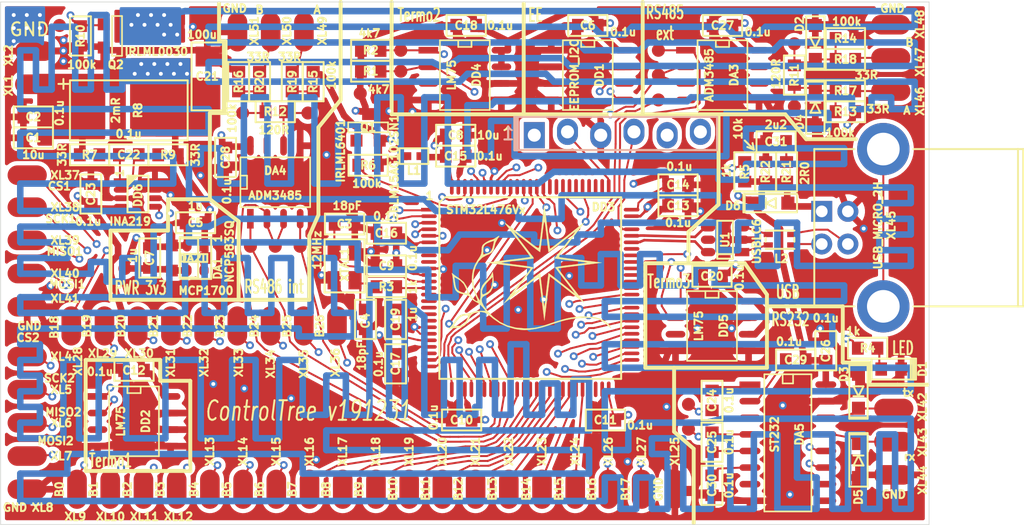
<source format=kicad_pcb>
(kicad_pcb (version 20191123) (host pcbnew "(5.99.0-588-g5c0656d97)")
  (layers (0 "F.Cu" signal) (1 "In1.Cu" signal hide) (2 "In2.Cu" signal hide) (31 "B.Cu" signal hide) (36 "B.SilkS" user hide) (37 "F.SilkS" user) (38 "B.Mask" user hide) (39 "F.Mask" user) (44 "Edge.Cuts" user))
  (net 0 "")
  (net 1 "/PWR_IN")
  (net 2 "GND")
  (net 3 "Net-(C3-Pad1)")
  (net 4 "Net-(C4-Pad1)")
  (net 5 "+5v")
  (net 6 "/SNS_PWR")
  (net 7 "+3v3")
  (net 8 "PwrMCU")
  (net 9 "Net-(C19-Pad1)")
  (net 10 "Net-(C22-Pad2)")
  (net 11 "Net-(C22-Pad1)")
  (net 12 "Net-(C24-Pad2)")
  (net 13 "Net-(C24-Pad1)")
  (net 14 "Net-(C25-Pad2)")
  (net 15 "Net-(C25-Pad1)")
  (net 16 "Net-(C29-Pad1)")
  (net 17 "Net-(C30-Pad1)")
  (net 18 "Net-(C31-Pad1)")
  (net 19 "Net-(D1-PadA)")
  (net 20 "Net-(D2-PadC)")
  (net 21 "/RS232_TX")
  (net 22 "Net-(D4-PadC)")
  (net 23 "/RS232_RX")
  (net 24 "/5V_USB")
  (net 25 "/RS485_MCU_TX")
  (net 26 "/RS485_TXEN")
  (net 27 "/RS485_MCU_RX")
  (net 28 "/RS485_INT_MCU_TX")
  (net 29 "/RS485_INT_TXEN")
  (net 30 "Net-(DA4-Pad6)")
  (net 31 "Net-(DA4-Pad7)")
  (net 32 "/RS485_INT_MCU_RX")
  (net 33 "/RS232_MCU_RX")
  (net 34 "/RS232_MCU_TX")
  (net 35 "/SDA")
  (net 36 "/SCL")
  (net 37 "/b1")
  (net 38 "/b0")
  (net 39 "/UART_RX")
  (net 40 "/UART_TX")
  (net 41 "/SNS_PWR_CTRL")
  (net 42 "Net-(DD3-Pad89)")
  (net 43 "/b18")
  (net 44 "/b17")
  (net 45 "/b16")
  (net 46 "/SWCLK")
  (net 47 "/SWDIO")
  (net 48 "/USB_D+")
  (net 49 "/USB_D-")
  (net 50 "Net-(DD3-Pad68)")
  (net 51 "/b26")
  (net 52 "/b25")
  (net 53 "/b24")
  (net 54 "/b23")
  (net 55 "/b22")
  (net 56 "/b21")
  (net 57 "/b20")
  (net 58 "/b19")
  (net 59 "/SPI2_MOSI")
  (net 60 "/SPI2_MISO")
  (net 61 "/SPI2_SCK")
  (net 62 "/SPI2_CS")
  (net 63 "/b15")
  (net 64 "/b14")
  (net 65 "/b13")
  (net 66 "/b12")
  (net 67 "/b11")
  (net 68 "/b10")
  (net 69 "/b9")
  (net 70 "/b8")
  (net 71 "/b7")
  (net 72 "/HEATER_CTRL")
  (net 73 "/SPI1_MOSI")
  (net 74 "/SPI1_MISO")
  (net 75 "/SPI1_SCK")
  (net 76 "/SPI1_CS")
  (net 77 "Net-(DD3-Pad13)")
  (net 78 "/b6")
  (net 79 "/b5")
  (net 80 "/b4")
  (net 81 "/b3")
  (net 82 "/b2")
  (net 83 "/DIN+")
  (net 84 "/DIN2+")
  (net 85 "/DIN2-")
  (net 86 "/DIN-")
  (net 87 "Net-(R17-Pad2)")
  (net 88 "Net-(R18-Pad2)")
  (net 89 "Net-(R19-Pad2)")
  (net 90 "Net-(R20-Pad2)")
  (net 91 "Net-(XL45-PadH)")
  (module "Capacitors:CAP_0603_Silks" (layer "F.Cu") (at 165.4 114 -90)
    (fp_text reference "C30" (at 0 0 90) (layer "F.SilkS") (effects (font (size 0.6 0.6))))
    (fp_text value "0.1u" (at 0 -1.3 90) (layer "F.SilkS") (effects (font (size 0.6 0.6))))
    (pad "2" smd rect (at 0.762 0 270) (size 0.889 1.016) (layers "F.Cu" "F.Paste" "F.Mask") (net 2 "GND"))
    (pad "1" smd rect (at -0.762 0 270) (size 0.889 1.016) (layers "F.Cu" "F.Paste" "F.Mask") (net 17 "Net-(C30-Pad1)"))
  )
  (module "Capacitors:CAP_0603_Silks" (layer "F.Cu") (at 171.8 104.4)
    (fp_text reference "C29" (at 0 0) (layer "F.SilkS") (effects (font (size 0.6 0.6))))
    (fp_text value "0.1u" (at -0.5 -1.4) (layer "F.SilkS") (effects (font (size 0.6 0.6))))
    (pad "2" smd rect (at 0.762 0) (size 0.889 1.016) (layers "F.Cu" "F.Paste" "F.Mask") (net 5 "+5v"))
    (pad "1" smd rect (at -0.762 0) (size 0.889 1.016) (layers "F.Cu" "F.Paste" "F.Mask") (net 16 "Net-(C29-Pad1)"))
  )
  (module "Capacitors:CAP_0603_Silks" (layer "F.Cu") (at 174.1 103.7 -90)
    (fp_text reference "C26" (at 0 0 90) (layer "F.SilkS") (effects (font (size 0.6 0.6))))
    (fp_text value "0.1u" (at -2.5 0 180) (layer "F.SilkS") (effects (font (size 0.6 0.6))))
    (pad "2" smd rect (at 0.762 0 270) (size 0.889 1.016) (layers "F.Cu" "F.Paste" "F.Mask") (net 5 "+5v"))
    (pad "1" smd rect (at -0.762 0 270) (size 0.889 1.016) (layers "F.Cu" "F.Paste" "F.Mask") (net 2 "GND"))
  )
  (module "Capacitors:CAP_0603_Silks" (layer "F.Cu") (at 165.4 110.7 90)
    (fp_text reference "C25" (at 0 0 90) (layer "F.SilkS") (effects (font (size 0.6 0.6))))
    (fp_text value "0.1u" (at 0.011396 1.303049 90) (layer "F.SilkS") (effects (font (size 0.6 0.6))))
    (pad "2" smd rect (at 0.762 0 90) (size 0.889 1.016) (layers "F.Cu" "F.Paste" "F.Mask") (net 14 "Net-(C25-Pad2)"))
    (pad "1" smd rect (at -0.762 0 90) (size 0.889 1.016) (layers "F.Cu" "F.Paste" "F.Mask") (net 15 "Net-(C25-Pad1)"))
  )
  (module "Capacitors:CAP_0603_Silks" (layer "F.Cu") (at 117.9 91.7 -90)
    (fp_text reference "C23" (at 0 0 90) (layer "F.SilkS") (effects (font (size 0.6 0.6))))
    (fp_text value "0.1u" (at 2.1 0.2 180) (layer "F.SilkS") (effects (font (size 0.6 0.6))))
    (pad "2" smd rect (at 0.762 0 270) (size 0.889 1.016) (layers "F.Cu" "F.Paste" "F.Mask") (net 6 "/SNS_PWR"))
    (pad "1" smd rect (at -0.762 0 270) (size 0.889 1.016) (layers "F.Cu" "F.Paste" "F.Mask") (net 2 "GND"))
  )
  (module "Capacitors:CAP_0603_Silks" (layer "F.Cu") (at 165.4 98)
    (fp_text reference "C20" (at 0 0) (layer "F.SilkS") (effects (font (size 0.6 0.6))))
    (fp_text value "0.1u" (at 2.1 0.1 90) (layer "F.SilkS") (effects (font (size 0.6 0.6))))
    (pad "2" smd rect (at 0.762 0) (size 0.889 1.016) (layers "F.Cu" "F.Paste" "F.Mask") (net 6 "/SNS_PWR"))
    (pad "1" smd rect (at -0.762 0) (size 0.889 1.016) (layers "F.Cu" "F.Paste" "F.Mask") (net 2 "GND"))
  )
  (module "Capacitors:CAP_0603_Silks" (layer "F.Cu") (at 146.6 78.8)
    (fp_text reference "C18" (at 0 0) (layer "F.SilkS") (effects (font (size 0.6 0.6))))
    (fp_text value "0.1u" (at 2.6 0) (layer "F.SilkS") (effects (font (size 0.6 0.6))))
    (pad "2" smd rect (at 0.762 0) (size 0.889 1.016) (layers "F.Cu" "F.Paste" "F.Mask") (net 6 "/SNS_PWR"))
    (pad "1" smd rect (at -0.762 0) (size 0.889 1.016) (layers "F.Cu" "F.Paste" "F.Mask") (net 2 "GND"))
  )
  (module "Capacitors:CAP_0603_Silks" (layer "F.Cu") (at 121.2 105.2)
    (fp_text reference "C12" (at 0 0) (layer "F.SilkS") (effects (font (size 0.6 0.6))))
    (fp_text value "0.1u" (at -2.6 0.1) (layer "F.SilkS") (effects (font (size 0.6 0.6))))
    (pad "2" smd rect (at 0.762 0) (size 0.889 1.016) (layers "F.Cu" "F.Paste" "F.Mask") (net 6 "/SNS_PWR"))
    (pad "1" smd rect (at -0.762 0) (size 0.889 1.016) (layers "F.Cu" "F.Paste" "F.Mask") (net 2 "GND"))
  )
  (module "Capacitors:CAP_0603_Silks" (layer "F.Cu") (at 155.9 78.8 180)
    (fp_text reference "C6" (at 0 0) (layer "F.SilkS") (effects (font (size 0.6 0.6))))
    (fp_text value "0.1u" (at -2.7 -0.5) (layer "F.SilkS") (effects (font (size 0.6 0.6))))
    (pad "2" smd rect (at 0.762 0 180) (size 0.889 1.016) (layers "F.Cu" "F.Paste" "F.Mask") (net 2 "GND"))
    (pad "1" smd rect (at -0.762 0 180) (size 0.889 1.016) (layers "F.Cu" "F.Paste" "F.Mask") (net 6 "/SNS_PWR"))
  )
  (module "Connectors:USB_B" (layer "F.Cu") (at 178.5 100.3 90)
    (fp_text reference "XL45" (at 6.2 0.6 90) (layer "F.SilkS") (effects (font (size 0.6 0.6))))
    (fp_text value "USB_MICRO_2H" (at 6.2 -0.4 90) (layer "F.SilkS") (effects (font (size 0.6 0.6))))
    (pad "4" thru_hole circle (at 7.27 -2.71 90) (size 1.6 1.6) (drill 0.9) (layers *.Cu *.Mask) (net 2 "GND"))
    (pad "3" thru_hole circle (at 4.77 -2.71 90) (size 1.6 1.6) (drill 0.9) (layers *.Cu *.Mask) (net 83 "/DIN+"))
    (pad "2" thru_hole circle (at 4.77 -4.71 90) (size 1.6 1.6) (drill 0.9) (layers *.Cu *.Mask) (net 86 "/DIN-"))
    (pad "1" thru_hole rect (at 7.27 -4.71 90) (size 1.6 1.6) (drill 0.9) (layers *.Cu *.Mask) (net 24 "/5V_USB"))
    (pad "H" thru_hole circle (at 12.04 0 90) (size 4 4) (drill 2.5) (layers *.Cu *.Mask) (net 91 "Net-(XL45-PadH)"))
    (pad "H" thru_hole circle (at 0 0 90) (size 4 4) (drill 2.5) (layers *.Cu *.Mask) (net 91 "Net-(XL45-PadH)"))
  )
  (module "PCB:Oval3x1.5" (layer "F.Cu") (at 129.11 79.29 -90)
    (fp_text reference "XL51" (at -1.29 -1.29 90) (layer "F.SilkS") (effects (font (size 0.6 0.6)) (justify right)))
    (fp_text value "CONN_GOST_1" hide)
    (pad "1" smd oval (at 0 0 270) (size 3 1.5) (layers "F.Cu" "F.Paste" "F.Mask") (net 2 "GND"))
  )
  (module "PCB:Oval3x1.5" (layer "F.Cu") (at 131.65 79.29 -90)
    (fp_text reference "XL50" (at -1.29 -1.25 90) (layer "F.SilkS") (effects (font (size 0.6 0.6)) (justify right)))
    (fp_text value "CONN_GOST_1" hide)
    (pad "1" smd oval (at 0 0 270) (size 3 1.5) (layers "F.Cu" "F.Paste" "F.Mask") (net 90 "Net-(R20-Pad2)"))
  )
  (module "PCB:Oval3x1.5" (layer "F.Cu") (at 134.19 79.29 -90)
    (fp_text reference "XL49" (at -1.29 -1.41 90) (layer "F.SilkS") (effects (font (size 0.6 0.6)) (justify right)))
    (fp_text value "CONN_GOST_1" hide)
    (pad "1" smd oval (at 0 0 270) (size 3 1.5) (layers "F.Cu" "F.Paste" "F.Mask") (net 89 "Net-(R19-Pad2)"))
  )
  (module "PCB:Oval3x1.5" (layer "F.Cu") (at 179.07 78.74)
    (fp_text reference "XL48" (at 2.23 1.16 90) (layer "F.SilkS") (effects (font (size 0.6 0.6)) (justify left)))
    (fp_text value "CONN_GOST_1" hide)
    (pad "1" smd oval (at 0 0) (size 3 1.5) (layers "F.Cu" "F.Paste" "F.Mask") (net 2 "GND"))
  )
  (module "PCB:Oval3x1.5" (layer "F.Cu") (at 179.07 81.28 180)
    (fp_text reference "XL47" (at -2.23 0.88 90) (layer "F.SilkS") (effects (font (size 0.6 0.6)) (justify right)))
    (fp_text value "CONN_GOST_1" hide)
    (pad "1" smd oval (at 0 0 180) (size 3 1.5) (layers "F.Cu" "F.Paste" "F.Mask") (net 88 "Net-(R18-Pad2)"))
  )
  (module "PCB:Oval3x1.5" (layer "F.Cu") (at 179.07 83.82 180)
    (fp_text reference "XL46" (at -2.23 0.42 90) (layer "F.SilkS") (effects (font (size 0.6 0.6)) (justify right)))
    (fp_text value "CONN_GOST_1" hide)
    (pad "1" smd oval (at 0 0 180) (size 3 1.5) (layers "F.Cu" "F.Paste" "F.Mask") (net 87 "Net-(R17-Pad2)"))
  )
  (module "PCB:Oval3x1.5" (layer "F.Cu") (at 179.3 113.2)
    (fp_text reference "XL44" (at 2.2 1.6 90) (layer "F.SilkS") (effects (font (size 0.6 0.6)) (justify left)))
    (fp_text value "CONN_GOST_1" hide)
    (pad "1" smd oval (at 0 0) (size 3 1.5) (layers "F.Cu" "F.Paste" "F.Mask") (net 2 "GND"))
  )
  (module "PCB:Oval3x1.5" (layer "F.Cu") (at 179.3 110.66)
    (fp_text reference "XL43" (at 2.2 1.24 90) (layer "F.SilkS") (effects (font (size 0.6 0.6)) (justify left)))
    (fp_text value "CONN_GOST_1" hide)
    (pad "1" smd oval (at 0 0) (size 3 1.5) (layers "F.Cu" "F.Paste" "F.Mask") (net 23 "/RS232_RX"))
  )
  (module "PCB:Oval3x1.5" (layer "F.Cu") (at 179.3 108.12)
    (fp_text reference "XL42" (at 2.2 1.08 90) (layer "F.SilkS") (effects (font (size 0.6 0.6)) (justify left)))
    (fp_text value "CONN_GOST_1" hide)
    (pad "1" smd oval (at 0 0) (size 3 1.5) (layers "F.Cu" "F.Paste" "F.Mask") (net 21 "/RS232_TX"))
  )
  (module "PCB:Oval3x1.5" (layer "F.Cu") (at 113.03 100.33)
    (fp_text reference "XL41" (at 1.7 -0.63) (layer "F.SilkS") (effects (font (size 0.6 0.6)) (justify left)))
    (fp_text value "CONN_GOST_1" hide)
    (pad "1" smd oval (at 0 0) (size 3 1.5) (layers "F.Cu" "F.Paste" "F.Mask") (net 2 "GND"))
  )
  (module "PCB:Oval3x1.5" (layer "F.Cu") (at 113.03 97.79)
    (fp_text reference "XL40" (at 1.7 0) (layer "F.SilkS") (effects (font (size 0.6 0.6)) (justify left)))
    (fp_text value "CONN_GOST_1" hide)
    (pad "1" smd oval (at 0 0) (size 3 1.5) (layers "F.Cu" "F.Paste" "F.Mask") (net 73 "/SPI1_MOSI"))
  )
  (module "PCB:Oval3x1.5" (layer "F.Cu") (at 113.03 95.25)
    (fp_text reference "XL39" (at 1.7 0) (layer "F.SilkS") (effects (font (size 0.6 0.6)) (justify left)))
    (fp_text value "CONN_GOST_1" hide)
    (pad "1" smd oval (at 0 0) (size 3 1.5) (layers "F.Cu" "F.Paste" "F.Mask") (net 74 "/SPI1_MISO"))
  )
  (module "PCB:Oval3x1.5" (layer "F.Cu") (at 113.03 92.71)
    (fp_text reference "XL38" (at 1.7 0) (layer "F.SilkS") (effects (font (size 0.6 0.6)) (justify left)))
    (fp_text value "CONN_GOST_1" hide)
    (pad "1" smd oval (at 0 0) (size 3 1.5) (layers "F.Cu" "F.Paste" "F.Mask") (net 75 "/SPI1_SCK"))
  )
  (module "PCB:Oval3x1.5" (layer "F.Cu") (at 113.03 90.26)
    (fp_text reference "XL37" (at 1.7 0) (layer "F.SilkS") (effects (font (size 0.6 0.6)) (justify left)))
    (fp_text value "CONN_GOST_1" hide)
    (pad "1" smd oval (at 0 0) (size 3 1.5) (layers "F.Cu" "F.Paste" "F.Mask") (net 76 "/SPI1_CS"))
  )
  (module "PCB:Oval3x1.5" (layer "F.Cu") (at 136.72 101.8 90)
    (fp_text reference "XL36" (at -4 -0.12 90) (layer "F.SilkS") (effects (font (size 0.6 0.6)) (justify left)))
    (fp_text value "CONN_GOST_1" hide)
    (pad "1" smd oval (at 0 0 90) (size 3 1.5) (layers "F.Cu" "F.Paste" "F.Mask") (net 51 "/b26"))
  )
  (module "PCB:Oval3x1.5" (layer "F.Cu") (at 134.18 101.8 90)
    (fp_text reference "XL35" (at -4.1 0 90) (layer "F.SilkS") (effects (font (size 0.6 0.6)) (justify left)))
    (fp_text value "CONN_GOST_1" hide)
    (pad "1" smd oval (at 0 0 90) (size 3 1.5) (layers "F.Cu" "F.Paste" "F.Mask") (net 52 "/b25"))
  )
  (module "PCB:Oval3x1.5" (layer "F.Cu") (at 131.64 101.8 90)
    (fp_text reference "XL34" (at -4.1 0 90) (layer "F.SilkS") (effects (font (size 0.6 0.6)) (justify left)))
    (fp_text value "CONN_GOST_1" hide)
    (pad "1" smd oval (at 0 0 90) (size 3 1.5) (layers "F.Cu" "F.Paste" "F.Mask") (net 53 "/b24"))
  )
  (module "PCB:Oval3x1.5" (layer "F.Cu") (at 129.1 101.8 90)
    (fp_text reference "XL33" (at -4 0.1 90) (layer "F.SilkS") (effects (font (size 0.6 0.6)) (justify left)))
    (fp_text value "CONN_GOST_1" hide)
    (pad "1" smd oval (at 0 0 90) (size 3 1.5) (layers "F.Cu" "F.Paste" "F.Mask") (net 54 "/b23"))
  )
  (module "PCB:Oval3x1.5" (layer "F.Cu") (at 126.56 101.8 90)
    (fp_text reference "XL32" (at -4 0 90) (layer "F.SilkS") (effects (font (size 0.6 0.6)) (justify left)))
    (fp_text value "CONN_GOST_1" hide)
    (pad "1" smd oval (at 0 0 90) (size 3 1.5) (layers "F.Cu" "F.Paste" "F.Mask") (net 55 "/b22"))
  )
  (module "PCB:Oval3x1.5" (layer "F.Cu") (at 124.02 101.8 90)
    (fp_text reference "XL31" (at -4 -0.02 90) (layer "F.SilkS") (effects (font (size 0.6 0.6)) (justify left)))
    (fp_text value "CONN_GOST_1" hide)
    (pad "1" smd oval (at 0 0 90) (size 3 1.5) (layers "F.Cu" "F.Paste" "F.Mask") (net 56 "/b21"))
  )
  (module "PCB:Oval3x1.5" (layer "F.Cu") (at 121.48 101.8 90)
    (fp_text reference "XL30" (at -2.1 -1.08 180) (layer "F.SilkS") (effects (font (size 0.6 0.6)) (justify left)))
    (fp_text value "CONN_GOST_1" hide)
    (pad "1" smd oval (at 0 0 90) (size 3 1.5) (layers "F.Cu" "F.Paste" "F.Mask") (net 57 "/b20"))
  )
  (module "PCB:Oval3x1.5" (layer "F.Cu") (at 118.94 101.8 90)
    (fp_text reference "XL29" (at -2.1 -1.34 180) (layer "F.SilkS") (effects (font (size 0.6 0.6)) (justify left)))
    (fp_text value "CONN_GOST_1" hide)
    (pad "1" smd oval (at 0 0 90) (size 3 1.5) (layers "F.Cu" "F.Paste" "F.Mask") (net 58 "/b19"))
  )
  (module "PCB:Oval3x1.5" (layer "F.Cu") (at 116.4 101.8 90)
    (fp_text reference "XL28" (at -3.9 0.5 90) (layer "F.SilkS") (effects (font (size 0.6 0.6)) (justify left)))
    (fp_text value "CONN_GOST_1" hide)
    (pad "1" smd oval (at 0 0 90) (size 3 1.5) (layers "F.Cu" "F.Paste" "F.Mask") (net 43 "/b18"))
  )
  (module "PCB:Oval3x1.5" (layer "F.Cu") (at 160.02 114.3 90)
    (fp_text reference "XL27" (at 1.7 0 90) (layer "F.SilkS") (effects (font (size 0.6 0.6)) (justify left)))
    (fp_text value "CONN_GOST_1" hide)
    (pad "1" smd oval (at 0 0 90) (size 3 1.5) (layers "F.Cu" "F.Paste" "F.Mask") (net 44 "/b17"))
  )
  (module "PCB:Oval3x1.5" (layer "F.Cu") (at 157.48 114.3 90)
    (fp_text reference "XL26" (at 1.7 0 90) (layer "F.SilkS") (effects (font (size 0.6 0.6)) (justify left)))
    (fp_text value "CONN_GOST_1" hide)
    (pad "1" smd oval (at 0 0 90) (size 3 1.5) (layers "F.Cu" "F.Paste" "F.Mask") (net 45 "/b16"))
  )
  (module "PCB:Oval3x1.5" (layer "F.Cu") (at 162.56 114.3 90)
    (fp_text reference "XL25" (at 1.7 0 90) (layer "F.SilkS") (effects (font (size 0.6 0.6)) (justify left)))
    (fp_text value "CONN_GOST_1" hide)
    (pad "1" smd oval (at 0 0 90) (size 3 1.5) (layers "F.Cu" "F.Paste" "F.Mask") (net 2 "GND"))
  )
  (module "PCB:Oval3x1.5" (layer "F.Cu") (at 154.94 114.3 90)
    (fp_text reference "XL24" (at 1.7 0 90) (layer "F.SilkS") (effects (font (size 0.6 0.6)) (justify left)))
    (fp_text value "CONN_GOST_1" hide)
    (pad "1" smd oval (at 0 0 90) (size 3 1.5) (layers "F.Cu" "F.Paste" "F.Mask") (net 63 "/b15"))
  )
  (module "PCB:Oval3x1.5" (layer "F.Cu") (at 152.4 114.3 90)
    (fp_text reference "XL23" (at 1.7 0 90) (layer "F.SilkS") (effects (font (size 0.6 0.6)) (justify left)))
    (fp_text value "CONN_GOST_1" hide)
    (pad "1" smd oval (at 0 0 90) (size 3 1.5) (layers "F.Cu" "F.Paste" "F.Mask") (net 64 "/b14"))
  )
  (module "PCB:Oval3x1.5" (layer "F.Cu") (at 149.86 114.3 90)
    (fp_text reference "XL22" (at 1.7 0 90) (layer "F.SilkS") (effects (font (size 0.6 0.6)) (justify left)))
    (fp_text value "CONN_GOST_1" hide)
    (pad "1" smd oval (at 0 0 90) (size 3 1.5) (layers "F.Cu" "F.Paste" "F.Mask") (net 65 "/b13"))
  )
  (module "PCB:Oval3x1.5" (layer "F.Cu") (at 147.32 114.3 90)
    (fp_text reference "XL21" (at 1.7 0 90) (layer "F.SilkS") (effects (font (size 0.6 0.6)) (justify left)))
    (fp_text value "CONN_GOST_1" hide)
    (pad "1" smd oval (at 0 0 90) (size 3 1.5) (layers "F.Cu" "F.Paste" "F.Mask") (net 66 "/b12"))
  )
  (module "PCB:Oval3x1.5" (layer "F.Cu") (at 144.78 114.3 90)
    (fp_text reference "XL20" (at 1.7 0 90) (layer "F.SilkS") (effects (font (size 0.6 0.6)) (justify left)))
    (fp_text value "CONN_GOST_1" hide)
    (pad "1" smd oval (at 0 0 90) (size 3 1.5) (layers "F.Cu" "F.Paste" "F.Mask") (net 67 "/b11"))
  )
  (module "PCB:Oval3x1.5" (layer "F.Cu") (at 142.24 114.3 90)
    (fp_text reference "XL19" (at 1.7 0 90) (layer "F.SilkS") (effects (font (size 0.6 0.6)) (justify left)))
    (fp_text value "CONN_GOST_1" hide)
    (pad "1" smd oval (at 0 0 90) (size 3 1.5) (layers "F.Cu" "F.Paste" "F.Mask") (net 68 "/b10"))
  )
  (module "PCB:Oval3x1.5" (layer "F.Cu") (at 139.7 114.3 90)
    (fp_text reference "XL18" (at 1.7 0 90) (layer "F.SilkS") (effects (font (size 0.6 0.6)) (justify left)))
    (fp_text value "CONN_GOST_1" hide)
    (pad "1" smd oval (at 0 0 90) (size 3 1.5) (layers "F.Cu" "F.Paste" "F.Mask") (net 69 "/b9"))
  )
  (module "PCB:Oval3x1.5" (layer "F.Cu") (at 137.16 114.3 90)
    (fp_text reference "XL17" (at 1.7 0 90) (layer "F.SilkS") (effects (font (size 0.6 0.6)) (justify left)))
    (fp_text value "CONN_GOST_1" hide)
    (pad "1" smd oval (at 0 0 90) (size 3 1.5) (layers "F.Cu" "F.Paste" "F.Mask") (net 70 "/b8"))
  )
  (module "PCB:Oval3x1.5" (layer "F.Cu") (at 134.62 114.3 90)
    (fp_text reference "XL16" (at 1.7 0 90) (layer "F.SilkS") (effects (font (size 0.6 0.6)) (justify left)))
    (fp_text value "CONN_GOST_1" hide)
    (pad "1" smd oval (at 0 0 90) (size 3 1.5) (layers "F.Cu" "F.Paste" "F.Mask") (net 71 "/b7"))
  )
  (module "PCB:Oval3x1.5" (layer "F.Cu") (at 132.08 114.3 90)
    (fp_text reference "XL15" (at 1.7 0 90) (layer "F.SilkS") (effects (font (size 0.6 0.6)) (justify left)))
    (fp_text value "CONN_GOST_1" hide)
    (pad "1" smd oval (at 0 0 90) (size 3 1.5) (layers "F.Cu" "F.Paste" "F.Mask") (net 78 "/b6"))
  )
  (module "PCB:Oval3x1.5" (layer "F.Cu") (at 129.54 114.3 90)
    (fp_text reference "XL14" (at 1.7 0 90) (layer "F.SilkS") (effects (font (size 0.6 0.6)) (justify left)))
    (fp_text value "CONN_GOST_1" hide)
    (pad "1" smd oval (at 0 0 90) (size 3 1.5) (layers "F.Cu" "F.Paste" "F.Mask") (net 79 "/b5"))
  )
  (module "PCB:Oval3x1.5" (layer "F.Cu") (at 127 114.3 90)
    (fp_text reference "XL13" (at 1.7 0 90) (layer "F.SilkS") (effects (font (size 0.6 0.6)) (justify left)))
    (fp_text value "CONN_GOST_1" hide)
    (pad "1" smd oval (at 0 0 90) (size 3 1.5) (layers "F.Cu" "F.Paste" "F.Mask") (net 80 "/b4"))
  )
  (module "PCB:Oval3x1.5" (layer "F.Cu") (at 124.46 114.3 90)
    (fp_text reference "XL12" (at -2.1 -1.06 180) (layer "F.SilkS") (effects (font (size 0.6 0.6)) (justify left)))
    (fp_text value "CONN_GOST_1" hide)
    (pad "1" smd oval (at 0 0 90) (size 3 1.5) (layers "F.Cu" "F.Paste" "F.Mask") (net 81 "/b3"))
  )
  (module "PCB:Oval3x1.5" (layer "F.Cu") (at 121.92 114.3 90)
    (fp_text reference "XL11" (at -2.1 -1.12 180) (layer "F.SilkS") (effects (font (size 0.6 0.6)) (justify left)))
    (fp_text value "CONN_GOST_1" hide)
    (pad "1" smd oval (at 0 0 90) (size 3 1.5) (layers "F.Cu" "F.Paste" "F.Mask") (net 82 "/b2"))
  )
  (module "PCB:Oval3x1.5" (layer "F.Cu") (at 119.38 114.3 90)
    (fp_text reference "XL10" (at -2.1 -1.18 180) (layer "F.SilkS") (effects (font (size 0.6 0.6)) (justify left)))
    (fp_text value "CONN_GOST_1" hide)
    (pad "1" smd oval (at 0 0 90) (size 3 1.5) (layers "F.Cu" "F.Paste" "F.Mask") (net 37 "/b1"))
  )
  (module "PCB:Oval3x1.5" (layer "F.Cu") (at 116.84 114.3 90)
    (fp_text reference "XL9" (at -2.1 -1.04 180) (layer "F.SilkS") (effects (font (size 0.6 0.6)) (justify left)))
    (fp_text value "CONN_GOST_1" hide)
    (pad "1" smd oval (at 0 0 90) (size 3 1.5) (layers "F.Cu" "F.Paste" "F.Mask") (net 38 "/b0"))
  )
  (module "PCB:Oval3x1.5" (layer "F.Cu") (at 113.03 114.3)
    (fp_text reference "XL8" (at 0.27 1.4) (layer "F.SilkS") (effects (font (size 0.6 0.6)) (justify left)))
    (fp_text value "CONN_GOST_1" hide)
    (pad "1" smd oval (at 0 0) (size 3 1.5) (layers "F.Cu" "F.Paste" "F.Mask") (net 2 "GND"))
  )
  (module "PCB:Oval3x1.5" (layer "F.Cu") (at 113.03 111.76)
    (fp_text reference "XL7" (at 1.7 0) (layer "F.SilkS") (effects (font (size 0.6 0.6)) (justify left)))
    (fp_text value "CONN_GOST_1" hide)
    (pad "1" smd oval (at 0 0) (size 3 1.5) (layers "F.Cu" "F.Paste" "F.Mask") (net 59 "/SPI2_MOSI"))
  )
  (module "PCB:Oval3x1.5" (layer "F.Cu") (at 113.03 109.22)
    (fp_text reference "XL6" (at 1.7 0) (layer "F.SilkS") (effects (font (size 0.6 0.6)) (justify left)))
    (fp_text value "CONN_GOST_1" hide)
    (pad "1" smd oval (at 0 0) (size 3 1.5) (layers "F.Cu" "F.Paste" "F.Mask") (net 60 "/SPI2_MISO"))
  )
  (module "PCB:Oval3x1.5" (layer "F.Cu") (at 113.03 106.68)
    (fp_text reference "XL5" (at 1.7 0) (layer "F.SilkS") (effects (font (size 0.6 0.6)) (justify left)))
    (fp_text value "CONN_GOST_1" hide)
    (pad "1" smd oval (at 0 0) (size 3 1.5) (layers "F.Cu" "F.Paste" "F.Mask") (net 61 "/SPI2_SCK"))
  )
  (module "PCB:Oval3x1.5" (layer "F.Cu") (at 113.03 104.14)
    (fp_text reference "XL4" (at 1.7 0) (layer "F.SilkS") (effects (font (size 0.6 0.6)) (justify left)))
    (fp_text value "CONN_GOST_1" hide)
    (pad "1" smd oval (at 0 0) (size 3 1.5) (layers "F.Cu" "F.Paste" "F.Mask") (net 62 "/SPI2_CS"))
  )
  (module "PCB:Oval3x1.5" (layer "F.Cu") (at 113.6 80.76)
    (fp_text reference "XL2" (at -2 1.24 270) (layer "F.SilkS") (effects (font (size 0.6 0.6)) (justify left)))
    (fp_text value "CONN_GOST_1" hide)
    (pad "1" smd oval (at 0 0) (size 3 1.5) (layers "F.Cu" "F.Paste" "F.Mask") (net 2 "GND"))
  )
  (module "PCB:Oval3x1.5" (layer "F.Cu") (at 113.6 83.3)
    (fp_text reference "XL1" (at -2 1 90) (layer "F.SilkS") (effects (font (size 0.6 0.6)) (justify left)))
    (fp_text value "CONN_GOST_1" hide)
    (pad "1" smd oval (at 0 0) (size 3 1.5) (layers "F.Cu" "F.Paste" "F.Mask") (net 1 "/PWR_IN"))
  )
  (module "Quartz:03225C4" (layer "F.Cu") (at 137.3 97.2 -90)
    (fp_text reference "XTAL1" (at -0.1 0 90) (layer "F.SilkS") (effects (font (size 0.59944 0.59944) (thickness 0.14986))))
    (fp_text value "12MHz" (at -1.2 2.1 90) (layer "F.SilkS") (effects (font (size 0.6 0.6))))
    (pad "1" smd rect (at -1.1 0.8 270) (size 1.4 1) (layers "F.Cu" "F.Paste" "F.Mask") (net 3 "Net-(C3-Pad1)"))
    (pad "H" smd rect (at 1.1 0.8 270) (size 1.4 1) (layers "F.Cu" "F.Paste" "F.Mask") (net 2 "GND"))
    (pad "2" smd rect (at 1.1 -0.8 270) (size 1.4 1) (layers "F.Cu" "F.Paste" "F.Mask") (net 4 "Net-(C4-Pad1)"))
    (pad "H" smd rect (at -1.1 -0.8 270) (size 1.4 1) (layers "F.Cu" "F.Paste" "F.Mask") (net 2 "GND"))
  )
  (module "Connectors:PLS-6_LOCK" (layer "F.Cu") (at 151.81 87.07)
    (fp_text reference "XL3" hide)
    (fp_text value "CONN_6" hide)
    (fp_text user "1" (at -2 0) (layer "F.SilkS"))
    (fp_text user "1" (at -2 0) (layer "B.SilkS") (effects (justify mirror)))
    (pad "1" thru_hole rect (at 0 0.127) (size 1.6 2) (drill 1) (layers *.Cu *.Mask) (net 8 "PwrMCU"))
    (pad "2" thru_hole oval (at 2.54 -0.127) (size 1.6 2) (drill 1) (layers *.Cu *.Mask) (net 46 "/SWCLK"))
    (pad "3" thru_hole oval (at 5.08 0.127) (size 1.6 2) (drill 1) (layers *.Cu *.Mask) (net 2 "GND"))
    (pad "4" thru_hole oval (at 7.62 -0.127) (size 1.6 2) (drill 1) (layers *.Cu *.Mask) (net 47 "/SWDIO"))
    (pad "5" thru_hole oval (at 10.16 0.127) (size 1.6 2) (drill 1) (layers *.Cu *.Mask) (net 40 "/UART_TX"))
    (pad "6" thru_hole oval (at 12.7 -0.127) (size 1.6 2) (drill 1) (layers *.Cu *.Mask) (net 39 "/UART_RX"))
  )
  (module "SOT:SOT23-6" (layer "F.Cu") (at 166.4 95.2 90)
    (fp_text reference "U1" (at 0 0 90) (layer "F.SilkS") (effects (font (size 0.6 0.6))))
    (fp_text value "USBLC6" (at -0.127 2.413 90) (layer "F.SilkS") (effects (font (size 0.6 0.6))))
    (pad "6" smd oval (at -0.94996 -1.30048 90) (size 0.635 1.09982) (layers "F.Cu" "F.Paste" "F.Mask") (net 49 "/USB_D-"))
    (pad "5" smd oval (at 0 -1.30048 90) (size 0.635 1.09982) (layers "F.Cu" "F.Paste" "F.Mask"))
    (pad "4" smd oval (at 0.94996 -1.30048 90) (size 0.635 1.09982) (layers "F.Cu" "F.Paste" "F.Mask") (net 48 "/USB_D+"))
    (pad "3" smd oval (at 0.94996 1.30048 90) (size 0.635 1.09982) (layers "F.Cu" "F.Paste" "F.Mask") (net 84 "/DIN2+"))
    (pad "2" smd oval (at 0 1.30048 90) (size 0.635 1.09982) (layers "F.Cu" "F.Paste" "F.Mask") (net 2 "GND"))
    (pad "1" smd rect (at -0.94996 1.30048 90) (size 0.635 1.09982) (layers "F.Cu" "F.Paste" "F.Mask") (net 85 "/DIN2-"))
  )
  (module "PCB:TESTPOINT_1MM" (layer "F.Cu") (at 134.5 85.5)
    (fp_text reference "TP18" hide)
    (fp_text value "TESTPOINT" hide)
    (pad "1" smd circle (at 0 0) (size 1 1) (layers "F.Cu" "F.Mask") (net 30 "Net-(DA4-Pad6)"))
  )
  (module "PCB:TESTPOINT_1MM" (layer "F.Cu") (at 171.7 85)
    (fp_text reference "TP17" hide)
    (fp_text value "TESTPOINT" hide)
    (pad "1" smd circle (at 0 0) (size 1 1) (layers "F.Cu" "F.Mask") (net 22 "Net-(D4-PadC)"))
  )
  (module "PCB:TESTPOINT_1MM" (layer "F.Cu") (at 129.5 85.5)
    (fp_text reference "TP16" hide)
    (fp_text value "TESTPOINT" hide)
    (pad "1" smd circle (at 0 0) (size 1 1) (layers "F.Cu" "F.Mask") (net 31 "Net-(DA4-Pad7)"))
  )
  (module "PCB:TESTPOINT_1MM" (layer "F.Cu") (at 171.7 80.2)
    (fp_text reference "TP15" hide)
    (fp_text value "TESTPOINT" hide)
    (pad "1" smd circle (at 0 0) (size 1 1) (layers "F.Cu" "F.Mask") (net 20 "Net-(D2-PadC)"))
  )
  (module "PCB:TESTPOINT_1MM" (layer "F.Cu") (at 132 95.7)
    (fp_text reference "TP14" hide)
    (fp_text value "TESTPOINT" hide)
    (pad "1" smd circle (at 0 0) (size 1 1) (layers "F.Cu" "F.Mask") (net 29 "/RS485_INT_TXEN"))
  )
  (module "PCB:TESTPOINT_1MM" (layer "F.Cu") (at 161.3 82.6)
    (fp_text reference "TP13" hide)
    (fp_text value "TESTPOINT" hide)
    (pad "1" smd circle (at 0 0) (size 1 1) (layers "F.Cu" "F.Mask") (net 26 "/RS485_TXEN"))
  )
  (module "PCB:TESTPOINT_1MM" (layer "F.Cu") (at 133.9 95.7)
    (fp_text reference "TP12" hide)
    (fp_text value "TESTPOINT" hide)
    (pad "1" smd circle (at 0 0) (size 1 1) (layers "F.Cu" "F.Mask") (net 28 "/RS485_INT_MCU_TX"))
  )
  (module "PCB:TESTPOINT_1MM" (layer "F.Cu") (at 161.3 84.5)
    (fp_text reference "TP11" hide)
    (fp_text value "TESTPOINT" hide)
    (pad "1" smd circle (at 0 0) (size 1 1) (layers "F.Cu" "F.Mask") (net 25 "/RS485_MCU_TX"))
  )
  (module "PCB:TESTPOINT_1MM" (layer "F.Cu") (at 163.6 107.8)
    (fp_text reference "TP10" hide)
    (fp_text value "TESTPOINT" hide)
    (pad "1" smd circle (at 0 0) (size 1 1) (layers "F.Cu" "F.Mask") (net 33 "/RS232_MCU_RX"))
  )
  (module "PCB:TESTPOINT_1MM" (layer "F.Cu") (at 130.1 95.7)
    (fp_text reference "TP9" hide)
    (fp_text value "TESTPOINT" hide)
    (pad "1" smd circle (at 0 0) (size 1 1) (layers "F.Cu" "F.Mask") (net 32 "/RS485_INT_MCU_RX"))
  )
  (module "PCB:TESTPOINT_1MM" (layer "F.Cu") (at 161.3 80.7)
    (fp_text reference "TP8" hide)
    (fp_text value "TESTPOINT" hide)
    (pad "1" smd circle (at 0 0) (size 1 1) (layers "F.Cu" "F.Mask") (net 27 "/RS485_MCU_RX"))
  )
  (module "PCB:TESTPOINT_1MM" (layer "F.Cu") (at 163.6 109.7)
    (fp_text reference "TP7" hide)
    (fp_text value "TESTPOINT" hide)
    (pad "1" smd circle (at 0 0) (size 1 1) (layers "F.Cu" "F.Mask") (net 34 "/RS232_MCU_TX"))
  )
  (module "PCB:TESTPOINT_1MM" (layer "F.Cu") (at 122.4 79.6 90)
    (fp_text reference "TP6" hide)
    (fp_text value "TESTPOINT" hide)
    (pad "1" smd circle (at 0 0 90) (size 1 1) (layers "F.Cu" "F.Mask") (net 5 "+5v"))
  )
  (module "PCB:TESTPOINT_1MM" (layer "F.Cu") (at 115.5 78.8)
    (fp_text reference "TP5" hide)
    (fp_text value "TESTPOINT" hide)
    (pad "1" smd circle (at 0 0) (size 1 1) (layers "F.Cu" "F.Mask") (net 72 "/HEATER_CTRL"))
  )
  (module "PCB:TESTPOINT_1MM" (layer "F.Cu") (at 138.5 84)
    (fp_text reference "TP4" hide)
    (fp_text value "TESTPOINT" hide)
    (pad "1" smd circle (at 0 0) (size 1 1) (layers "F.Cu" "F.Mask") (net 6 "/SNS_PWR"))
  )
  (module "PCB:TESTPOINT_1MM" (layer "F.Cu") (at 120.5 97.4)
    (fp_text reference "TP3" hide)
    (fp_text value "TESTPOINT" hide)
    (pad "1" smd circle (at 0 0) (size 1 1) (layers "F.Cu" "F.Mask") (net 7 "+3v3"))
  )
  (module "PCB:TESTPOINT_1MM" (layer "F.Cu") (at 141.6 80.7)
    (fp_text reference "TP2" hide)
    (fp_text value "TESTPOINT" hide)
    (pad "1" smd circle (at 0 0) (size 1 1) (layers "F.Cu" "F.Mask") (net 35 "/SDA"))
  )
  (module "PCB:TESTPOINT_1MM" (layer "F.Cu") (at 141.6 82.3)
    (fp_text reference "TP1" hide)
    (fp_text value "TESTPOINT" hide)
    (pad "1" smd circle (at 0 0) (size 1 1) (layers "F.Cu" "F.Mask") (net 36 "/SCL"))
  )
  (module "Resistors:RES_0603" (layer "F.Cu") (at 169.5 90 90)
    (fp_text reference "R22" (at 0 0 90) (layer "F.SilkS") (effects (font (size 0.6 0.6))))
    (fp_text value "10k" (at 3.3 -2.1 90) (layer "F.SilkS") (effects (font (size 0.6 0.6))))
    (pad "1" smd rect (at -0.75 0 90) (size 0.9 1) (layers "F.Cu" "F.Paste" "F.Mask") (net 24 "/5V_USB"))
    (pad "2" smd rect (at 0.75 0 90) (size 0.9 1) (layers "F.Cu" "F.Paste" "F.Mask") (net 2 "GND"))
  )
  (module "Resistors:RES_0603" (layer "F.Cu") (at 171.1 90 90)
    (fp_text reference "R21" (at 0 0 90) (layer "F.SilkS") (effects (font (size 0.6 0.6))))
    (fp_text value "2R0" (at -0.1 1.4 90) (layer "F.SilkS") (effects (font (size 0.6 0.6))))
    (pad "1" smd rect (at -0.75 0 90) (size 0.9 1) (layers "F.Cu" "F.Paste" "F.Mask") (net 24 "/5V_USB"))
    (pad "2" smd rect (at 0.75 0 90) (size 0.9 1) (layers "F.Cu" "F.Paste" "F.Mask") (net 18 "Net-(C31-Pad1)"))
  )
  (module "Resistors:RES_0603" (layer "F.Cu") (at 130.8 83.1 90)
    (fp_text reference "R20" (at 0 0 90) (layer "F.SilkS") (effects (font (size 0.6 0.6))))
    (fp_text value "33R" (at 1.9 -0.1 180) (layer "F.SilkS") (effects (font (size 0.6 0.6))))
    (pad "1" smd rect (at -0.75 0 90) (size 0.9 1) (layers "F.Cu" "F.Paste" "F.Mask") (net 31 "Net-(DA4-Pad7)"))
    (pad "2" smd rect (at 0.75 0 90) (size 0.9 1) (layers "F.Cu" "F.Paste" "F.Mask") (net 90 "Net-(R20-Pad2)"))
  )
  (module "Resistors:RES_0603" (layer "F.Cu") (at 133.3 83.1 90)
    (fp_text reference "R19" (at 0 0 90) (layer "F.SilkS") (effects (font (size 0.6 0.6))))
    (fp_text value "33R" (at 1.9 -0.2 180) (layer "F.SilkS") (effects (font (size 0.6 0.6))))
    (pad "1" smd rect (at -0.75 0 90) (size 0.9 1) (layers "F.Cu" "F.Paste" "F.Mask") (net 30 "Net-(DA4-Pad6)"))
    (pad "2" smd rect (at 0.75 0 90) (size 0.9 1) (layers "F.Cu" "F.Paste" "F.Mask") (net 89 "Net-(R19-Pad2)"))
  )
  (module "Resistors:RES_0603" (layer "F.Cu") (at 175.6 81.4)
    (fp_text reference "R18" (at 0 0) (layer "F.SilkS") (effects (font (size 0.6 0.6))))
    (fp_text value "33R" (at 1.6 1.2) (layer "F.SilkS") (effects (font (size 0.6 0.6))))
    (pad "1" smd rect (at -0.75 0) (size 0.9 1) (layers "F.Cu" "F.Paste" "F.Mask") (net 20 "Net-(D2-PadC)"))
    (pad "2" smd rect (at 0.75 0) (size 0.9 1) (layers "F.Cu" "F.Paste" "F.Mask") (net 88 "Net-(R18-Pad2)"))
  )
  (module "Resistors:RES_0603" (layer "F.Cu") (at 175.6 83.8)
    (fp_text reference "R17" (at 0 0) (layer "F.SilkS") (effects (font (size 0.6 0.6))))
    (fp_text value "33R" (at 2.5 1.4) (layer "F.SilkS") (effects (font (size 0.6 0.6))))
    (pad "1" smd rect (at -0.75 0) (size 0.9 1) (layers "F.Cu" "F.Paste" "F.Mask") (net 22 "Net-(D4-PadC)"))
    (pad "2" smd rect (at 0.75 0) (size 0.9 1) (layers "F.Cu" "F.Paste" "F.Mask") (net 87 "Net-(R17-Pad2)"))
  )
  (module "Resistors:RES_0603" (layer "F.Cu") (at 129.2 83.1 90)
    (fp_text reference "R16" (at 0 0 90) (layer "F.SilkS") (effects (font (size 0.6 0.6))))
    (fp_text value "100k" (at -2.8 -0.5 90) (layer "F.SilkS") (effects (font (size 0.6 0.6))))
    (pad "1" smd rect (at -0.75 0 90) (size 0.9 1) (layers "F.Cu" "F.Paste" "F.Mask") (net 31 "Net-(DA4-Pad7)"))
    (pad "2" smd rect (at 0.75 0 90) (size 0.9 1) (layers "F.Cu" "F.Paste" "F.Mask") (net 2 "GND"))
  )
  (module "Resistors:RES_0603" (layer "F.Cu") (at 134.9 83.1 -90)
    (fp_text reference "R15" (at 0 0 90) (layer "F.SilkS") (effects (font (size 0.6 0.6))))
    (fp_text value "100k" (at -0.5 -1.4 90) (layer "F.SilkS") (effects (font (size 0.6 0.6))))
    (pad "1" smd rect (at -0.75 0 270) (size 0.9 1) (layers "F.Cu" "F.Paste" "F.Mask") (net 7 "+3v3"))
    (pad "2" smd rect (at 0.75 0 270) (size 0.9 1) (layers "F.Cu" "F.Paste" "F.Mask") (net 30 "Net-(DA4-Pad6)"))
  )
  (module "Resistors:RES_0603" (layer "F.Cu") (at 175.6 79.8)
    (fp_text reference "R14" (at 0 0) (layer "F.SilkS") (effects (font (size 0.6 0.6))))
    (fp_text value "100k" (at 0.1 -1.3) (layer "F.SilkS") (effects (font (size 0.6 0.6))))
    (pad "1" smd rect (at -0.75 0) (size 0.9 1) (layers "F.Cu" "F.Paste" "F.Mask") (net 20 "Net-(D2-PadC)"))
    (pad "2" smd rect (at 0.75 0) (size 0.9 1) (layers "F.Cu" "F.Paste" "F.Mask") (net 2 "GND"))
  )
  (module "Resistors:RES_0603" (layer "F.Cu") (at 175.6 85.4 180)
    (fp_text reference "R13" (at 0 0) (layer "F.SilkS") (effects (font (size 0.6 0.6))))
    (fp_text value "100k" (at 0.4 -1.6) (layer "F.SilkS") (effects (font (size 0.6 0.6))))
    (pad "1" smd rect (at -0.75 0 180) (size 0.9 1) (layers "F.Cu" "F.Paste" "F.Mask") (net 7 "+3v3"))
    (pad "2" smd rect (at 0.75 0 180) (size 0.9 1) (layers "F.Cu" "F.Paste" "F.Mask") (net 22 "Net-(D4-PadC)"))
  )
  (module "Resistors:RES_0603" (layer "F.Cu") (at 132 85.4)
    (fp_text reference "R12" (at 0 0) (layer "F.SilkS") (effects (font (size 0.6 0.6))))
    (fp_text value "120R" (at -0.1 1.4) (layer "F.SilkS") (effects (font (size 0.6 0.6))))
    (pad "1" smd rect (at -0.75 0) (size 0.9 1) (layers "F.Cu" "F.Paste" "F.Mask") (net 31 "Net-(DA4-Pad7)"))
    (pad "2" smd rect (at 0.75 0) (size 0.9 1) (layers "F.Cu" "F.Paste" "F.Mask") (net 30 "Net-(DA4-Pad6)"))
  )
  (module "Resistors:RES_0603" (layer "F.Cu") (at 171.7 82.6 -90)
    (fp_text reference "R11" (at 0 0 90) (layer "F.SilkS") (effects (font (size 0.6 0.6))))
    (fp_text value "120R" (at -0.1 1.4 90) (layer "F.SilkS") (effects (font (size 0.6 0.6))))
    (pad "1" smd rect (at -0.75 0 270) (size 0.9 1) (layers "F.Cu" "F.Paste" "F.Mask") (net 20 "Net-(D2-PadC)"))
    (pad "2" smd rect (at 0.75 0 270) (size 0.9 1) (layers "F.Cu" "F.Paste" "F.Mask") (net 22 "Net-(D4-PadC)"))
  )
  (module "Resistors:RES_0603" (layer "F.Cu") (at 117.1 79.6 -90)
    (fp_text reference "R10" (at 0 0 90) (layer "F.SilkS") (effects (font (size 0.6 0.6))))
    (fp_text value "100k" (at 2.2 -0.1 180) (layer "F.SilkS") (effects (font (size 0.6 0.6))))
    (pad "1" smd rect (at -0.75 0 270) (size 0.9 1) (layers "F.Cu" "F.Paste" "F.Mask") (net 72 "/HEATER_CTRL"))
    (pad "2" smd rect (at 0.75 0 270) (size 0.9 1) (layers "F.Cu" "F.Paste" "F.Mask") (net 2 "GND"))
  )
  (module "Resistors:RES_0603" (layer "F.Cu") (at 123.8 88.7 180)
    (fp_text reference "R9" (at 0 0) (layer "F.SilkS") (effects (font (size 0.6 0.6))))
    (fp_text value "33R" (at -2.1 0 90) (layer "F.SilkS") (effects (font (size 0.6 0.6))))
    (pad "1" smd rect (at -0.75 0 180) (size 0.9 1) (layers "F.Cu" "F.Paste" "F.Mask") (net 5 "+5v"))
    (pad "2" smd rect (at 0.75 0 180) (size 0.9 1) (layers "F.Cu" "F.Paste" "F.Mask") (net 11 "Net-(C22-Pad1)"))
  )
  (module "Resistors:RES_2512" (layer "F.Cu") (at 120.8 85.3)
    (fp_text reference "R8" (at 0.7 0 90) (layer "F.SilkS") (effects (font (size 0.6 0.6))))
    (fp_text value "2mR" (at -1 0 90) (layer "F.SilkS") (effects (font (size 0.6 0.6))))
    (pad "2" smd rect (at 3.1 0 180) (size 2.1 4) (layers "F.Cu" "F.Paste" "F.Mask") (net 5 "+5v"))
    (pad "1" smd rect (at -3.1 0 180) (size 2.1 4) (layers "F.Cu" "F.Paste" "F.Mask") (net 1 "/PWR_IN"))
  )
  (module "Resistors:RES_0603" (layer "F.Cu") (at 117.8 88.7)
    (fp_text reference "R7" (at 0 0) (layer "F.SilkS") (effects (font (size 0.6 0.6))))
    (fp_text value "33R" (at -2.1 0 90) (layer "F.SilkS") (effects (font (size 0.6 0.6))))
    (pad "1" smd rect (at -0.75 0) (size 0.9 1) (layers "F.Cu" "F.Paste" "F.Mask") (net 1 "/PWR_IN"))
    (pad "2" smd rect (at 0.75 0) (size 0.9 1) (layers "F.Cu" "F.Paste" "F.Mask") (net 10 "Net-(C22-Pad2)"))
  )
  (module "Resistors:RES_0603" (layer "F.Cu") (at 139.1 89.5 180)
    (fp_text reference "R6" (at 0 0) (layer "F.SilkS") (effects (font (size 0.6 0.6))))
    (fp_text value "100k" (at 0.1 -1.4) (layer "F.SilkS") (effects (font (size 0.6 0.6))))
    (pad "1" smd rect (at -0.75 0 180) (size 0.9 1) (layers "F.Cu" "F.Paste" "F.Mask") (net 7 "+3v3"))
    (pad "2" smd rect (at 0.75 0 180) (size 0.9 1) (layers "F.Cu" "F.Paste" "F.Mask") (net 41 "/SNS_PWR_CTRL"))
  )
  (module "Resistors:RES_0603" (layer "F.Cu") (at 167.9 90 -90)
    (fp_text reference "R5" (at 0 0 90) (layer "F.SilkS") (effects (font (size 0.6 0.6))))
    (fp_text value "1k" (at -0.1 1.4 90) (layer "F.SilkS") (effects (font (size 0.6 0.6))))
    (pad "1" smd rect (at -0.75 0 270) (size 0.9 1) (layers "F.Cu" "F.Paste" "F.Mask") (net 50 "Net-(DD3-Pad68)"))
    (pad "2" smd rect (at 0.75 0 270) (size 0.9 1) (layers "F.Cu" "F.Paste" "F.Mask") (net 24 "/5V_USB"))
  )
  (module "Resistors:RES_0603" (layer "F.Cu") (at 177.3 103.5 180)
    (fp_text reference "R4" (at 0 0) (layer "F.SilkS") (effects (font (size 0.6 0.6))))
    (fp_text value "1k" (at 1.1 1.3) (layer "F.SilkS") (effects (font (size 0.6 0.6))))
    (pad "1" smd rect (at -0.75 0 180) (size 0.9 1) (layers "F.Cu" "F.Paste" "F.Mask") (net 19 "Net-(D1-PadA)"))
    (pad "2" smd rect (at 0.75 0 180) (size 0.9 1) (layers "F.Cu" "F.Paste" "F.Mask") (net 42 "Net-(DD3-Pad89)"))
  )
  (module "Resistors:RES_0603" (layer "F.Cu") (at 140.5 98.8)
    (fp_text reference "R3" (at 0 0) (layer "F.SilkS") (effects (font (size 0.6 0.6))))
    (fp_text value "1k" (at 2 0 90) (layer "F.SilkS") (effects (font (size 0.6 0.6))))
    (pad "1" smd rect (at -0.75 0) (size 0.9 1) (layers "F.Cu" "F.Paste" "F.Mask") (net 4 "Net-(C4-Pad1)"))
    (pad "2" smd rect (at 0.75 0) (size 0.9 1) (layers "F.Cu" "F.Paste" "F.Mask") (net 77 "Net-(DD3-Pad13)"))
  )
  (module "Resistors:RES_0603" (layer "F.Cu") (at 139.3 80.7)
    (fp_text reference "R2" (at 0 0) (layer "F.SilkS") (effects (font (size 0.6 0.6))))
    (fp_text value "4k7" (at -0.1 -1.3) (layer "F.SilkS") (effects (font (size 0.6 0.6))))
    (pad "1" smd rect (at -0.75 0) (size 0.9 1) (layers "F.Cu" "F.Paste" "F.Mask") (net 6 "/SNS_PWR"))
    (pad "2" smd rect (at 0.75 0) (size 0.9 1) (layers "F.Cu" "F.Paste" "F.Mask") (net 35 "/SDA"))
  )
  (module "Resistors:RES_0603" (layer "F.Cu") (at 139.3 82.3)
    (fp_text reference "R1" (at 0 0) (layer "F.SilkS") (effects (font (size 0.6 0.6))))
    (fp_text value "4k7" (at 0.6 1.4 180) (layer "F.SilkS") (effects (font (size 0.6 0.6))))
    (pad "1" smd rect (at -0.75 0) (size 0.9 1) (layers "F.Cu" "F.Paste" "F.Mask") (net 6 "/SNS_PWR"))
    (pad "2" smd rect (at 0.75 0) (size 0.9 1) (layers "F.Cu" "F.Paste" "F.Mask") (net 36 "/SCL"))
  )
  (module "SOT:SOT23-3" (layer "F.Cu") (at 119.9 79.6 90)
    (fp_text reference "Q2" (at -2.2 -0.1 180) (layer "F.SilkS") (effects (font (size 0.6 0.6))))
    (fp_text value "IRLML0030" (at -1.2 3 180) (layer "F.SilkS") (effects (font (size 0.59944 0.59944) (thickness 0.14986))))
    (pad "3" smd rect (at 0 1.016 90) (size 0.9144 0.9144) (layers "F.Cu" "F.Paste" "F.Mask") (net 5 "+5v"))
    (pad "1" smd rect (at 0.889 -1.016 90) (size 0.9144 0.9144) (layers "F.Cu" "F.Paste" "F.Mask") (net 72 "/HEATER_CTRL"))
    (pad "2" smd rect (at -0.889 -1.016 90) (size 0.9144 0.9144) (layers "F.Cu" "F.Paste" "F.Mask") (net 2 "GND"))
  )
  (module "SOT:SOT23-3" (layer "F.Cu") (at 139.1 86.6 180)
    (fp_text reference "Q1" (at 0 0) (layer "F.SilkS") (effects (font (size 0.6 0.6))))
    (fp_text value "IRLML6401" (at 2.1 -1.8 90) (layer "F.SilkS") (effects (font (size 0.59944 0.59944) (thickness 0.14986))))
    (pad "3" smd rect (at 0 1.016 180) (size 0.9144 0.9144) (layers "F.Cu" "F.Paste" "F.Mask") (net 6 "/SNS_PWR"))
    (pad "1" smd rect (at 0.889 -1.016 180) (size 0.9144 0.9144) (layers "F.Cu" "F.Paste" "F.Mask") (net 41 "/SNS_PWR_CTRL"))
    (pad "2" smd rect (at -0.889 -1.016 180) (size 0.9144 0.9144) (layers "F.Cu" "F.Paste" "F.Mask") (net 7 "+3v3"))
  )
  (module "Pictures:Ostranna_12d7_10d1" (layer "F.Cu") (at 151.4 97.3)
    (fp_text reference "Logo1" hide)
    (fp_text value "Logo" hide)
  )
  (module "Inductors:DLW21SN" (layer "F.Cu") (at 170.6 95.2 180)
    (fp_text reference "L2" (at -0.09906 -1.45034) (layer "F.SilkS") (effects (font (size 0.6 0.6))))
    (fp_text value "90R" hide)
    (pad "4" smd rect (at -0.89916 0.39878 180) (size 0.70104 0.39878) (layers "F.Cu" "F.Paste" "F.Mask") (net 83 "/DIN+"))
    (pad "3" smd rect (at 0.89916 0.39878 180) (size 0.70104 0.39878) (layers "F.Cu" "F.Paste" "F.Mask") (net 84 "/DIN2+"))
    (pad "2" smd rect (at 0.89916 -0.39878 180) (size 0.70104 0.39878) (layers "F.Cu" "F.Paste" "F.Mask") (net 85 "/DIN2-"))
    (pad "1" smd rect (at -0.89916 -0.39878 180) (size 0.70104 0.39878) (layers "F.Cu" "F.Paste" "F.Mask") (net 86 "/DIN-"))
  )
  (module "Inductors:IND_0402" (layer "F.Cu") (at 142.6 88.8 180)
    (fp_text reference "L1" (at 0 -1.1) (layer "F.SilkS") (effects (font (size 0.6 0.6))))
    (fp_text value "BLM15AG102SN1" (at 1.5 -0.6 90) (layer "F.SilkS") (effects (font (size 0.6 0.6))))
    (pad "2" smd rect (at 0.5 0 180) (size 0.6 0.6) (layers "F.Cu" "F.Paste" "F.Mask") (net 7 "+3v3"))
    (pad "1" smd rect (at -0.5 0 180) (size 0.6 0.6) (layers "F.Cu" "F.Paste" "F.Mask") (net 8 "PwrMCU"))
  )
  (module "SOT:SOT23-8" (layer "F.Cu") (at 121.5 91.7 -90)
    (fp_text reference "DD6" (at 0.1 0 90) (layer "F.SilkS") (effects (font (size 0.6 0.6))))
    (fp_text value "INA219" (at 2.1 0.6 180) (layer "F.SilkS") (effects (font (size 0.6 0.6))))
    (fp_text user "1" (at -1.6 1.4 90) (layer "F.SilkS") (effects (font (size 0.6 0.6))))
    (pad "7" smd oval (at -0.325 -1.3 270) (size 0.45 1.1) (layers "F.Cu" "F.Paste" "F.Mask") (net 2 "GND"))
    (pad "4" smd oval (at 0.975 1.3 270) (size 0.45 1.1) (layers "F.Cu" "F.Paste" "F.Mask") (net 6 "/SNS_PWR"))
    (pad "6" smd oval (at 0.325 -1.3 270) (size 0.45 1.1) (layers "F.Cu" "F.Paste" "F.Mask") (net 36 "/SCL"))
    (pad "5" smd oval (at 0.975 -1.3 270) (size 0.45 1.1) (layers "F.Cu" "F.Paste" "F.Mask") (net 35 "/SDA"))
    (pad "8" smd oval (at -0.975 -1.3 270) (size 0.45 1.1) (layers "F.Cu" "F.Paste" "F.Mask") (net 2 "GND"))
    (pad "3" smd oval (at 0.325 1.3 270) (size 0.45 1.1) (layers "F.Cu" "F.Paste" "F.Mask") (net 2 "GND"))
    (pad "2" smd oval (at -0.325 1.3 270) (size 0.45 1.1) (layers "F.Cu" "F.Paste" "F.Mask") (net 11 "Net-(C22-Pad1)"))
    (pad "1" smd rect (at -0.975 1.3 270) (size 0.45 1.1) (layers "F.Cu" "F.Paste" "F.Mask") (net 10 "Net-(C22-Pad2)"))
  )
  (module "SO_DIL_TSSOP:SO8_150MIL" (layer "F.Cu") (at 165.4 101.8 -90)
    (fp_text reference "DD5" (at 0 -0.889 90) (layer "F.SilkS") (effects (font (size 0.6 0.6))))
    (fp_text value "LM75" (at 0 1.016 90) (layer "F.SilkS") (effects (font (size 0.6 0.6))))
    (pad "4" smd oval (at 1.905 2.794 270) (size 0.508 1.50114) (layers "F.Cu" "F.Paste" "F.Mask") (net 2 "GND"))
    (pad "3" smd oval (at 0.635 2.794 270) (size 0.508 1.50114) (layers "F.Cu" "F.Paste" "F.Mask"))
    (pad "2" smd oval (at -0.635 2.794 270) (size 0.508 1.50114) (layers "F.Cu" "F.Paste" "F.Mask") (net 36 "/SCL"))
    (pad "5" smd oval (at 1.905 -2.794 270) (size 0.508 1.50114) (layers "F.Cu" "F.Paste" "F.Mask") (net 2 "GND"))
    (pad "6" smd oval (at 0.635 -2.794 270) (size 0.508 1.50114) (layers "F.Cu" "F.Paste" "F.Mask") (net 6 "/SNS_PWR"))
    (pad "7" smd oval (at -0.635 -2.794 270) (size 0.508 1.50114) (layers "F.Cu" "F.Paste" "F.Mask") (net 2 "GND"))
    (pad "1" smd rect (at -1.905 2.794 270) (size 0.508 1.50114) (layers "F.Cu" "F.Paste" "F.Mask") (net 35 "/SDA"))
    (pad "8" smd oval (at -1.905 -2.794 270) (size 0.508 1.50114) (layers "F.Cu" "F.Paste" "F.Mask") (net 6 "/SNS_PWR"))
  )
  (module "SO_DIL_TSSOP:SO8_150MIL" (layer "F.Cu") (at 146.5 82.6 -90)
    (fp_text reference "DD4" (at 0 -0.889 90) (layer "F.SilkS") (effects (font (size 0.6 0.6))))
    (fp_text value "LM75" (at 0 1.016 90) (layer "F.SilkS") (effects (font (size 0.6 0.6))))
    (pad "4" smd oval (at 1.905 2.794 270) (size 0.508 1.50114) (layers "F.Cu" "F.Paste" "F.Mask") (net 2 "GND"))
    (pad "3" smd oval (at 0.635 2.794 270) (size 0.508 1.50114) (layers "F.Cu" "F.Paste" "F.Mask"))
    (pad "2" smd oval (at -0.635 2.794 270) (size 0.508 1.50114) (layers "F.Cu" "F.Paste" "F.Mask") (net 36 "/SCL"))
    (pad "5" smd oval (at 1.905 -2.794 270) (size 0.508 1.50114) (layers "F.Cu" "F.Paste" "F.Mask") (net 2 "GND"))
    (pad "6" smd oval (at 0.635 -2.794 270) (size 0.508 1.50114) (layers "F.Cu" "F.Paste" "F.Mask") (net 2 "GND"))
    (pad "7" smd oval (at -0.635 -2.794 270) (size 0.508 1.50114) (layers "F.Cu" "F.Paste" "F.Mask") (net 6 "/SNS_PWR"))
    (pad "1" smd rect (at -1.905 2.794 270) (size 0.508 1.50114) (layers "F.Cu" "F.Paste" "F.Mask") (net 35 "/SDA"))
    (pad "8" smd oval (at -1.905 -2.794 270) (size 0.508 1.50114) (layers "F.Cu" "F.Paste" "F.Mask") (net 6 "/SNS_PWR"))
  )
  (module "LQFP_TQFP:LQFP100" (layer "F.Cu") (at 151.5 98.9)
    (fp_text reference "DD3" (at 5.6 -6.2) (layer "F.SilkS") (effects (font (size 0.6 0.6))))
    (fp_text value "STM32L476Vx" (at -3.4 -6) (layer "F.SilkS") (effects (font (size 0.6 0.6))))
    (fp_text user "1" (at -7.7 -7.06) (layer "F.SilkS") (effects (font (size 0.6 0.6))))
    (pad "100" smd oval (at -6 -7.75 90) (size 1.2 0.28) (layers "F.Cu" "F.Paste" "F.Mask") (net 8 "PwrMCU"))
    (pad "99" smd oval (at -5.5 -7.75 90) (size 1.2 0.28) (layers "F.Cu" "F.Paste" "F.Mask") (net 2 "GND"))
    (pad "98" smd oval (at -5 -7.75 90) (size 1.2 0.28) (layers "F.Cu" "F.Paste" "F.Mask") (net 37 "/b1"))
    (pad "97" smd oval (at -4.5 -7.75 90) (size 1.2 0.28) (layers "F.Cu" "F.Paste" "F.Mask") (net 38 "/b0"))
    (pad "96" smd oval (at -4 -7.75 90) (size 1.2 0.28) (layers "F.Cu" "F.Paste" "F.Mask") (net 35 "/SDA"))
    (pad "95" smd oval (at -3.5 -7.75 90) (size 1.2 0.28) (layers "F.Cu" "F.Paste" "F.Mask") (net 36 "/SCL"))
    (pad "94" smd oval (at -3 -7.75 90) (size 1.2 0.28) (layers "F.Cu" "F.Paste" "F.Mask") (net 2 "GND"))
    (pad "93" smd oval (at -2.5 -7.75 90) (size 1.2 0.28) (layers "F.Cu" "F.Paste" "F.Mask") (net 39 "/UART_RX"))
    (pad "92" smd oval (at -2 -7.75 90) (size 1.2 0.28) (layers "F.Cu" "F.Paste" "F.Mask") (net 40 "/UART_TX"))
    (pad "91" smd oval (at -1.5 -7.75 90) (size 1.2 0.28) (layers "F.Cu" "F.Paste" "F.Mask") (net 41 "/SNS_PWR_CTRL"))
    (pad "90" smd oval (at -1 -7.75 90) (size 1.2 0.28) (layers "F.Cu" "F.Paste" "F.Mask"))
    (pad "89" smd oval (at -0.5 -7.75 90) (size 1.2 0.28) (layers "F.Cu" "F.Paste" "F.Mask") (net 42 "Net-(DD3-Pad89)"))
    (pad "88" smd oval (at 0 -7.75 90) (size 1.2 0.28) (layers "F.Cu" "F.Paste" "F.Mask") (net 43 "/b18"))
    (pad "87" smd oval (at 0.5 -7.75 90) (size 1.2 0.28) (layers "F.Cu" "F.Paste" "F.Mask") (net 44 "/b17"))
    (pad "86" smd oval (at 1 -7.75 90) (size 1.2 0.28) (layers "F.Cu" "F.Paste" "F.Mask") (net 45 "/b16"))
    (pad "85" smd oval (at 1.5 -7.75 90) (size 1.2 0.28) (layers "F.Cu" "F.Paste" "F.Mask"))
    (pad "84" smd oval (at 2 -7.75 90) (size 1.2 0.28) (layers "F.Cu" "F.Paste" "F.Mask"))
    (pad "83" smd oval (at 2.5 -7.75 90) (size 1.2 0.28) (layers "F.Cu" "F.Paste" "F.Mask") (net 33 "/RS232_MCU_RX"))
    (pad "82" smd oval (at 3 -7.75 90) (size 1.2 0.28) (layers "F.Cu" "F.Paste" "F.Mask"))
    (pad "81" smd oval (at 3.5 -7.75 90) (size 1.2 0.28) (layers "F.Cu" "F.Paste" "F.Mask"))
    (pad "80" smd oval (at 4 -7.75 90) (size 1.2 0.28) (layers "F.Cu" "F.Paste" "F.Mask") (net 34 "/RS232_MCU_TX"))
    (pad "79" smd oval (at 4.5 -7.75 90) (size 1.2 0.28) (layers "F.Cu" "F.Paste" "F.Mask"))
    (pad "78" smd oval (at 5 -7.75 90) (size 1.2 0.28) (layers "F.Cu" "F.Paste" "F.Mask"))
    (pad "77" smd oval (at 5.5 -7.75 90) (size 1.2 0.28) (layers "F.Cu" "F.Paste" "F.Mask"))
    (pad "76" smd oval (at 6 -7.75 90) (size 1.2 0.28) (layers "F.Cu" "F.Paste" "F.Mask") (net 46 "/SWCLK"))
    (pad "75" smd oval (at 7.75 -6) (size 1.2 0.28) (layers "F.Cu" "F.Paste" "F.Mask") (net 8 "PwrMCU"))
    (pad "74" smd oval (at 7.75 -5.5) (size 1.2 0.28) (layers "F.Cu" "F.Paste" "F.Mask") (net 2 "GND"))
    (pad "73" smd oval (at 7.75 -5) (size 1.2 0.28) (layers "F.Cu" "F.Paste" "F.Mask") (net 8 "PwrMCU"))
    (pad "72" smd oval (at 7.75 -4.5) (size 1.2 0.28) (layers "F.Cu" "F.Paste" "F.Mask") (net 47 "/SWDIO"))
    (pad "71" smd oval (at 7.75 -4) (size 1.2 0.28) (layers "F.Cu" "F.Paste" "F.Mask") (net 48 "/USB_D+"))
    (pad "70" smd oval (at 7.75 -3.5) (size 1.2 0.28) (layers "F.Cu" "F.Paste" "F.Mask") (net 49 "/USB_D-"))
    (pad "69" smd oval (at 7.75 -3) (size 1.2 0.28) (layers "F.Cu" "F.Paste" "F.Mask"))
    (pad "68" smd oval (at 7.75 -2.5) (size 1.2 0.28) (layers "F.Cu" "F.Paste" "F.Mask") (net 50 "Net-(DD3-Pad68)"))
    (pad "67" smd oval (at 7.75 -2) (size 1.2 0.28) (layers "F.Cu" "F.Paste" "F.Mask"))
    (pad "66" smd oval (at 7.75 -1.5) (size 1.2 0.28) (layers "F.Cu" "F.Paste" "F.Mask"))
    (pad "65" smd oval (at 7.75 -1) (size 1.2 0.28) (layers "F.Cu" "F.Paste" "F.Mask"))
    (pad "64" smd oval (at 7.75 -0.5) (size 1.2 0.28) (layers "F.Cu" "F.Paste" "F.Mask"))
    (pad "63" smd oval (at 7.75 0) (size 1.2 0.28) (layers "F.Cu" "F.Paste" "F.Mask"))
    (pad "62" smd oval (at 7.75 0.5) (size 1.2 0.28) (layers "F.Cu" "F.Paste" "F.Mask") (net 51 "/b26"))
    (pad "61" smd oval (at 7.75 1) (size 1.2 0.28) (layers "F.Cu" "F.Paste" "F.Mask") (net 52 "/b25"))
    (pad "60" smd oval (at 7.75 1.5) (size 1.2 0.28) (layers "F.Cu" "F.Paste" "F.Mask") (net 53 "/b24"))
    (pad "59" smd oval (at 7.75 2) (size 1.2 0.28) (layers "F.Cu" "F.Paste" "F.Mask") (net 54 "/b23"))
    (pad "58" smd oval (at 7.75 2.5) (size 1.2 0.28) (layers "F.Cu" "F.Paste" "F.Mask") (net 55 "/b22"))
    (pad "57" smd oval (at 7.75 3) (size 1.2 0.28) (layers "F.Cu" "F.Paste" "F.Mask") (net 56 "/b21"))
    (pad "56" smd oval (at 7.75 3.5) (size 1.2 0.28) (layers "F.Cu" "F.Paste" "F.Mask") (net 57 "/b20"))
    (pad "55" smd oval (at 7.75 4) (size 1.2 0.28) (layers "F.Cu" "F.Paste" "F.Mask") (net 58 "/b19"))
    (pad "54" smd oval (at 7.75 4.5) (size 1.2 0.28) (layers "F.Cu" "F.Paste" "F.Mask") (net 59 "/SPI2_MOSI"))
    (pad "53" smd oval (at 7.75 5) (size 1.2 0.28) (layers "F.Cu" "F.Paste" "F.Mask") (net 60 "/SPI2_MISO"))
    (pad "52" smd oval (at 7.75 5.5) (size 1.2 0.28) (layers "F.Cu" "F.Paste" "F.Mask") (net 61 "/SPI2_SCK"))
    (pad "51" smd oval (at 7.75 6) (size 1.2 0.28) (layers "F.Cu" "F.Paste" "F.Mask") (net 62 "/SPI2_CS"))
    (pad "50" smd oval (at 6 7.75 90) (size 1.2 0.28) (layers "F.Cu" "F.Paste" "F.Mask") (net 8 "PwrMCU"))
    (pad "49" smd oval (at 5.5 7.75 90) (size 1.2 0.28) (layers "F.Cu" "F.Paste" "F.Mask") (net 2 "GND"))
    (pad "48" smd oval (at 5 7.75 90) (size 1.2 0.28) (layers "F.Cu" "F.Paste" "F.Mask"))
    (pad "47" smd oval (at 4.5 7.75 90) (size 1.2 0.28) (layers "F.Cu" "F.Paste" "F.Mask"))
    (pad "46" smd oval (at 4 7.75 90) (size 1.2 0.28) (layers "F.Cu" "F.Paste" "F.Mask") (net 63 "/b15"))
    (pad "45" smd oval (at 3.5 7.75 90) (size 1.2 0.28) (layers "F.Cu" "F.Paste" "F.Mask") (net 64 "/b14"))
    (pad "44" smd oval (at 3 7.75 90) (size 1.2 0.28) (layers "F.Cu" "F.Paste" "F.Mask") (net 65 "/b13"))
    (pad "43" smd oval (at 2.5 7.75 90) (size 1.2 0.28) (layers "F.Cu" "F.Paste" "F.Mask") (net 66 "/b12"))
    (pad "42" smd oval (at 2 7.75 90) (size 1.2 0.28) (layers "F.Cu" "F.Paste" "F.Mask") (net 67 "/b11"))
    (pad "41" smd oval (at 1.5 7.75 90) (size 1.2 0.28) (layers "F.Cu" "F.Paste" "F.Mask") (net 68 "/b10"))
    (pad "40" smd oval (at 1 7.75 90) (size 1.2 0.28) (layers "F.Cu" "F.Paste" "F.Mask") (net 69 "/b9"))
    (pad "39" smd oval (at 0.5 7.75 90) (size 1.2 0.28) (layers "F.Cu" "F.Paste" "F.Mask") (net 70 "/b8"))
    (pad "38" smd oval (at 0 7.75 90) (size 1.2 0.28) (layers "F.Cu" "F.Paste" "F.Mask") (net 71 "/b7"))
    (pad "37" smd oval (at -0.5 7.75 90) (size 1.2 0.28) (layers "F.Cu" "F.Paste" "F.Mask"))
    (pad "36" smd oval (at -1 7.75 90) (size 1.2 0.28) (layers "F.Cu" "F.Paste" "F.Mask") (net 29 "/RS485_INT_TXEN"))
    (pad "35" smd oval (at -1.5 7.75 90) (size 1.2 0.28) (layers "F.Cu" "F.Paste" "F.Mask") (net 72 "/HEATER_CTRL"))
    (pad "34" smd oval (at -2 7.75 90) (size 1.2 0.28) (layers "F.Cu" "F.Paste" "F.Mask") (net 32 "/RS485_INT_MCU_RX"))
    (pad "33" smd oval (at -2.5 7.75 90) (size 1.2 0.28) (layers "F.Cu" "F.Paste" "F.Mask") (net 28 "/RS485_INT_MCU_TX"))
    (pad "32" smd oval (at -3 7.75 90) (size 1.2 0.28) (layers "F.Cu" "F.Paste" "F.Mask") (net 73 "/SPI1_MOSI"))
    (pad "31" smd oval (at -3.5 7.75 90) (size 1.2 0.28) (layers "F.Cu" "F.Paste" "F.Mask") (net 74 "/SPI1_MISO"))
    (pad "30" smd oval (at -4 7.75 90) (size 1.2 0.28) (layers "F.Cu" "F.Paste" "F.Mask") (net 75 "/SPI1_SCK"))
    (pad "29" smd oval (at -4.5 7.75 90) (size 1.2 0.28) (layers "F.Cu" "F.Paste" "F.Mask") (net 76 "/SPI1_CS"))
    (pad "28" smd oval (at -5 7.75 90) (size 1.2 0.28) (layers "F.Cu" "F.Paste" "F.Mask") (net 8 "PwrMCU"))
    (pad "27" smd oval (at -5.5 7.75 90) (size 1.2 0.28) (layers "F.Cu" "F.Paste" "F.Mask") (net 2 "GND"))
    (pad "26" smd oval (at -6 7.75 90) (size 1.2 0.28) (layers "F.Cu" "F.Paste" "F.Mask") (net 27 "/RS485_MCU_RX"))
    (pad "25" smd oval (at -7.75 6) (size 1.2 0.28) (layers "F.Cu" "F.Paste" "F.Mask") (net 25 "/RS485_MCU_TX"))
    (pad "24" smd oval (at -7.75 5.5) (size 1.2 0.28) (layers "F.Cu" "F.Paste" "F.Mask") (net 26 "/RS485_TXEN"))
    (pad "23" smd oval (at -7.75 5) (size 1.2 0.28) (layers "F.Cu" "F.Paste" "F.Mask"))
    (pad "22" smd oval (at -7.75 4.5) (size 1.2 0.28) (layers "F.Cu" "F.Paste" "F.Mask") (net 8 "PwrMCU"))
    (pad "21" smd oval (at -7.75 4) (size 1.2 0.28) (layers "F.Cu" "F.Paste" "F.Mask") (net 9 "Net-(C19-Pad1)"))
    (pad "20" smd oval (at -7.75 3.5) (size 1.2 0.28) (layers "F.Cu" "F.Paste" "F.Mask") (net 2 "GND"))
    (pad "19" smd oval (at -7.75 3) (size 1.2 0.28) (layers "F.Cu" "F.Paste" "F.Mask") (net 2 "GND"))
    (pad "18" smd oval (at -7.75 2.5) (size 1.2 0.28) (layers "F.Cu" "F.Paste" "F.Mask"))
    (pad "17" smd oval (at -7.75 2) (size 1.2 0.28) (layers "F.Cu" "F.Paste" "F.Mask"))
    (pad "16" smd oval (at -7.75 1.5) (size 1.2 0.28) (layers "F.Cu" "F.Paste" "F.Mask"))
    (pad "15" smd oval (at -7.75 1) (size 1.2 0.28) (layers "F.Cu" "F.Paste" "F.Mask"))
    (pad "14" smd oval (at -7.75 0.5) (size 1.2 0.28) (layers "F.Cu" "F.Paste" "F.Mask"))
    (pad "13" smd oval (at -7.75 0) (size 1.2 0.28) (layers "F.Cu" "F.Paste" "F.Mask") (net 77 "Net-(DD3-Pad13)"))
    (pad "12" smd oval (at -7.75 -0.5) (size 1.2 0.28) (layers "F.Cu" "F.Paste" "F.Mask") (net 3 "Net-(C3-Pad1)"))
    (pad "11" smd oval (at -7.75 -1) (size 1.2 0.28) (layers "F.Cu" "F.Paste" "F.Mask") (net 8 "PwrMCU"))
    (pad "10" smd oval (at -7.75 -1.5) (size 1.2 0.28) (layers "F.Cu" "F.Paste" "F.Mask") (net 2 "GND"))
    (pad "9" smd oval (at -7.75 -2) (size 1.2 0.28) (layers "F.Cu" "F.Paste" "F.Mask"))
    (pad "8" smd oval (at -7.75 -2.5) (size 1.2 0.28) (layers "F.Cu" "F.Paste" "F.Mask"))
    (pad "7" smd oval (at -7.75 -3) (size 1.2 0.28) (layers "F.Cu" "F.Paste" "F.Mask"))
    (pad "6" smd oval (at -7.75 -3.5) (size 1.2 0.28) (layers "F.Cu" "F.Paste" "F.Mask") (net 8 "PwrMCU"))
    (pad "5" smd oval (at -7.75 -4) (size 1.2 0.28) (layers "F.Cu" "F.Paste" "F.Mask") (net 78 "/b6"))
    (pad "4" smd oval (at -7.75 -4.5) (size 1.2 0.28) (layers "F.Cu" "F.Paste" "F.Mask") (net 79 "/b5"))
    (pad "3" smd oval (at -7.75 -5) (size 1.2 0.28) (layers "F.Cu" "F.Paste" "F.Mask") (net 80 "/b4"))
    (pad "2" smd oval (at -7.75 -5.5) (size 1.2 0.28) (layers "F.Cu" "F.Paste" "F.Mask") (net 81 "/b3"))
    (pad "1" smd rect (at -7.75 -6) (size 1.2 0.28) (layers "F.Cu" "F.Paste" "F.Mask") (net 82 "/b2"))
  )
  (module "SO_DIL_TSSOP:SO8_150MIL" (layer "F.Cu") (at 121.2 109.1 -90)
    (fp_text reference "DD2" (at 0 -0.889 90) (layer "F.SilkS") (effects (font (size 0.6 0.6))))
    (fp_text value "LM75" (at 0 1.016 90) (layer "F.SilkS") (effects (font (size 0.6 0.6))))
    (pad "4" smd oval (at 1.905 2.794 270) (size 0.508 1.50114) (layers "F.Cu" "F.Paste" "F.Mask") (net 2 "GND"))
    (pad "3" smd oval (at 0.635 2.794 270) (size 0.508 1.50114) (layers "F.Cu" "F.Paste" "F.Mask"))
    (pad "2" smd oval (at -0.635 2.794 270) (size 0.508 1.50114) (layers "F.Cu" "F.Paste" "F.Mask") (net 36 "/SCL"))
    (pad "5" smd oval (at 1.905 -2.794 270) (size 0.508 1.50114) (layers "F.Cu" "F.Paste" "F.Mask") (net 2 "GND"))
    (pad "6" smd oval (at 0.635 -2.794 270) (size 0.508 1.50114) (layers "F.Cu" "F.Paste" "F.Mask") (net 2 "GND"))
    (pad "7" smd oval (at -0.635 -2.794 270) (size 0.508 1.50114) (layers "F.Cu" "F.Paste" "F.Mask") (net 2 "GND"))
    (pad "1" smd rect (at -1.905 2.794 270) (size 0.508 1.50114) (layers "F.Cu" "F.Paste" "F.Mask") (net 35 "/SDA"))
    (pad "8" smd oval (at -1.905 -2.794 270) (size 0.508 1.50114) (layers "F.Cu" "F.Paste" "F.Mask") (net 6 "/SNS_PWR"))
  )
  (module "SO_DIL_TSSOP:SO8_150MIL" (layer "F.Cu") (at 155.9 82.6 -90)
    (fp_text reference "DD1" (at 0 -0.889 90) (layer "F.SilkS") (effects (font (size 0.6 0.6))))
    (fp_text value "EEPROM_I2C" (at 0 1.016 90) (layer "F.SilkS") (effects (font (size 0.6 0.6))))
    (pad "4" smd oval (at 1.905 2.794 270) (size 0.508 1.50114) (layers "F.Cu" "F.Paste" "F.Mask") (net 2 "GND"))
    (pad "3" smd oval (at 0.635 2.794 270) (size 0.508 1.50114) (layers "F.Cu" "F.Paste" "F.Mask") (net 2 "GND"))
    (pad "2" smd oval (at -0.635 2.794 270) (size 0.508 1.50114) (layers "F.Cu" "F.Paste" "F.Mask") (net 2 "GND"))
    (pad "5" smd oval (at 1.905 -2.794 270) (size 0.508 1.50114) (layers "F.Cu" "F.Paste" "F.Mask") (net 35 "/SDA"))
    (pad "6" smd oval (at 0.635 -2.794 270) (size 0.508 1.50114) (layers "F.Cu" "F.Paste" "F.Mask") (net 36 "/SCL"))
    (pad "7" smd oval (at -0.635 -2.794 270) (size 0.508 1.50114) (layers "F.Cu" "F.Paste" "F.Mask") (net 2 "GND"))
    (pad "1" smd rect (at -1.905 2.794 270) (size 0.508 1.50114) (layers "F.Cu" "F.Paste" "F.Mask") (net 2 "GND"))
    (pad "8" smd oval (at -1.905 -2.794 270) (size 0.508 1.50114) (layers "F.Cu" "F.Paste" "F.Mask") (net 6 "/SNS_PWR"))
  )
  (module "SO_DIL_TSSOP:SO16_150MIL" (layer "F.Cu") (at 171.2 110.1 -90)
    (fp_text reference "DA5" (at 0 -0.889 90) (layer "F.SilkS") (effects (font (size 0.6 0.6))))
    (fp_text value "ST232" (at 0 1.016 90) (layer "F.SilkS") (effects (font (size 0.6 0.6))))
    (pad "14" smd oval (at -1.27 -2.9 270) (size 0.5 1.6) (layers "F.Cu" "F.Paste" "F.Mask") (net 21 "/RS232_TX"))
    (pad "13" smd oval (at 0 -2.9 270) (size 0.5 1.6) (layers "F.Cu" "F.Paste" "F.Mask") (net 23 "/RS232_RX"))
    (pad "12" smd oval (at 1.27 -2.9 270) (size 0.5 1.6) (layers "F.Cu" "F.Paste" "F.Mask") (net 33 "/RS232_MCU_RX"))
    (pad "11" smd oval (at 2.54 -2.9 270) (size 0.5 1.6) (layers "F.Cu" "F.Paste" "F.Mask") (net 34 "/RS232_MCU_TX"))
    (pad "10" smd oval (at 3.81 -2.9 270) (size 0.5 1.6) (layers "F.Cu" "F.Paste" "F.Mask"))
    (pad "9" smd oval (at 5.08 -2.9 270) (size 0.5 1.6) (layers "F.Cu" "F.Paste" "F.Mask"))
    (pad "4" smd oval (at 0 2.9 270) (size 0.5 1.6) (layers "F.Cu" "F.Paste" "F.Mask") (net 14 "Net-(C25-Pad2)"))
    (pad "3" smd oval (at -1.27 2.9 270) (size 0.5 1.6) (layers "F.Cu" "F.Paste" "F.Mask") (net 13 "Net-(C24-Pad1)"))
    (pad "2" smd oval (at -2.54 2.9 270) (size 0.5 1.6) (layers "F.Cu" "F.Paste" "F.Mask") (net 16 "Net-(C29-Pad1)"))
    (pad "5" smd oval (at 1.27 2.9 270) (size 0.5 1.6) (layers "F.Cu" "F.Paste" "F.Mask") (net 15 "Net-(C25-Pad1)"))
    (pad "6" smd oval (at 2.54 2.9 270) (size 0.5 1.6) (layers "F.Cu" "F.Paste" "F.Mask") (net 17 "Net-(C30-Pad1)"))
    (pad "7" smd oval (at 3.81 2.9 270) (size 0.5 1.6) (layers "F.Cu" "F.Paste" "F.Mask"))
    (pad "1" smd rect (at -3.8 2.9 270) (size 0.5 1.6) (layers "F.Cu" "F.Paste" "F.Mask") (net 12 "Net-(C24-Pad2)"))
    (pad "8" smd oval (at 5.08 2.9 270) (size 0.5 1.6) (layers "F.Cu" "F.Paste" "F.Mask") (net 2 "GND"))
    (pad "15" smd oval (at -2.54 -2.9 270) (size 0.5 1.6) (layers "F.Cu" "F.Paste" "F.Mask") (net 2 "GND"))
    (pad "16" smd oval (at -3.81 -2.9 270) (size 0.5 1.6) (layers "F.Cu" "F.Paste" "F.Mask") (net 5 "+5v"))
  )
  (module "SO_DIL_TSSOP:SO8_150MIL" (layer "F.Cu") (at 132 90.8)
    (fp_text reference "DA4" (at 0 -0.889) (layer "F.SilkS") (effects (font (size 0.6 0.6))))
    (fp_text value "ADM3485" (at 0 1.016) (layer "F.SilkS") (effects (font (size 0.6 0.6))))
    (pad "4" smd oval (at 1.905 2.794) (size 0.508 1.50114) (layers "F.Cu" "F.Paste" "F.Mask") (net 28 "/RS485_INT_MCU_TX"))
    (pad "3" smd oval (at 0.635 2.794) (size 0.508 1.50114) (layers "F.Cu" "F.Paste" "F.Mask") (net 29 "/RS485_INT_TXEN"))
    (pad "2" smd oval (at -0.635 2.794) (size 0.508 1.50114) (layers "F.Cu" "F.Paste" "F.Mask") (net 29 "/RS485_INT_TXEN"))
    (pad "5" smd oval (at 1.905 -2.794) (size 0.508 1.50114) (layers "F.Cu" "F.Paste" "F.Mask") (net 2 "GND"))
    (pad "6" smd oval (at 0.635 -2.794) (size 0.508 1.50114) (layers "F.Cu" "F.Paste" "F.Mask") (net 30 "Net-(DA4-Pad6)"))
    (pad "7" smd oval (at -0.635 -2.794) (size 0.508 1.50114) (layers "F.Cu" "F.Paste" "F.Mask") (net 31 "Net-(DA4-Pad7)"))
    (pad "1" smd rect (at -1.905 2.794) (size 0.508 1.50114) (layers "F.Cu" "F.Paste" "F.Mask") (net 32 "/RS485_INT_MCU_RX"))
    (pad "8" smd oval (at -1.905 -2.794) (size 0.508 1.50114) (layers "F.Cu" "F.Paste" "F.Mask") (net 7 "+3v3"))
  )
  (module "SO_DIL_TSSOP:SO8_150MIL" (layer "F.Cu") (at 166.2 82.6 -90)
    (fp_text reference "DA3" (at 0 -0.889 90) (layer "F.SilkS") (effects (font (size 0.6 0.6))))
    (fp_text value "ADM3485" (at 0 1.016 90) (layer "F.SilkS") (effects (font (size 0.6 0.6))))
    (pad "4" smd oval (at 1.905 2.794 270) (size 0.508 1.50114) (layers "F.Cu" "F.Paste" "F.Mask") (net 25 "/RS485_MCU_TX"))
    (pad "3" smd oval (at 0.635 2.794 270) (size 0.508 1.50114) (layers "F.Cu" "F.Paste" "F.Mask") (net 26 "/RS485_TXEN"))
    (pad "2" smd oval (at -0.635 2.794 270) (size 0.508 1.50114) (layers "F.Cu" "F.Paste" "F.Mask") (net 26 "/RS485_TXEN"))
    (pad "5" smd oval (at 1.905 -2.794 270) (size 0.508 1.50114) (layers "F.Cu" "F.Paste" "F.Mask") (net 2 "GND"))
    (pad "6" smd oval (at 0.635 -2.794 270) (size 0.508 1.50114) (layers "F.Cu" "F.Paste" "F.Mask") (net 22 "Net-(D4-PadC)"))
    (pad "7" smd oval (at -0.635 -2.794 270) (size 0.508 1.50114) (layers "F.Cu" "F.Paste" "F.Mask") (net 20 "Net-(D2-PadC)"))
    (pad "1" smd rect (at -1.905 2.794 270) (size 0.508 1.50114) (layers "F.Cu" "F.Paste" "F.Mask") (net 27 "/RS485_MCU_RX"))
    (pad "8" smd oval (at -1.905 -2.794 270) (size 0.508 1.50114) (layers "F.Cu" "F.Paste" "F.Mask") (net 7 "+3v3"))
  )
  (module "SOT:SOT23-3A" (layer "F.Cu") (at 125.4 96.6 90)
    (fp_text reference "DA2" (at 0 0.1 180) (layer "F.SilkS") (effects (font (size 0.6 0.6))))
    (fp_text value "MCP1700" (at -2.5 1.3) (layer "F.SilkS") (effects (font (size 0.59944 0.59944) (thickness 0.14986))))
    (pad "2" smd rect (at -0.96 -1.3 90) (size 0.9 0.9) (layers "F.Cu" "F.Paste" "F.Mask") (net 7 "+3v3"))
    (pad "1" smd rect (at 0.96 -1.3 90) (size 0.9 0.9) (layers "F.Cu" "F.Paste" "F.Mask") (net 2 "GND"))
    (pad "3" smd rect (at 0 1.3 90) (size 0.9 0.9) (layers "F.Cu" "F.Paste" "F.Mask") (net 5 "+5v"))
  )
  (module "SOT:SC82AB" (layer "F.Cu") (at 125.9 96.6 -90)
    (fp_text reference "DA1" (at 0.8 -1.7 90) (layer "F.SilkS") (effects (font (size 0.6 0.6))))
    (fp_text value "NCP583SQ" (at -0.5 -2.6 90) (layer "F.SilkS") (effects (font (size 0.6 0.6))))
    (fp_text user "1" (at -1.5 -1.7 90) (layer "F.SilkS") (effects (font (size 0.6 0.6))))
    (pad "4" smd oval (at 0.94996 -0.65024 270) (size 0.89916 0.70104) (layers "F.Cu" "F.Paste" "F.Mask") (net 5 "+5v"))
    (pad "3" smd oval (at 0.94996 0.65024 270) (size 0.89916 0.70104) (layers "F.Cu" "F.Paste" "F.Mask") (net 7 "+3v3"))
    (pad "2" smd oval (at -0.94996 0.65024 270) (size 0.89916 0.70104) (layers "F.Cu" "F.Paste" "F.Mask") (net 2 "GND"))
    (pad "1" smd rect (at -0.94996 -0.65024 270) (size 0.89916 0.70104) (layers "F.Cu" "F.Paste" "F.Mask") (net 5 "+5v"))
  )
  (module "Diodes:SOD323" (layer "F.Cu") (at 169.9 92.4)
    (fp_text reference "D6" (at -2.9 0.2) (layer "F.SilkS") (effects (font (size 0.59944 0.59944) (thickness 0.14986))))
    (fp_text value "PMEG2020")
    (pad "C" smd rect (at -1.30048 0) (size 1.00076 1.00076) (layers "F.Cu" "F.Paste" "F.Mask") (net 5 "+5v"))
    (pad "A" smd rect (at 1.30048 0) (size 1.00076 1.00076) (layers "F.Cu" "F.Paste" "F.Mask") (net 24 "/5V_USB"))
  )
  (module "Diodes:SOD323" (layer "F.Cu") (at 176.6 112.1 -90)
    (fp_text reference "D5" (at 2.8 0 90) (layer "F.SilkS") (effects (font (size 0.59944 0.59944) (thickness 0.14986))))
    (fp_text value "PESD3V3")
    (pad "C" smd rect (at -1.30048 0 270) (size 1.00076 1.00076) (layers "F.Cu" "F.Paste" "F.Mask") (net 23 "/RS232_RX"))
    (pad "A" smd rect (at 1.30048 0 270) (size 1.00076 1.00076) (layers "F.Cu" "F.Paste" "F.Mask") (net 2 "GND"))
  )
  (module "Diodes:SOD323" (layer "F.Cu") (at 173.3 85.1 -90)
    (fp_text reference "D4" (at 1.1 1.2 90) (layer "F.SilkS") (effects (font (size 0.59944 0.59944) (thickness 0.14986))))
    (fp_text value "PESD3V3")
    (pad "C" smd rect (at -1.30048 0 270) (size 1.00076 1.00076) (layers "F.Cu" "F.Paste" "F.Mask") (net 22 "Net-(D4-PadC)"))
    (pad "A" smd rect (at 1.30048 0 270) (size 1.00076 1.00076) (layers "F.Cu" "F.Paste" "F.Mask") (net 2 "GND"))
  )
  (module "Diodes:SOD323" (layer "F.Cu") (at 176.6 106.8 90)
    (fp_text reference "D3" (at 1.3 -1.1 90) (layer "F.SilkS") (effects (font (size 0.59944 0.59944) (thickness 0.14986))))
    (fp_text value "PESD3V3")
    (pad "C" smd rect (at -1.30048 0 90) (size 1.00076 1.00076) (layers "F.Cu" "F.Paste" "F.Mask") (net 21 "/RS232_TX"))
    (pad "A" smd rect (at 1.30048 0 90) (size 1.00076 1.00076) (layers "F.Cu" "F.Paste" "F.Mask") (net 2 "GND"))
  )
  (module "Diodes:SOD323" (layer "F.Cu") (at 173.3 80.1 90)
    (fp_text reference "D2" (at 1.4 -1.2 90) (layer "F.SilkS") (effects (font (size 0.59944 0.59944) (thickness 0.14986))))
    (fp_text value "PESD3V3")
    (pad "C" smd rect (at -1.30048 0 90) (size 1.00076 1.00076) (layers "F.Cu" "F.Paste" "F.Mask") (net 20 "Net-(D2-PadC)"))
    (pad "A" smd rect (at 1.30048 0 90) (size 1.00076 1.00076) (layers "F.Cu" "F.Paste" "F.Mask") (net 2 "GND"))
  )
  (module "LEDs:LED_0603" (layer "F.Cu") (at 179.1 105.1)
    (fp_text reference "D1" (at 2.4 0 90) (layer "F.SilkS") (effects (font (size 0.6 0.6))))
    (fp_text value "LED" hide)
    (pad "A" smd rect (at -0.762 0) (size 0.889 1.016) (layers "F.Cu" "F.Paste" "F.Mask") (net 19 "Net-(D1-PadA)"))
    (pad "C" smd rect (at 0.762 0) (size 0.889 1.016) (layers "F.Cu" "F.Paste" "F.Mask") (net 2 "GND"))
  )
  (module "Capacitors:CAP_0603_Silks" (layer "F.Cu") (at 170.3 87.7 180)
    (fp_text reference "C31" (at 0 0) (layer "F.SilkS") (effects (font (size 0.6 0.6))))
    (fp_text value "2u2" (at 0.011396 1.303049) (layer "F.SilkS") (effects (font (size 0.6 0.6))))
    (pad "2" smd rect (at 0.762 0 180) (size 0.889 1.016) (layers "F.Cu" "F.Paste" "F.Mask") (net 2 "GND"))
    (pad "1" smd rect (at -0.762 0 180) (size 0.889 1.016) (layers "F.Cu" "F.Paste" "F.Mask") (net 18 "Net-(C31-Pad1)"))
  )
  (module "Capacitors:CAP_0603_Silks" (layer "F.Cu") (at 128.2 88.9 90)
    (fp_text reference "C28" (at 0 0 90) (layer "F.SilkS") (effects (font (size 0.6 0.6))))
    (fp_text value "0.1u" (at -2.6 0.1 90) (layer "F.SilkS") (effects (font (size 0.6 0.6))))
    (pad "2" smd rect (at 0.762 0 90) (size 0.889 1.016) (layers "F.Cu" "F.Paste" "F.Mask") (net 7 "+3v3"))
    (pad "1" smd rect (at -0.762 0 90) (size 0.889 1.016) (layers "F.Cu" "F.Paste" "F.Mask") (net 2 "GND"))
  )
  (module "Capacitors:CAP_0603_Silks" (layer "F.Cu") (at 166.2 78.8)
    (fp_text reference "C27" (at 0 0) (layer "F.SilkS") (effects (font (size 0.6 0.6))))
    (fp_text value "0.1u" (at 2.7 0.5) (layer "F.SilkS") (effects (font (size 0.6 0.6))))
    (pad "2" smd rect (at 0.762 0) (size 0.889 1.016) (layers "F.Cu" "F.Paste" "F.Mask") (net 7 "+3v3"))
    (pad "1" smd rect (at -0.762 0) (size 0.889 1.016) (layers "F.Cu" "F.Paste" "F.Mask") (net 2 "GND"))
  )
  (module "Capacitors:CAP_0603_Silks" (layer "F.Cu") (at 165.4 107.5 90)
    (fp_text reference "C24" (at 0 0 90) (layer "F.SilkS") (effects (font (size 0.6 0.6))))
    (fp_text value "0.1u" (at 0.011396 1.303049 90) (layer "F.SilkS") (effects (font (size 0.6 0.6))))
    (pad "2" smd rect (at 0.762 0 90) (size 0.889 1.016) (layers "F.Cu" "F.Paste" "F.Mask") (net 12 "Net-(C24-Pad2)"))
    (pad "1" smd rect (at -0.762 0 90) (size 0.889 1.016) (layers "F.Cu" "F.Paste" "F.Mask") (net 13 "Net-(C24-Pad1)"))
  )
  (module "Capacitors:CAP_0603_Silks" (layer "F.Cu") (at 120.8 88.7 180)
    (fp_text reference "C22" (at 0 0) (layer "F.SilkS") (effects (font (size 0.6 0.6))))
    (fp_text value "0.1u" (at 0.011396 1.6) (layer "F.SilkS") (effects (font (size 0.6 0.6))))
    (pad "2" smd rect (at 0.762 0 180) (size 0.889 1.016) (layers "F.Cu" "F.Paste" "F.Mask") (net 10 "Net-(C22-Pad2)"))
    (pad "1" smd rect (at -0.762 0 180) (size 0.889 1.016) (layers "F.Cu" "F.Paste" "F.Mask") (net 11 "Net-(C22-Pad1)"))
  )
  (module "Capacitors:CAP_1206" (layer "F.Cu") (at 126.8 82.7 -90)
    (fp_text reference "C21" (at 0 0 180) (layer "F.SilkS") (effects (font (size 0.6 0.6))))
    (fp_text value "100u" (at -3.2 0.4 180) (layer "F.SilkS") (effects (font (size 0.6 0.6))))
    (pad "2" smd rect (at 1.524 0 270) (size 1.524 1.778) (layers "F.Cu" "F.Paste" "F.Mask") (net 5 "+5v"))
    (pad "1" smd rect (at -1.524 0 270) (size 1.524 1.778) (layers "F.Cu" "F.Paste" "F.Mask") (net 2 "GND"))
  )
  (module "Capacitors:CAP_0603_Silks" (layer "F.Cu") (at 141.2 101.3 90)
    (fp_text reference "C19" (at 0 0 90) (layer "F.SilkS") (effects (font (size 0.6 0.6))))
    (fp_text value "1u" (at 0.4 1.3 90) (layer "F.SilkS") (effects (font (size 0.6 0.6))))
    (pad "2" smd rect (at 0.762 0 90) (size 0.889 1.016) (layers "F.Cu" "F.Paste" "F.Mask") (net 2 "GND"))
    (pad "1" smd rect (at -0.762 0 90) (size 0.889 1.016) (layers "F.Cu" "F.Paste" "F.Mask") (net 9 "Net-(C19-Pad1)"))
  )
  (module "Capacitors:CAP_0603_Silks" (layer "F.Cu") (at 141.2 104.7 -90)
    (fp_text reference "C17" (at 0 0 90) (layer "F.SilkS") (effects (font (size 0.6 0.6))))
    (fp_text value "0.1u" (at 0.011396 1.303049 90) (layer "F.SilkS") (effects (font (size 0.6 0.6))))
    (pad "2" smd rect (at 0.762 0 270) (size 0.889 1.016) (layers "F.Cu" "F.Paste" "F.Mask") (net 2 "GND"))
    (pad "1" smd rect (at -0.762 0 270) (size 0.889 1.016) (layers "F.Cu" "F.Paste" "F.Mask") (net 8 "PwrMCU"))
  )
  (module "Capacitors:CAP_0603_Silks" (layer "F.Cu") (at 140.5 94.7 180)
    (fp_text reference "C16" (at 0 0) (layer "F.SilkS") (effects (font (size 0.6 0.6))))
    (fp_text value "0.1u" (at 0.011396 1.303049) (layer "F.SilkS") (effects (font (size 0.6 0.6))))
    (pad "2" smd rect (at 0.762 0 180) (size 0.889 1.016) (layers "F.Cu" "F.Paste" "F.Mask") (net 2 "GND"))
    (pad "1" smd rect (at -0.762 0 180) (size 0.889 1.016) (layers "F.Cu" "F.Paste" "F.Mask") (net 8 "PwrMCU"))
  )
  (module "Capacitors:CAP_0603_Silks" (layer "F.Cu") (at 145.8 88.8)
    (fp_text reference "C15" (at 0 0) (layer "F.SilkS") (effects (font (size 0.6 0.6))))
    (fp_text value "0.1u" (at 2.6 0) (layer "F.SilkS") (effects (font (size 0.6 0.6))))
    (pad "2" smd rect (at 0.762 0) (size 0.889 1.016) (layers "F.Cu" "F.Paste" "F.Mask") (net 2 "GND"))
    (pad "1" smd rect (at -0.762 0) (size 0.889 1.016) (layers "F.Cu" "F.Paste" "F.Mask") (net 8 "PwrMCU"))
  )
  (module "Capacitors:CAP_0603_Silks" (layer "F.Cu") (at 162.8 91)
    (fp_text reference "C14" (at 0 0) (layer "F.SilkS") (effects (font (size 0.6 0.6))))
    (fp_text value "0.1u" (at 0.1 -1.4) (layer "F.SilkS") (effects (font (size 0.6 0.6))))
    (pad "2" smd rect (at 0.762 0) (size 0.889 1.016) (layers "F.Cu" "F.Paste" "F.Mask") (net 2 "GND"))
    (pad "1" smd rect (at -0.762 0) (size 0.889 1.016) (layers "F.Cu" "F.Paste" "F.Mask") (net 8 "PwrMCU"))
  )
  (module "Capacitors:CAP_0603_Silks" (layer "F.Cu") (at 162.8 92.6)
    (fp_text reference "C13" (at 0 0) (layer "F.SilkS") (effects (font (size 0.6 0.6))))
    (fp_text value "0.1u" (at 0.011396 1.303049) (layer "F.SilkS") (effects (font (size 0.6 0.6))))
    (pad "2" smd rect (at 0.762 0) (size 0.889 1.016) (layers "F.Cu" "F.Paste" "F.Mask") (net 2 "GND"))
    (pad "1" smd rect (at -0.762 0) (size 0.889 1.016) (layers "F.Cu" "F.Paste" "F.Mask") (net 8 "PwrMCU"))
  )
  (module "Capacitors:CAP_0603_Silks" (layer "F.Cu") (at 157.25 109 180)
    (fp_text reference "C11" (at 0 0) (layer "F.SilkS") (effects (font (size 0.6 0.6))))
    (fp_text value "0.1u" (at -2.65 -0.4) (layer "F.SilkS") (effects (font (size 0.6 0.6))))
    (pad "2" smd rect (at 0.762 0 180) (size 0.889 1.016) (layers "F.Cu" "F.Paste" "F.Mask") (net 2 "GND"))
    (pad "1" smd rect (at -0.762 0 180) (size 0.889 1.016) (layers "F.Cu" "F.Paste" "F.Mask") (net 8 "PwrMCU"))
  )
  (module "Capacitors:CAP_0603_Silks" (layer "F.Cu") (at 146.25 109 180)
    (fp_text reference "C10" (at 0 0) (layer "F.SilkS") (effects (font (size 0.6 0.6))))
    (fp_text value "0.1u" (at 2.15 0.2 90) (layer "F.SilkS") (effects (font (size 0.6 0.6))))
    (pad "2" smd rect (at 0.762 0 180) (size 0.889 1.016) (layers "F.Cu" "F.Paste" "F.Mask") (net 2 "GND"))
    (pad "1" smd rect (at -0.762 0 180) (size 0.889 1.016) (layers "F.Cu" "F.Paste" "F.Mask") (net 8 "PwrMCU"))
  )
  (module "Capacitors:CAP_0603_Silks" (layer "F.Cu") (at 140.5 97.2 180)
    (fp_text reference "C9" (at 0 0) (layer "F.SilkS") (effects (font (size 0.6 0.6))))
    (fp_text value "0.1u" (at -2 0.6 90) (layer "F.SilkS") (effects (font (size 0.6 0.6))))
    (pad "2" smd rect (at 0.762 0 180) (size 0.889 1.016) (layers "F.Cu" "F.Paste" "F.Mask") (net 2 "GND"))
    (pad "1" smd rect (at -0.762 0 180) (size 0.889 1.016) (layers "F.Cu" "F.Paste" "F.Mask") (net 8 "PwrMCU"))
  )
  (module "Capacitors:CAP_0603_Silks" (layer "F.Cu") (at 145.8 87.2 180)
    (fp_text reference "C8" (at 0 0) (layer "F.SilkS") (effects (font (size 0.6 0.6))))
    (fp_text value "10u" (at -2.5 0) (layer "F.SilkS") (effects (font (size 0.6 0.6))))
    (pad "2" smd rect (at 0.762 0 180) (size 0.889 1.016) (layers "F.Cu" "F.Paste" "F.Mask") (net 8 "PwrMCU"))
    (pad "1" smd rect (at -0.762 0 180) (size 0.889 1.016) (layers "F.Cu" "F.Paste" "F.Mask") (net 2 "GND"))
  )
  (module "Capacitors:CAP_0603_Silks" (layer "F.Cu") (at 122.4 96.6 90)
    (fp_text reference "C7" (at 0 0 90) (layer "F.SilkS") (effects (font (size 0.6 0.6))))
    (fp_text value "1u" (at 0.2 -1.3 90) (layer "F.SilkS") (effects (font (size 0.6 0.6))))
    (pad "2" smd rect (at 0.762 0 90) (size 0.889 1.016) (layers "F.Cu" "F.Paste" "F.Mask") (net 2 "GND"))
    (pad "1" smd rect (at -0.762 0 90) (size 0.889 1.016) (layers "F.Cu" "F.Paste" "F.Mask") (net 7 "+3v3"))
  )
  (module "Capacitors:CAP_0603_Silks" (layer "F.Cu") (at 125.9 93.9 180)
    (fp_text reference "C5" (at 0 0) (layer "F.SilkS") (effects (font (size 0.6 0.6))))
    (fp_text value "1u" (at 0.011396 1.303049) (layer "F.SilkS") (effects (font (size 0.6 0.6))))
    (pad "2" smd rect (at 0.762 0 180) (size 0.889 1.016) (layers "F.Cu" "F.Paste" "F.Mask") (net 2 "GND"))
    (pad "1" smd rect (at -0.762 0 180) (size 0.889 1.016) (layers "F.Cu" "F.Paste" "F.Mask") (net 5 "+5v"))
  )
  (module "Capacitors:CAP_0603_Silks" (layer "F.Cu") (at 138.9 101.3 -90)
    (fp_text reference "C4" (at 0.1 0 90) (layer "F.SilkS") (effects (font (size 0.6 0.6))))
    (fp_text value "18pF" (at 2.8 0.3 90) (layer "F.SilkS") (effects (font (size 0.6 0.6))))
    (pad "2" smd rect (at 0.762 0 270) (size 0.889 1.016) (layers "F.Cu" "F.Paste" "F.Mask") (net 2 "GND"))
    (pad "1" smd rect (at -0.762 0 270) (size 0.889 1.016) (layers "F.Cu" "F.Paste" "F.Mask") (net 4 "Net-(C4-Pad1)"))
  )
  (module "Capacitors:CAP_0603_Silks" (layer "F.Cu") (at 137.3 94)
    (fp_text reference "C3" (at 0 0) (layer "F.SilkS") (effects (font (size 0.6 0.6))))
    (fp_text value "18pF" (at 0.2 -1.4) (layer "F.SilkS") (effects (font (size 0.6 0.6))))
    (pad "2" smd rect (at 0.762 0) (size 0.889 1.016) (layers "F.Cu" "F.Paste" "F.Mask") (net 2 "GND"))
    (pad "1" smd rect (at -0.762 0) (size 0.889 1.016) (layers "F.Cu" "F.Paste" "F.Mask") (net 3 "Net-(C3-Pad1)"))
  )
  (module "Capacitors:CAP_0603_Silks" (layer "F.Cu") (at 113.5 85.8 180)
    (fp_text reference "C2" (at 0 0) (layer "F.SilkS") (effects (font (size 0.6 0.6))))
    (fp_text value "0.1u" (at -2 0.3 90) (layer "F.SilkS") (effects (font (size 0.6 0.6))))
    (pad "2" smd rect (at 0.762 0 180) (size 0.889 1.016) (layers "F.Cu" "F.Paste" "F.Mask") (net 2 "GND"))
    (pad "1" smd rect (at -0.762 0 180) (size 0.889 1.016) (layers "F.Cu" "F.Paste" "F.Mask") (net 1 "/PWR_IN"))
  )
  (module "Capacitors:CAP_0603_Silks" (layer "F.Cu") (at 113.5 87.4)
    (fp_text reference "C1" (at 0 0) (layer "F.SilkS") (effects (font (size 0.6 0.6))))
    (fp_text value "10u" (at 0.011396 1.303049) (layer "F.SilkS") (effects (font (size 0.6 0.6))))
    (pad "2" smd rect (at 0.762 0) (size 0.889 1.016) (layers "F.Cu" "F.Paste" "F.Mask") (net 1 "/PWR_IN"))
    (pad "1" smd rect (at -0.762 0) (size 0.889 1.016) (layers "F.Cu" "F.Paste" "F.Mask") (net 2 "GND"))
  )
  (gr_line (start 117.5 112.9) (end 125.5 112.9) (layer "F.SilkS") (width 0.3))
  (gr_line (start 163.6 94.6) (end 163.6 96.9) (layer "F.SilkS") (width 0.3))
  (gr_line (start 165.9 92.5) (end 163.6 94.6) (layer "F.SilkS") (width 0.3))
  (gr_line (start 165.9 85.6) (end 165.9 92.5) (layer "F.SilkS") (width 0.3))
  (gr_text "USB" (at 171.2 99.2) (layer "F.SilkS") (effects (font (size 1 0.6))))
  (gr_line (start 160.3 105) (end 169.6 105) (layer "F.SilkS") (width 0.3))
  (gr_text "B26" (at 135.4 101.8 90) (layer "F.SilkS") (effects (font (size 0.6 0.6))))
  (gr_text "B25" (at 132.9 101.8 90) (layer "F.SilkS") (effects (font (size 0.6 0.6))))
  (gr_text "B24" (at 130.4 101.8 90) (layer "F.SilkS") (effects (font (size 0.6 0.6))))
  (gr_text "B23" (at 127.8 101.8 90) (layer "F.SilkS") (effects (font (size 0.6 0.6))))
  (gr_text "B22" (at 125.3 101.8 90) (layer "F.SilkS") (effects (font (size 0.6 0.6))))
  (gr_text "B21" (at 122.7 101.8 90) (layer "F.SilkS") (effects (font (size 0.6 0.6))))
  (gr_text "B20" (at 120.2 101.8 90) (layer "F.SilkS") (effects (font (size 0.6 0.6))))
  (gr_text "B19" (at 117.6 101.8 90) (layer "F.SilkS") (effects (font (size 0.6 0.6))))
  (gr_text "B18" (at 115.1 101.9 90) (layer "F.SilkS") (effects (font (size 0.6 0.6))))
  (gr_text "GND" (at 161.3 114.3 90) (layer "F.SilkS") (effects (font (size 0.6 0.6))))
  (gr_text "B17" (at 158.8 114.3 90) (layer "F.SilkS") (effects (font (size 0.6 0.6))))
  (gr_text "B16" (at 156.2 114.3 90) (layer "F.SilkS") (effects (font (size 0.6 0.6))))
  (gr_text "B15" (at 153.7 114.3 90) (layer "F.SilkS") (effects (font (size 0.6 0.6))))
  (gr_text "B14" (at 151.2 114.3 90) (layer "F.SilkS") (effects (font (size 0.6 0.6))))
  (gr_text "B13" (at 148.6 114.3 90) (layer "F.SilkS") (effects (font (size 0.6 0.6))))
  (gr_text "B12" (at 146 114.3 90) (layer "F.SilkS") (effects (font (size 0.6 0.6))))
  (gr_text "B11" (at 143.5 114.3 90) (layer "F.SilkS") (effects (font (size 0.6 0.6))))
  (gr_text "B10" (at 141 114.3 90) (layer "F.SilkS") (effects (font (size 0.6 0.6))))
  (gr_text "B9" (at 138.4 114.3 90) (layer "F.SilkS") (effects (font (size 0.6 0.6))))
  (gr_text "B8" (at 135.9 114.3 90) (layer "F.SilkS") (effects (font (size 0.6 0.6))))
  (gr_text "B7" (at 133.3 114.3 90) (layer "F.SilkS") (effects (font (size 0.6 0.6))))
  (gr_text "B6" (at 130.8 114.3 90) (layer "F.SilkS") (effects (font (size 0.6 0.6))))
  (gr_text "B5" (at 128.3 114.3 90) (layer "F.SilkS") (effects (font (size 0.6 0.6))))
  (gr_text "B4" (at 125.8 114.3 90) (layer "F.SilkS") (effects (font (size 0.6 0.6))))
  (gr_text "B3" (at 123.2 114.3 90) (layer "F.SilkS") (effects (font (size 0.6 0.6))))
  (gr_text "B2" (at 120.7 114.3 90) (layer "F.SilkS") (effects (font (size 0.6 0.6))))
  (gr_text "B1" (at 118.1 114.3 90) (layer "F.SilkS") (effects (font (size 0.6 0.6))))
  (gr_text "B0" (at 115.5 114.3 90) (layer "F.SilkS") (effects (font (size 0.6 0.6))))
  (gr_text "GND" (at 112.1 115.7) (layer "F.SilkS") (effects (font (size 0.6 0.6))))
  (gr_text "MOSI2" (at 115.2 110.6) (layer "F.SilkS") (effects (font (size 0.6 0.6))))
  (gr_text "MISO2" (at 115.8 108.4) (layer "F.SilkS") (effects (font (size 0.6 0.6))))
  (gr_text "SCK2" (at 115.5 105.8) (layer "F.SilkS") (effects (font (size 0.6 0.6))))
  (gr_text "CS2" (at 113.1 102.7) (layer "F.SilkS") (effects (font (size 0.6 0.6))))
  (gr_text "GND" (at 113.2 101.8) (layer "F.SilkS") (effects (font (size 0.6 0.6))))
  (gr_text "MOSI1" (at 116.1 98.6) (layer "F.SilkS") (effects (font (size 0.6 0.6))))
  (gr_text "MISO1" (at 115.9 96.1) (layer "F.SilkS") (effects (font (size 0.6 0.6))))
  (gr_text "SCK1" (at 115.6 93.6) (layer "F.SilkS") (effects (font (size 0.6 0.6))))
  (gr_text "CS1" (at 115.5 91.1) (layer "F.SilkS") (effects (font (size 0.6 0.6))))
  (gr_text "GND" (at 113.2 79.1) (layer "F.SilkS") (effects (font (size 1 1))))
  (gr_text "+" (at 115.8 83.2) (layer "F.SilkS") (effects (font (size 1 1))))
  (gr_text "A" (at 135.2 77.6) (layer "F.SilkS") (effects (font (size 0.6 0.6))))
  (gr_text "B" (at 130.8 77.6) (layer "F.SilkS") (effects (font (size 0.6 0.6))))
  (gr_text "GND" (at 128.9 77.5) (layer "F.SilkS") (effects (font (size 0.6 0.6))))
  (gr_text "A" (at 180.3 85.3) (layer "F.SilkS") (effects (font (size 0.6 0.6))))
  (gr_text "B" (at 180.5 80.1) (layer "F.SilkS") (effects (font (size 0.6 0.6))))
  (gr_text "GND" (at 179.2 77.5) (layer "F.SilkS") (effects (font (size 0.6 0.6))))
  (gr_text "GND" (at 179.3 114.7) (layer "F.SilkS") (effects (font (size 0.6 0.6))))
  (gr_text "rx" (at 180.5 111.8) (layer "F.SilkS") (effects (font (size 0.6 0.6))))
  (gr_text "tx" (at 180.4 106.9) (layer "F.SilkS") (effects (font (size 0.6 0.6))))
  (gr_text "RS232" (at 171.4 101.3) (layer "F.SilkS") (effects (font (size 1 0.6))))
  (gr_line (start 175.4 100.3) (end 169.6 100.3) (layer "F.SilkS") (width 0.3))
  (gr_line (start 164 111.2) (end 164 116.9) (layer "F.SilkS") (width 0.3))
  (gr_line (start 162.5 109.9) (end 164 111.2) (layer "F.SilkS") (width 0.3))
  (gr_line (start 162.5 105) (end 162.5 109.9) (layer "F.SilkS") (width 0.3))
  (gr_text "LED" (at 180 103.5) (layer "F.SilkS") (effects (font (size 1 0.6))))
  (gr_line (start 177.4 106.3) (end 181.9 106.3) (layer "F.SilkS") (width 0.3))
  (gr_line (start 177.4 104.6) (end 177.4 106.3) (layer "F.SilkS") (width 0.3))
  (gr_line (start 175.4 104.6) (end 177.4 104.6) (layer "F.SilkS") (width 0.3))
  (gr_line (start 175.4 100.3) (end 175.4 104.6) (layer "F.SilkS") (width 0.3))
  (gr_text "Termo3" (at 162.1 98.4) (layer "F.SilkS") (effects (font (size 1 0.6))))
  (gr_line (start 160.3 105) (end 160.3 97) (layer "F.SilkS") (width 0.3))
  (gr_line (start 169.6 99.4) (end 169.6 105) (layer "F.SilkS") (width 0.3))
  (gr_line (start 167.9 97) (end 169.6 99.4) (layer "F.SilkS") (width 0.3))
  (gr_line (start 160.3 97) (end 167.9 97) (layer "F.SilkS") (width 0.3))
  (gr_line (start 119.4 99.8) (end 129.2 99.8) (layer "F.SilkS") (width 0.3))
  (gr_text "Termo1" (at 119.4 112.1) (layer "F.SilkS") (effects (font (size 1 0.6))))
  (gr_line (start 125.5 106) (end 125.5 112.9) (layer "F.SilkS") (width 0.3))
  (gr_line (start 123.2 106) (end 125.5 106) (layer "F.SilkS") (width 0.3))
  (gr_line (start 123.2 104.4) (end 123.2 106) (layer "F.SilkS") (width 0.3))
  (gr_line (start 117.5 104.4) (end 123.2 104.4) (layer "F.SilkS") (width 0.3))
  (gr_line (start 117.5 112.9) (end 117.5 104.4) (layer "F.SilkS") (width 0.3))
  (gr_text "PWR 3v3" (at 121.7 98.9) (layer "F.SilkS") (effects (font (size 1 0.6))))
  (gr_line (start 129.2 98.1) (end 129.2 99.8) (layer "F.SilkS") (width 0.3))
  (gr_line (start 119.4 94.5) (end 119.4 99.8) (layer "F.SilkS") (width 0.3))
  (gr_line (start 123.8 94.5) (end 119.4 94.5) (layer "F.SilkS") (width 0.3))
  (gr_line (start 123.8 92.1) (end 123.8 94.5) (layer "F.SilkS") (width 0.3))
  (gr_line (start 127 92.1) (end 123.8 92.1) (layer "F.SilkS") (width 0.3))
  (gr_text "RS486 int" (at 131.9 98.8) (layer "F.SilkS") (effects (font (size 1 0.6))))
  (gr_line (start 127.7 80) (end 128.2 80) (layer "F.SilkS") (width 0.3))
  (gr_line (start 127.7 80) (end 127.7 77.1) (layer "F.SilkS") (width 0.3))
  (gr_line (start 128.2 85.4) (end 128.2 80) (layer "F.SilkS") (width 0.3))
  (gr_line (start 127 85.5) (end 128.2 85.5) (layer "F.SilkS") (width 0.3))
  (gr_line (start 127 92.1) (end 127 85.5) (layer "F.SilkS") (width 0.3))
  (gr_line (start 129.2 93.8) (end 127 92.1) (layer "F.SilkS") (width 0.3))
  (gr_line (start 129.2 98.1) (end 129.2 93.8) (layer "F.SilkS") (width 0.3))
  (gr_line (start 134.6 99.8) (end 129.2 99.8) (layer "F.SilkS") (width 0.3))
  (gr_line (start 134.6 94.9) (end 134.6 99.8) (layer "F.SilkS") (width 0.3))
  (gr_line (start 135.3 93.3) (end 134.6 94.9) (layer "F.SilkS") (width 0.3))
  (gr_line (start 135.3 86.6) (end 135.3 93.3) (layer "F.SilkS") (width 0.3))
  (gr_line (start 137 84.5) (end 135.3 86.6) (layer "F.SilkS") (width 0.3))
  (gr_line (start 137 77) (end 137 84.5) (layer "F.SilkS") (width 0.3))
  (gr_text "Termo2" (at 143 78) (layer "F.SilkS") (effects (font (size 1 0.6))))
  (gr_line (start 140.9 85.6) (end 151 85.6) (layer "F.SilkS") (width 0.3))
  (gr_line (start 140.9 77) (end 140.9 85.6) (layer "F.SilkS") (width 0.3))
  (gr_line (start 160.1 85.6) (end 151 85.6) (layer "F.SilkS") (width 0.3))
  (gr_text "EE" (at 151.9 78) (layer "F.SilkS") (effects (font (size 1 0.6))))
  (gr_text "RS485\next" (at 161.8 78.6) (layer "F.SilkS") (effects (font (size 1 0.6))))
  (gr_line (start 151 77.1) (end 151 85.7) (layer "F.SilkS") (width 0.3))
  (gr_line (start 172.6 87.5) (end 176.4 87.5) (layer "F.SilkS") (width 0.3))
  (gr_line (start 171 85.6) (end 172.6 87.5) (layer "F.SilkS") (width 0.3))
  (gr_line (start 160.1 85.6) (end 171 85.6) (layer "F.SilkS") (width 0.3))
  (gr_line (start 160.1 77) (end 160.1 85.7) (layer "F.SilkS") (width 0.3))
  (gr_line (start 168.6 88.3) (end 168.1 88.1) (layer "F.SilkS") (width 0.15))
  (gr_line (start 168.6 88.3) (end 168.5 87.8) (layer "F.SilkS") (width 0.15))
  (gr_line (start 167.9 87.6) (end 168.6 88.3) (layer "F.SilkS") (width 0.15))
  (gr_text "ControlTree v191231" (at 134.5 108.3) (layer "F.SilkS") (effects (font (size 1.5 1) (thickness 0.15) italic)))
  (gr_line (start 111 117) (end 111 77) (layer "Edge.Cuts") (width 0.05))
  (gr_line (start 182 117) (end 111 117) (layer "Edge.Cuts") (width 0.05))
  (gr_line (start 182 77) (end 182 117) (layer "Edge.Cuts") (width 0.05))
  (gr_line (start 111 77) (end 182 77) (layer "Edge.Cuts") (width 0.05))
  (segment (start 164.1081 94.9841) (end 160.2202 94.8845) (width 0.2) (layer "F.Cu") (net 48))
  (segment (start 164.0991 95.3339) (end 160.2112 95.2343) (width 0.2) (layer "F.Cu") (net 49))
  (segment (start 178.5 88.26) (end 178.5 100.3) (width 0.15) (layer "F.Cu") (net 91))
  (segment (start 131.65 80.04) (end 131.65 79.29) (width 0.15) (layer "F.Cu") (net 90))
  (segment (start 131.225 81.8689) (end 131.65 80.04) (width 0.15) (layer "F.Cu") (net 90))
  (segment (start 131.225 81.9) (end 131.225 81.8689) (width 0.15) (layer "F.Cu") (net 90))
  (segment (start 131.225 81.975) (end 131.225 81.9) (width 0.15) (layer "F.Cu") (net 90))
  (segment (start 130.8 82.35) (end 131.225 81.975) (width 0.15) (layer "F.Cu") (net 90))
  (segment (start 134.19 80.04) (end 134.19 79.29) (width 0.15) (layer "F.Cu") (net 89))
  (segment (start 133.725 81.8689) (end 134.19 80.04) (width 0.15) (layer "F.Cu") (net 89))
  (segment (start 133.725 81.9) (end 133.725 81.8689) (width 0.15) (layer "F.Cu") (net 89))
  (segment (start 133.725 81.975) (end 133.725 81.9) (width 0.15) (layer "F.Cu") (net 89))
  (segment (start 133.3 82.35) (end 133.725 81.975) (width 0.15) (layer "F.Cu") (net 89))
  (segment (start 178.32 81.28) (end 179.07 81.28) (width 0.15) (layer "F.Cu") (net 88))
  (segment (start 176.8 81.28) (end 178.32 81.28) (width 0.15) (layer "F.Cu") (net 88))
  (segment (start 176.725 81.28) (end 176.8 81.28) (width 0.15) (layer "F.Cu") (net 88))
  (segment (start 176.35 81.4) (end 176.725 81.28) (width 0.15) (layer "F.Cu") (net 88))
  (segment (start 178.32 83.82) (end 179.07 83.82) (width 0.15) (layer "F.Cu") (net 87))
  (segment (start 176.8 83.82) (end 178.32 83.82) (width 0.15) (layer "F.Cu") (net 87))
  (segment (start 176.725 83.82) (end 176.8 83.82) (width 0.15) (layer "F.Cu") (net 87))
  (segment (start 176.35 83.8) (end 176.725 83.82) (width 0.15) (layer "F.Cu") (net 87))
  (segment (start 171.7747 95.53) (end 171.4992 95.5988) (width 0.15) (layer "F.Cu") (net 86))
  (segment (start 171.8497 95.53) (end 171.7747 95.53) (width 0.15) (layer "F.Cu") (net 86))
  (segment (start 173.79 95.53) (end 171.8497 95.53) (width 0.15) (layer "F.Cu") (net 86))
  (segment (start 169.7008 95.5988) (end 167.7005 96.15) (width 0.15) (layer "F.Cu") (net 85))
  (segment (start 167.9329 94.25) (end 167.7005 94.25) (width 0.15) (layer "F.Cu") (net 84))
  (segment (start 169.3192 94.6768) (end 167.9329 94.25) (width 0.15) (layer "F.Cu") (net 84))
  (segment (start 169.3503 94.6768) (end 169.3192 94.6768) (width 0.15) (layer "F.Cu") (net 84))
  (segment (start 169.4253 94.6768) (end 169.3503 94.6768) (width 0.15) (layer "F.Cu") (net 84))
  (segment (start 169.7008 94.8012) (end 169.4253 94.6768) (width 0.15) (layer "F.Cu") (net 84))
  (segment (start 171.7747 94.6768) (end 171.4992 94.8012) (width 0.15) (layer "F.Cu") (net 83))
  (segment (start 171.8497 94.6768) (end 171.7747 94.6768) (width 0.15) (layer "F.Cu") (net 83))
  (segment (start 171.8808 94.6768) (end 171.8497 94.6768) (width 0.15) (layer "F.Cu") (net 83))
  (segment (start 173.3343 94.4299) (end 171.8808 94.6768) (width 0.15) (layer "F.Cu") (net 83))
  (segment (start 174.2457 94.4299) (end 173.3343 94.4299) (width 0.15) (layer "F.Cu") (net 83))
  (segment (start 175.79 95.53) (end 174.2457 94.4299) (width 0.15) (layer "F.Cu") (net 83))
  (via (at 122.7112 112.6424) (size 0.6) (layers "F.Cu" "B.Cu") (net 82))
  (via (at 141.5073 92.9489) (size 0.6) (layers "F.Cu" "B.Cu") (net 82))
  (segment (start 121.92 113.55) (end 122.7112 112.6424) (width 0.15) (layer "F.Cu") (net 82))
  (segment (start 121.92 114.3) (end 121.92 113.55) (width 0.15) (layer "F.Cu") (net 82))
  (segment (start 143.225 92.9489) (end 143.75 92.9) (width 0.15) (layer "F.Cu") (net 82))
  (segment (start 143.15 92.9489) (end 143.225 92.9489) (width 0.15) (layer "F.Cu") (net 82))
  (segment (start 141.5073 92.9489) (end 143.15 92.9489) (width 0.15) (layer "F.Cu") (net 82))
  (via (at 125.2539 112.6451) (size 0.6) (layers "F.Cu" "B.Cu") (net 81))
  (via (at 141.0248 93.6602) (size 0.6) (layers "F.Cu" "B.Cu") (net 81))
  (segment (start 124.46 113.55) (end 125.2539 112.6451) (width 0.15) (layer "F.Cu") (net 81))
  (segment (start 124.46 114.3) (end 124.46 113.55) (width 0.15) (layer "F.Cu") (net 81))
  (segment (start 143.29 93.4) (end 143.75 93.4) (width 0.15) (layer "F.Cu") (net 81))
  (segment (start 142.4533 93.4098) (end 143.29 93.4) (width 0.15) (layer "F.Cu") (net 81))
  (segment (start 141.7559 93.549) (end 142.4533 93.4098) (width 0.15) (layer "F.Cu") (net 81))
  (segment (start 141.0248 93.6602) (end 141.7559 93.549) (width 0.15) (layer "F.Cu") (net 81))
  (via (at 127.5749 112.4596) (size 0.6) (layers "F.Cu" "B.Cu") (net 80))
  (via (at 142.7019 94.0099) (size 0.6) (layers "F.Cu" "B.Cu") (net 80))
  (segment (start 127 113.55) (end 127.5749 112.4596) (width 0.15) (layer "F.Cu") (net 80))
  (segment (start 127 114.3) (end 127 113.55) (width 0.15) (layer "F.Cu") (net 80))
  (segment (start 143.29 93.9) (end 143.75 93.9) (width 0.15) (layer "F.Cu") (net 80))
  (segment (start 142.7019 94.0099) (end 143.29 93.9) (width 0.15) (layer "F.Cu") (net 80))
  (via (at 130.0546 112.4367) (size 0.6) (layers "F.Cu" "B.Cu") (net 79))
  (via (at 142.6992 94.7835) (size 0.6) (layers "F.Cu" "B.Cu") (net 79))
  (segment (start 129.54 113.55) (end 130.0546 112.4367) (width 0.15) (layer "F.Cu") (net 79))
  (segment (start 129.54 114.3) (end 129.54 113.55) (width 0.15) (layer "F.Cu") (net 79))
  (segment (start 143.29 94.4) (end 143.75 94.4) (width 0.15) (layer "F.Cu") (net 79))
  (segment (start 143.1077 94.4599) (end 143.29 94.4) (width 0.15) (layer "F.Cu") (net 79))
  (segment (start 142.9505 94.61) (end 143.1077 94.4599) (width 0.15) (layer "F.Cu") (net 79))
  (segment (start 142.6992 94.7835) (end 142.9505 94.61) (width 0.15) (layer "F.Cu") (net 79))
  (via (at 144.8001 94.9) (size 0.6) (layers "F.Cu" "B.Cu") (net 78))
  (via (at 132.6479 112.4482) (size 0.6) (layers "F.Cu" "B.Cu") (net 78))
  (segment (start 132.08 113.55) (end 132.08 114.3) (width 0.15) (layer "F.Cu") (net 78))
  (segment (start 132.6479 112.4482) (end 132.08 113.55) (width 0.15) (layer "F.Cu") (net 78))
  (segment (start 144.21 94.9) (end 144.8001 94.9) (width 0.15) (layer "F.Cu") (net 78))
  (segment (start 143.75 94.9) (end 144.21 94.9) (width 0.15) (layer "F.Cu") (net 78))
  (segment (start 143.29 98.9) (end 143.75 98.9) (width 0.15) (layer "F.Cu") (net 77))
  (segment (start 141.7 98.9) (end 143.29 98.9) (width 0.15) (layer "F.Cu") (net 77))
  (segment (start 141.625 98.9) (end 141.7 98.9) (width 0.15) (layer "F.Cu") (net 77))
  (segment (start 141.25 98.8) (end 141.625 98.9) (width 0.15) (layer "F.Cu") (net 77))
  (via (at 118.3393 95.5298) (size 0.6) (layers "F.Cu" "B.Cu") (net 76))
  (via (at 145.9957 102.883) (size 0.6) (layers "F.Cu" "B.Cu") (net 76))
  (segment (start 113.78 90.26) (end 118.3393 95.5298) (width 0.15) (layer "F.Cu") (net 76))
  (segment (start 113.03 90.26) (end 113.78 90.26) (width 0.15) (layer "F.Cu") (net 76))
  (segment (start 147 106.19) (end 147 106.65) (width 0.15) (layer "F.Cu") (net 76))
  (segment (start 147 105.9829) (end 147 106.19) (width 0.15) (layer "F.Cu") (net 76))
  (segment (start 145.5378 103.8644) (end 147 105.9829) (width 0.15) (layer "F.Cu") (net 76))
  (segment (start 145.5378 103.4272) (end 145.5378 103.8644) (width 0.15) (layer "F.Cu") (net 76))
  (segment (start 145.9957 102.883) (end 145.5378 103.4272) (width 0.15) (layer "F.Cu") (net 76))
  (via (at 117.6351 96.0199) (size 0.6) (layers "F.Cu" "B.Cu") (net 75))
  (via (at 146.0655 103.6458) (size 0.6) (layers "F.Cu" "B.Cu") (net 75))
  (segment (start 147.5 106.19) (end 147.5 106.65) (width 0.15) (layer "F.Cu") (net 75))
  (segment (start 147.4202 105.8088) (end 147.5 106.19) (width 0.15) (layer "F.Cu") (net 75))
  (segment (start 146.2194 104.0308) (end 147.4202 105.8088) (width 0.15) (layer "F.Cu") (net 75))
  (segment (start 146.0655 103.6458) (end 146.2194 104.0308) (width 0.15) (layer "F.Cu") (net 75))
  (segment (start 113.78 92.71) (end 117.6351 96.0199) (width 0.15) (layer "F.Cu") (net 75))
  (segment (start 113.03 92.71) (end 113.78 92.71) (width 0.15) (layer "F.Cu") (net 75))
  (via (at 117.0199 96.6628) (size 0.6) (layers "F.Cu" "B.Cu") (net 74))
  (via (at 146.8195 103.7822) (size 0.6) (layers "F.Cu" "B.Cu") (net 74))
  (segment (start 148 106.19) (end 148 106.65) (width 0.15) (layer "F.Cu") (net 74))
  (segment (start 147.9401 106.0077) (end 148 106.19) (width 0.15) (layer "F.Cu") (net 74))
  (segment (start 147.7918 105.6482) (end 147.9401 106.0077) (width 0.15) (layer "F.Cu") (net 74))
  (segment (start 146.8195 103.7822) (end 147.7918 105.6482) (width 0.15) (layer "F.Cu") (net 74))
  (segment (start 113.78 95.25) (end 117.0199 96.6628) (width 0.15) (layer "F.Cu") (net 74))
  (segment (start 113.03 95.25) (end 113.78 95.25) (width 0.15) (layer "F.Cu") (net 74))
  (via (at 115.9999 98.6801) (size 0.6) (layers "F.Cu" "B.Cu") (net 73))
  (via (at 147.6381 103.5816) (size 0.6) (layers "F.Cu" "B.Cu") (net 73))
  (segment (start 148.5 106.19) (end 148.5 106.65) (width 0.15) (layer "F.Cu") (net 73))
  (segment (start 148.4401 106.0077) (end 148.5 106.19) (width 0.15) (layer "F.Cu") (net 73))
  (segment (start 147.6381 103.5816) (end 148.4401 106.0077) (width 0.15) (layer "F.Cu") (net 73))
  (segment (start 115.0959 98.0148) (end 115.9999 98.6801) (width 0.15) (layer "F.Cu") (net 73))
  (segment (start 113.78 97.79) (end 115.0959 98.0148) (width 0.15) (layer "F.Cu") (net 73))
  (segment (start 113.03 97.79) (end 113.78 97.79) (width 0.15) (layer "F.Cu") (net 73))
  (via (at 148.4273 103.1911) (size 0.6) (layers "F.Cu" "B.Cu") (net 72))
  (via (at 116.3416 78.0199) (size 0.6) (layers "F.Cu" "B.Cu") (net 72))
  (segment (start 116.675 78.8) (end 117.1 78.85) (width 0.15) (layer "F.Cu") (net 72))
  (segment (start 116.6 78.8) (end 116.675 78.8) (width 0.15) (layer "F.Cu") (net 72))
  (segment (start 115.5 78.8) (end 116.6 78.8) (width 0.15) (layer "F.Cu") (net 72))
  (segment (start 118.5018 78.7805) (end 118.884 78.711) (width 0.15) (layer "F.Cu") (net 72))
  (segment (start 118.4268 78.7805) (end 118.5018 78.7805) (width 0.15) (layer "F.Cu") (net 72))
  (segment (start 117.6 78.7805) (end 118.4268 78.7805) (width 0.15) (layer "F.Cu") (net 72))
  (segment (start 117.525 78.7805) (end 117.6 78.7805) (width 0.15) (layer "F.Cu") (net 72))
  (segment (start 117.1 78.85) (end 117.525 78.7805) (width 0.15) (layer "F.Cu") (net 72))
  (segment (start 116.675 78.475) (end 117.1 78.85) (width 0.15) (layer "F.Cu") (net 72))
  (segment (start 116.6 78.475) (end 116.675 78.475) (width 0.15) (layer "F.Cu") (net 72))
  (segment (start 116.5689 78.475) (end 116.6 78.475) (width 0.15) (layer "F.Cu") (net 72))
  (segment (start 116.525 78.4311) (end 116.5689 78.475) (width 0.15) (layer "F.Cu") (net 72))
  (segment (start 116.3416 78.0199) (end 116.525 78.4311) (width 0.15) (layer "F.Cu") (net 72))
  (segment (start 149.9401 106.0077) (end 148.4273 103.1911) (width 0.15) (layer "F.Cu") (net 72))
  (segment (start 150 106.19) (end 149.9401 106.0077) (width 0.15) (layer "F.Cu") (net 72))
  (segment (start 150 106.65) (end 150 106.19) (width 0.15) (layer "F.Cu") (net 72))
  (segment (start 134.62 113.55) (end 134.62 114.3) (width 0.15) (layer "F.Cu") (net 71))
  (segment (start 136.725 112.4999) (end 134.62 113.55) (width 0.15) (layer "F.Cu") (net 71))
  (segment (start 139.1409 112.1248) (end 136.725 112.4999) (width 0.15) (layer "F.Cu") (net 71))
  (segment (start 144.0717 111.3746) (end 139.1409 112.1248) (width 0.15) (layer "F.Cu") (net 71))
  (segment (start 146.5411 111.0195) (end 144.0717 111.3746) (width 0.15) (layer "F.Cu") (net 71))
  (segment (start 148.0327 111.0195) (end 146.5411 111.0195) (width 0.15) (layer "F.Cu") (net 71))
  (segment (start 148.6953 110.768) (end 148.0327 111.0195) (width 0.15) (layer "F.Cu") (net 71))
  (segment (start 148.8854 110.6893) (end 148.6953 110.768) (width 0.15) (layer "F.Cu") (net 71))
  (segment (start 149.7743 109.8004) (end 148.8854 110.6893) (width 0.15) (layer "F.Cu") (net 71))
  (segment (start 151.4401 107.2923) (end 149.7743 109.8004) (width 0.15) (layer "F.Cu") (net 71))
  (segment (start 151.5 107.11) (end 151.4401 107.2923) (width 0.15) (layer "F.Cu") (net 71))
  (segment (start 151.5 106.65) (end 151.5 107.11) (width 0.15) (layer "F.Cu") (net 71))
  (segment (start 137.16 113.55) (end 137.16 114.3) (width 0.15) (layer "F.Cu") (net 70))
  (segment (start 139.265 112.4999) (end 137.16 113.55) (width 0.15) (layer "F.Cu") (net 70))
  (segment (start 141.6809 112.1248) (end 139.265 112.4999) (width 0.15) (layer "F.Cu") (net 70))
  (segment (start 144.1463 111.7497) (end 141.6809 112.1248) (width 0.15) (layer "F.Cu") (net 70))
  (segment (start 146.6149 111.3906) (end 144.1463 111.7497) (width 0.15) (layer "F.Cu") (net 70))
  (segment (start 148.1066 111.3906) (end 146.6149 111.3906) (width 0.15) (layer "F.Cu") (net 70))
  (segment (start 148.7682 111.1344) (end 148.1066 111.3906) (width 0.15) (layer "F.Cu") (net 70))
  (segment (start 149.0929 110.9999) (end 148.7682 111.1344) (width 0.15) (layer "F.Cu") (net 70))
  (segment (start 150.0849 110.0079) (end 149.0929 110.9999) (width 0.15) (layer "F.Cu") (net 70))
  (segment (start 151.9401 107.2923) (end 150.0849 110.0079) (width 0.15) (layer "F.Cu") (net 70))
  (segment (start 152 107.11) (end 151.9401 107.2923) (width 0.15) (layer "F.Cu") (net 70))
  (segment (start 152 106.65) (end 152 107.11) (width 0.15) (layer "F.Cu") (net 70))
  (segment (start 139.7 113.55) (end 139.7 114.3) (width 0.15) (layer "F.Cu") (net 69))
  (segment (start 141.805 112.4999) (end 139.7 113.55) (width 0.15) (layer "F.Cu") (net 69))
  (segment (start 144.2209 112.1248) (end 141.805 112.4999) (width 0.15) (layer "F.Cu") (net 69))
  (segment (start 146.6887 111.7617) (end 144.2209 112.1248) (width 0.15) (layer "F.Cu") (net 69))
  (segment (start 148.1804 111.7617) (end 146.6887 111.7617) (width 0.15) (layer "F.Cu") (net 69))
  (segment (start 148.841 111.5007) (end 148.1804 111.7617) (width 0.15) (layer "F.Cu") (net 69))
  (segment (start 149.3004 111.3104) (end 148.841 111.5007) (width 0.15) (layer "F.Cu") (net 69))
  (segment (start 150.3954 110.2154) (end 149.3004 111.3104) (width 0.15) (layer "F.Cu") (net 69))
  (segment (start 152.4401 107.2923) (end 150.3954 110.2154) (width 0.15) (layer "F.Cu") (net 69))
  (segment (start 152.5 107.11) (end 152.4401 107.2923) (width 0.15) (layer "F.Cu") (net 69))
  (segment (start 152.5 106.65) (end 152.5 107.11) (width 0.15) (layer "F.Cu") (net 69))
  (segment (start 142.24 113.55) (end 142.24 114.3) (width 0.15) (layer "F.Cu") (net 68))
  (segment (start 144.345 112.4999) (end 142.24 113.55) (width 0.15) (layer "F.Cu") (net 68))
  (segment (start 146.7625 112.1328) (end 144.345 112.4999) (width 0.15) (layer "F.Cu") (net 68))
  (segment (start 148.2493 112.1328) (end 146.7625 112.1328) (width 0.15) (layer "F.Cu") (net 68))
  (segment (start 148.2655 112.1287) (end 148.2493 112.1328) (width 0.15) (layer "F.Cu") (net 68))
  (segment (start 148.9558 111.8504) (end 148.2655 112.1287) (width 0.15) (layer "F.Cu") (net 68))
  (segment (start 149.4679 111.638) (end 148.9558 111.8504) (width 0.15) (layer "F.Cu") (net 68))
  (segment (start 149.5268 111.6027) (end 149.4679 111.638) (width 0.15) (layer "F.Cu") (net 68))
  (segment (start 150.6877 110.4418) (end 149.5268 111.6027) (width 0.15) (layer "F.Cu") (net 68))
  (segment (start 152.9401 107.2923) (end 150.6877 110.4418) (width 0.15) (layer "F.Cu") (net 68))
  (segment (start 153 107.11) (end 152.9401 107.2923) (width 0.15) (layer "F.Cu") (net 68))
  (segment (start 153 106.65) (end 153 107.11) (width 0.15) (layer "F.Cu") (net 68))
  (segment (start 144.78 113.55) (end 144.78 114.3) (width 0.15) (layer "F.Cu") (net 67))
  (segment (start 146.8867 112.5039) (end 144.78 113.55) (width 0.15) (layer "F.Cu") (net 67))
  (segment (start 148.2952 112.5039) (end 146.8867 112.5039) (width 0.15) (layer "F.Cu") (net 67))
  (segment (start 148.3823 112.482) (end 148.2952 112.5039) (width 0.15) (layer "F.Cu") (net 67))
  (segment (start 149.0711 112.1992) (end 148.3823 112.482) (width 0.15) (layer "F.Cu") (net 67))
  (segment (start 149.6331 111.9662) (end 149.0711 112.1992) (width 0.15) (layer "F.Cu") (net 67))
  (segment (start 149.7539 111.8938) (end 149.6331 111.9662) (width 0.15) (layer "F.Cu") (net 67))
  (segment (start 150.9788 110.6689) (end 149.7539 111.8938) (width 0.15) (layer "F.Cu") (net 67))
  (segment (start 153.4401 107.2923) (end 150.9788 110.6689) (width 0.15) (layer "F.Cu") (net 67))
  (segment (start 153.5 107.11) (end 153.4401 107.2923) (width 0.15) (layer "F.Cu") (net 67))
  (segment (start 153.5 106.65) (end 153.5 107.11) (width 0.15) (layer "F.Cu") (net 67))
  (segment (start 147.32 113.55) (end 147.32 114.3) (width 0.15) (layer "F.Cu") (net 66))
  (segment (start 149.7983 112.2943) (end 147.32 113.55) (width 0.15) (layer "F.Cu") (net 66))
  (segment (start 149.9811 112.1848) (end 149.7983 112.2943) (width 0.15) (layer "F.Cu") (net 66))
  (segment (start 151.2698 110.8961) (end 149.9811 112.1848) (width 0.15) (layer "F.Cu") (net 66))
  (segment (start 153.9401 107.2923) (end 151.2698 110.8961) (width 0.15) (layer "F.Cu") (net 66))
  (segment (start 154 107.11) (end 153.9401 107.2923) (width 0.15) (layer "F.Cu") (net 66))
  (segment (start 154 106.65) (end 154 107.11) (width 0.15) (layer "F.Cu") (net 66))
  (segment (start 149.86 113.55) (end 149.86 114.3) (width 0.15) (layer "F.Cu") (net 65))
  (segment (start 151.6351 111.1812) (end 149.86 113.55) (width 0.15) (layer "F.Cu") (net 65))
  (segment (start 154.4401 107.2923) (end 151.6351 111.1812) (width 0.15) (layer "F.Cu") (net 65))
  (segment (start 154.5 107.11) (end 154.4401 107.2923) (width 0.15) (layer "F.Cu") (net 65))
  (segment (start 154.5 106.65) (end 154.5 107.11) (width 0.15) (layer "F.Cu") (net 65))
  (segment (start 152.4 113.55) (end 152.4 114.3) (width 0.15) (layer "F.Cu") (net 64))
  (segment (start 154.9401 107.2923) (end 152.4 113.55) (width 0.15) (layer "F.Cu") (net 64))
  (segment (start 155 107.11) (end 154.9401 107.2923) (width 0.15) (layer "F.Cu") (net 64))
  (segment (start 155 106.65) (end 155 107.11) (width 0.15) (layer "F.Cu") (net 64))
  (segment (start 154.94 113.55) (end 154.94 114.3) (width 0.15) (layer "F.Cu") (net 63))
  (segment (start 155.5 107.11) (end 154.94 113.55) (width 0.15) (layer "F.Cu") (net 63))
  (segment (start 155.5 106.65) (end 155.5 107.11) (width 0.15) (layer "F.Cu") (net 63))
  (via (at 152.7582 105.3199) (size 0.6) (layers "F.Cu" "B.Cu") (net 62))
  (via (at 114.8251 104.8374) (size 0.6) (layers "F.Cu" "B.Cu") (net 62))
  (segment (start 113.78 104.14) (end 113.03 104.14) (width 0.15) (layer "F.Cu") (net 62))
  (segment (start 114.8251 104.8374) (end 113.78 104.14) (width 0.15) (layer "F.Cu") (net 62))
  (segment (start 153.9116 105.6906) (end 152.7582 105.3199) (width 0.15) (layer "F.Cu") (net 62))
  (segment (start 154.4088 105.6906) (end 153.9116 105.6906) (width 0.15) (layer "F.Cu") (net 62))
  (segment (start 155.8572 105.6631) (end 154.4088 105.6906) (width 0.15) (layer "F.Cu") (net 62))
  (segment (start 156.856 105.5151) (end 155.8572 105.6631) (width 0.15) (layer "F.Cu") (net 62))
  (segment (start 158.79 104.9) (end 156.856 105.5151) (width 0.15) (layer "F.Cu") (net 62))
  (segment (start 159.25 104.9) (end 158.79 104.9) (width 0.15) (layer "F.Cu") (net 62))
  (via (at 154.1602 105.0905) (size 0.6) (layers "F.Cu" "B.Cu") (net 61))
  (via (at 114.9479 107.2038) (size 0.6) (layers "F.Cu" "B.Cu") (net 61))
  (segment (start 155.2047 105.288) (end 154.1602 105.0905) (width 0.15) (layer "F.Cu") (net 61))
  (segment (start 155.7019 105.288) (end 155.2047 105.288) (width 0.15) (layer "F.Cu") (net 61))
  (segment (start 156.7157 105.14) (end 155.7019 105.288) (width 0.15) (layer "F.Cu") (net 61))
  (segment (start 158.6077 104.4599) (end 156.7157 105.14) (width 0.15) (layer "F.Cu") (net 61))
  (segment (start 158.79 104.4) (end 158.6077 104.4599) (width 0.15) (layer "F.Cu") (net 61))
  (segment (start 159.25 104.4) (end 158.79 104.4) (width 0.15) (layer "F.Cu") (net 61))
  (segment (start 113.78 106.68) (end 114.9479 107.2038) (width 0.15) (layer "F.Cu") (net 61))
  (segment (start 113.03 106.68) (end 113.78 106.68) (width 0.15) (layer "F.Cu") (net 61))
  (via (at 155.4533 104.6879) (size 0.6) (layers "F.Cu" "B.Cu") (net 60))
  (via (at 114.9503 109.5503) (size 0.6) (layers "F.Cu" "B.Cu") (net 60))
  (segment (start 113.78 109.22) (end 113.03 109.22) (width 0.15) (layer "F.Cu") (net 60))
  (segment (start 114.9503 109.5503) (end 113.78 109.22) (width 0.15) (layer "F.Cu") (net 60))
  (segment (start 156.0632 104.7649) (end 155.4533 104.6879) (width 0.15) (layer "F.Cu") (net 60))
  (segment (start 156.5604 104.7649) (end 156.0632 104.7649) (width 0.15) (layer "F.Cu") (net 60))
  (segment (start 158.6077 103.9599) (end 156.5604 104.7649) (width 0.15) (layer "F.Cu") (net 60))
  (segment (start 158.79 103.9) (end 158.6077 103.9599) (width 0.15) (layer "F.Cu") (net 60))
  (segment (start 159.25 103.9) (end 158.79 103.9) (width 0.15) (layer "F.Cu") (net 60))
  (via (at 156.3118 104.1648) (size 0.6) (layers "F.Cu" "B.Cu") (net 59))
  (via (at 114.9801 111.6612) (size 0.6) (layers "F.Cu" "B.Cu") (net 59))
  (segment (start 113.78 111.76) (end 113.03 111.76) (width 0.15) (layer "F.Cu") (net 59))
  (segment (start 114.9801 111.6612) (end 113.78 111.76) (width 0.15) (layer "F.Cu") (net 59))
  (segment (start 158.79 103.4) (end 156.3118 104.1648) (width 0.15) (layer "F.Cu") (net 59))
  (segment (start 159.25 103.4) (end 158.79 103.4) (width 0.15) (layer "F.Cu") (net 59))
  (via (at 154.823 104.1211) (size 0.6) (layers "F.Cu" "B.Cu") (net 58))
  (via (at 119.6772 103.5195) (size 0.6) (layers "F.Cu" "B.Cu") (net 58))
  (segment (start 156.0632 103.5647) (end 154.823 104.1211) (width 0.15) (layer "F.Cu") (net 58))
  (segment (start 156.6567 103.5394) (end 156.0632 103.5647) (width 0.15) (layer "F.Cu") (net 58))
  (segment (start 158.79 102.9) (end 156.6567 103.5394) (width 0.15) (layer "F.Cu") (net 58))
  (segment (start 159.25 102.9) (end 158.79 102.9) (width 0.15) (layer "F.Cu") (net 58))
  (segment (start 118.94 102.55) (end 118.94 101.8) (width 0.15) (layer "F.Cu") (net 58))
  (segment (start 119.6772 103.5195) (end 118.94 102.55) (width 0.15) (layer "F.Cu") (net 58))
  (via (at 153.6213 103.9214) (size 0.6) (layers "F.Cu" "B.Cu") (net 57))
  (via (at 122.6801 102.899) (size 0.6) (layers "F.Cu" "B.Cu") (net 57))
  (segment (start 121.48 102.55) (end 121.48 101.8) (width 0.15) (layer "F.Cu") (net 57))
  (segment (start 122.6801 102.899) (end 121.48 102.55) (width 0.15) (layer "F.Cu") (net 57))
  (segment (start 154.5744 103.521) (end 153.6213 103.9214) (width 0.15) (layer "F.Cu") (net 57))
  (segment (start 155.9079 103.1896) (end 154.5744 103.521) (width 0.15) (layer "F.Cu") (net 57))
  (segment (start 156.5014 103.1643) (end 155.9079 103.1896) (width 0.15) (layer "F.Cu") (net 57))
  (segment (start 158.6077 102.4599) (end 156.5014 103.1643) (width 0.15) (layer "F.Cu") (net 57))
  (segment (start 158.79 102.4) (end 158.6077 102.4599) (width 0.15) (layer "F.Cu") (net 57))
  (segment (start 159.25 102.4) (end 158.79 102.4) (width 0.15) (layer "F.Cu") (net 57))
  (via (at 156.2528 102.5642) (size 0.6) (layers "F.Cu" "B.Cu") (net 56))
  (via (at 125.2327 102.9335) (size 0.6) (layers "F.Cu" "B.Cu") (net 56))
  (segment (start 124.02 102.55) (end 124.02 101.8) (width 0.15) (layer "F.Cu") (net 56))
  (segment (start 125.2327 102.9335) (end 124.02 102.55) (width 0.15) (layer "F.Cu") (net 56))
  (segment (start 158.79 101.9) (end 156.2528 102.5642) (width 0.15) (layer "F.Cu") (net 56))
  (segment (start 159.25 101.9) (end 158.79 101.9) (width 0.15) (layer "F.Cu") (net 56))
  (via (at 154.9767 102.4745) (size 0.6) (layers "F.Cu" "B.Cu") (net 55))
  (via (at 127.77 102.9804) (size 0.6) (layers "F.Cu" "B.Cu") (net 55))
  (segment (start 126.56 102.55) (end 126.56 101.8) (width 0.15) (layer "F.Cu") (net 55))
  (segment (start 127.77 102.9804) (end 126.56 102.55) (width 0.15) (layer "F.Cu") (net 55))
  (segment (start 155.6394 102.3046) (end 154.9767 102.4745) (width 0.15) (layer "F.Cu") (net 55))
  (segment (start 156.0042 101.9641) (end 155.6394 102.3046) (width 0.15) (layer "F.Cu") (net 55))
  (segment (start 156.3685 101.9605) (end 156.0042 101.9641) (width 0.15) (layer "F.Cu") (net 55))
  (segment (start 158.79 101.4) (end 156.3685 101.9605) (width 0.15) (layer "F.Cu") (net 55))
  (segment (start 159.25 101.4) (end 158.79 101.4) (width 0.15) (layer "F.Cu") (net 55))
  (via (at 155.3908 101.7045) (size 0.6) (layers "F.Cu" "B.Cu") (net 54))
  (via (at 130.0678 103.2797) (size 0.6) (layers "F.Cu" "B.Cu") (net 54))
  (segment (start 129.1 102.55) (end 129.1 101.8) (width 0.15) (layer "F.Cu") (net 54))
  (segment (start 130.0678 103.2797) (end 129.1 102.55) (width 0.15) (layer "F.Cu") (net 54))
  (segment (start 155.8489 101.589) (end 155.3908 101.7045) (width 0.15) (layer "F.Cu") (net 54))
  (segment (start 156.2132 101.5854) (end 155.8489 101.589) (width 0.15) (layer "F.Cu") (net 54))
  (segment (start 158.79 100.9) (end 156.2132 101.5854) (width 0.15) (layer "F.Cu") (net 54))
  (segment (start 159.25 100.9) (end 158.79 100.9) (width 0.15) (layer "F.Cu") (net 54))
  (via (at 155.9646 100.9853) (size 0.6) (layers "F.Cu" "B.Cu") (net 53))
  (via (at 132.5965 103.3053) (size 0.6) (layers "F.Cu" "B.Cu") (net 53))
  (segment (start 158.79 100.4) (end 155.9646 100.9853) (width 0.15) (layer "F.Cu") (net 53))
  (segment (start 159.25 100.4) (end 158.79 100.4) (width 0.15) (layer "F.Cu") (net 53))
  (segment (start 131.64 102.55) (end 131.64 101.8) (width 0.15) (layer "F.Cu") (net 53))
  (segment (start 132.5965 103.3053) (end 131.64 102.55) (width 0.15) (layer "F.Cu") (net 53))
  (via (at 155.2658 100.5021) (size 0.6) (layers "F.Cu" "B.Cu") (net 52))
  (via (at 135.314 103.802) (size 0.6) (layers "F.Cu" "B.Cu") (net 52))
  (segment (start 134.18 102.55) (end 134.18 101.8) (width 0.15) (layer "F.Cu") (net 52))
  (segment (start 135.314 103.802) (end 134.18 102.55) (width 0.15) (layer "F.Cu") (net 52))
  (segment (start 155.716 100.3852) (end 155.2658 100.5021) (width 0.15) (layer "F.Cu") (net 52))
  (segment (start 158.79 99.9) (end 155.716 100.3852) (width 0.15) (layer "F.Cu") (net 52))
  (segment (start 159.25 99.9) (end 158.79 99.9) (width 0.15) (layer "F.Cu") (net 52))
  (via (at 154.483 100.1165) (size 0.6) (layers "F.Cu" "B.Cu") (net 51))
  (via (at 137.494 104.6158) (size 0.6) (layers "F.Cu" "B.Cu") (net 51))
  (segment (start 136.72 102.55) (end 136.72 101.8) (width 0.15) (layer "F.Cu") (net 51))
  (segment (start 137.494 104.6158) (end 136.72 102.55) (width 0.15) (layer "F.Cu") (net 51))
  (segment (start 155.0172 99.902) (end 154.483 100.1165) (width 0.15) (layer "F.Cu") (net 51))
  (segment (start 158.79 99.4) (end 155.0172 99.902) (width 0.15) (layer "F.Cu") (net 51))
  (segment (start 159.25 99.4) (end 158.79 99.4) (width 0.15) (layer "F.Cu") (net 51))
  (via (at 163.5 96.3) (size 0.6) (layers "F.Cu" "B.Cu") (net 50))
  (via (at 166.9499 89.7199) (size 0.6) (layers "F.Cu" "B.Cu") (net 50))
  (segment (start 162.0365 96.3037) (end 163.5 96.3) (width 0.15) (layer "F.Cu") (net 50))
  (segment (start 159.71 96.4) (end 162.0365 96.3037) (width 0.15) (layer "F.Cu") (net 50))
  (segment (start 159.25 96.4) (end 159.71 96.4) (width 0.15) (layer "F.Cu") (net 50))
  (segment (start 167.475 89.625) (end 167.9 89.25) (width 0.15) (layer "F.Cu") (net 50))
  (segment (start 167.4 89.625) (end 167.475 89.625) (width 0.15) (layer "F.Cu") (net 50))
  (segment (start 167.3689 89.625) (end 167.4 89.625) (width 0.15) (layer "F.Cu") (net 50))
  (segment (start 166.9499 89.7199) (end 167.3689 89.625) (width 0.15) (layer "F.Cu") (net 50))
  (segment (start 159.71 95.4) (end 159.25 95.4) (width 0.2) (layer "F.Cu") (net 49))
  (segment (start 159.9027 95.3651) (end 159.71 95.4) (width 0.2) (layer "F.Cu") (net 49))
  (segment (start 160.211 95.2343) (end 159.9027 95.3651) (width 0.2) (layer "F.Cu") (net 49))
  (segment (start 164.8671 96.15) (end 164.0989 95.3339) (width 0.2) (layer "F.Cu") (net 49))
  (segment (start 165.0995 96.15) (end 164.8671 96.15) (width 0.2) (layer "F.Cu") (net 49))
  (segment (start 164.8671 94.25) (end 164.1083 94.9841) (width 0.2) (layer "F.Cu") (net 48))
  (segment (start 165.0995 94.25) (end 164.8671 94.25) (width 0.2) (layer "F.Cu") (net 48))
  (segment (start 159.71 94.9) (end 159.25 94.9) (width 0.2) (layer "F.Cu") (net 48))
  (segment (start 159.9681 94.8792) (end 159.71 94.9) (width 0.2) (layer "F.Cu") (net 48))
  (segment (start 160.1135 94.8792) (end 159.9681 94.8792) (width 0.2) (layer "F.Cu") (net 48))
  (segment (start 160.2204 94.8845) (end 160.1135 94.8792) (width 0.2) (layer "F.Cu") (net 48))
  (segment (start 158.79 94.4) (end 159.25 94.4) (width 0.15) (layer "F.Cu") (net 47))
  (segment (start 158.5829 94.4) (end 158.79 94.4) (width 0.15) (layer "F.Cu") (net 47))
  (segment (start 158.29 94.1071) (end 158.5829 94.4) (width 0.15) (layer "F.Cu") (net 47))
  (segment (start 158.2449 93.6258) (end 158.29 94.1071) (width 0.15) (layer "F.Cu") (net 47))
  (segment (start 158.2449 93.1742) (end 158.2449 93.6258) (width 0.15) (layer "F.Cu") (net 47))
  (segment (start 158.2449 92.6742) (end 158.2449 93.1742) (width 0.15) (layer "F.Cu") (net 47))
  (segment (start 158.6903 92.103) (end 158.2449 92.6742) (width 0.15) (layer "F.Cu") (net 47))
  (segment (start 158.6909 90.6278) (end 158.6903 92.103) (width 0.15) (layer "F.Cu") (net 47))
  (segment (start 159.43 87.143) (end 158.6909 90.6278) (width 0.15) (layer "F.Cu") (net 47))
  (segment (start 159.43 86.943) (end 159.43 87.143) (width 0.15) (layer "F.Cu") (net 47))
  (segment (start 157.5 90.69) (end 157.5 91.15) (width 0.15) (layer "F.Cu") (net 46))
  (segment (start 157.4401 90.5077) (end 157.5 90.69) (width 0.15) (layer "F.Cu") (net 46))
  (segment (start 154.35 87.143) (end 157.4401 90.5077) (width 0.15) (layer "F.Cu") (net 46))
  (segment (start 154.35 86.943) (end 154.35 87.143) (width 0.15) (layer "F.Cu") (net 46))
  (via (at 157.4116 112.3499) (size 0.6) (layers "F.Cu" "B.Cu") (net 45))
  (via (at 153.5784 94.4911) (size 0.6) (layers "F.Cu" "B.Cu") (net 45))
  (segment (start 157.48 113.55) (end 157.4116 112.3499) (width 0.15) (layer "F.Cu") (net 45))
  (segment (start 157.48 114.3) (end 157.48 113.55) (width 0.15) (layer "F.Cu") (net 45))
  (segment (start 152.5 91.61) (end 152.5 91.15) (width 0.15) (layer "F.Cu") (net 45))
  (segment (start 152.5599 91.7923) (end 152.5 91.61) (width 0.15) (layer "F.Cu") (net 45))
  (segment (start 152.8177 92.0501) (end 152.5599 91.7923) (width 0.15) (layer "F.Cu") (net 45))
  (segment (start 152.9843 92.1198) (end 152.8177 92.0501) (width 0.15) (layer "F.Cu") (net 45))
  (segment (start 153.3358 92.4713) (end 152.9843 92.1198) (width 0.15) (layer "F.Cu") (net 45))
  (segment (start 153.5784 94.4911) (end 153.3358 92.4713) (width 0.15) (layer "F.Cu") (net 45))
  (via (at 159.944 112.3499) (size 0.6) (layers "F.Cu" "B.Cu") (net 44))
  (via (at 152.7357 92.7199) (size 0.6) (layers "F.Cu" "B.Cu") (net 44))
  (segment (start 160.02 113.55) (end 159.944 112.3499) (width 0.15) (layer "F.Cu") (net 44))
  (segment (start 160.02 114.3) (end 160.02 113.55) (width 0.15) (layer "F.Cu") (net 44))
  (segment (start 152 91.61) (end 152 91.15) (width 0.15) (layer "F.Cu") (net 44))
  (segment (start 152.0599 91.7923) (end 152 91.61) (width 0.15) (layer "F.Cu") (net 44))
  (segment (start 152.7357 92.7199) (end 152.0599 91.7923) (width 0.15) (layer "F.Cu") (net 44))
  (via (at 119.0986 96.0199) (size 0.6) (layers "F.Cu" "B.Cu") (net 43))
  (via (at 145.2952 101.637) (size 0.6) (layers "F.Cu" "B.Cu") (net 43))
  (segment (start 151.5 91.61) (end 151.5 91.15) (width 0.15) (layer "F.Cu") (net 43))
  (segment (start 151.5599 91.7923) (end 151.5 91.61) (width 0.15) (layer "F.Cu") (net 43))
  (segment (start 151.6842 91.9515) (end 151.5599 91.7923) (width 0.15) (layer "F.Cu") (net 43))
  (segment (start 151.6842 92.4487) (end 151.6842 91.9515) (width 0.15) (layer "F.Cu") (net 43))
  (segment (start 145.2952 101.637) (end 151.6842 92.4487) (width 0.15) (layer "F.Cu") (net 43))
  (segment (start 116.4 101.05) (end 119.0986 96.0199) (width 0.15) (layer "F.Cu") (net 43))
  (segment (start 116.4 101.8) (end 116.4 101.05) (width 0.15) (layer "F.Cu") (net 43))
  (via (at 175.6743 102.7767) (size 0.6) (layers "F.Cu" "B.Cu") (net 42))
  (via (at 151.0841 92.2001) (size 0.6) (layers "F.Cu" "B.Cu") (net 42))
  (segment (start 176.1311 102.925) (end 175.6743 102.7767) (width 0.15) (layer "F.Cu") (net 42))
  (segment (start 176.175 102.9689) (end 176.1311 102.925) (width 0.15) (layer "F.Cu") (net 42))
  (segment (start 176.175 103) (end 176.175 102.9689) (width 0.15) (layer "F.Cu") (net 42))
  (segment (start 176.175 103.075) (end 176.175 103) (width 0.15) (layer "F.Cu") (net 42))
  (segment (start 176.55 103.5) (end 176.175 103.075) (width 0.15) (layer "F.Cu") (net 42))
  (segment (start 151 91.61) (end 151 91.15) (width 0.15) (layer "F.Cu") (net 42))
  (segment (start 151.0841 92.2001) (end 151 91.61) (width 0.15) (layer "F.Cu") (net 42))
  (segment (start 138.725 89.925) (end 138.35 89.5) (width 0.15) (layer "F.Cu") (net 41))
  (segment (start 138.725 90) (end 138.725 89.925) (width 0.15) (layer "F.Cu") (net 41))
  (segment (start 138.725 90.0311) (end 138.725 90) (width 0.15) (layer "F.Cu") (net 41))
  (segment (start 138.7689 90.075) (end 138.725 90.0311) (width 0.15) (layer "F.Cu") (net 41))
  (segment (start 139.2322 90.4051) (end 138.7689 90.075) (width 0.15) (layer "F.Cu") (net 41))
  (segment (start 144.4693 92.4721) (end 139.2322 90.4051) (width 0.15) (layer "F.Cu") (net 41))
  (segment (start 144.5143 92.5159) (end 144.4693 92.4721) (width 0.15) (layer "F.Cu") (net 41))
  (segment (start 146.6284 92.7925) (end 144.5143 92.5159) (width 0.15) (layer "F.Cu") (net 41))
  (segment (start 147.1256 92.7925) (end 146.6284 92.7925) (width 0.15) (layer "F.Cu") (net 41))
  (segment (start 149.6823 92.0501) (end 147.1256 92.7925) (width 0.15) (layer "F.Cu") (net 41))
  (segment (start 149.9401 91.7923) (end 149.6823 92.0501) (width 0.15) (layer "F.Cu") (net 41))
  (segment (start 150 91.61) (end 149.9401 91.7923) (width 0.15) (layer "F.Cu") (net 41))
  (segment (start 150 91.15) (end 150 91.61) (width 0.15) (layer "F.Cu") (net 41))
  (segment (start 138.2805 87.9982) (end 138.211 87.616) (width 0.15) (layer "F.Cu") (net 41))
  (segment (start 138.2805 88.0732) (end 138.2805 87.9982) (width 0.15) (layer "F.Cu") (net 41))
  (segment (start 138.2805 89) (end 138.2805 88.0732) (width 0.15) (layer "F.Cu") (net 41))
  (segment (start 138.2805 89.075) (end 138.2805 89) (width 0.15) (layer "F.Cu") (net 41))
  (segment (start 138.35 89.5) (end 138.2805 89.075) (width 0.15) (layer "F.Cu") (net 41))
  (via (at 152.1186 89.6801) (size 0.6) (layers "F.Cu" "B.Cu") (net 40))
  (segment (start 149.5 90.69) (end 149.5 91.15) (width 0.15) (layer "F.Cu") (net 40))
  (segment (start 149.5918 90.5209) (end 149.5 90.69) (width 0.15) (layer "F.Cu") (net 40))
  (segment (start 149.8309 90.2818) (end 149.5918 90.5209) (width 0.15) (layer "F.Cu") (net 40))
  (segment (start 150.3211 90.258) (end 149.8309 90.2818) (width 0.15) (layer "F.Cu") (net 40))
  (segment (start 150.6851 90.2581) (end 150.3211 90.258) (width 0.15) (layer "F.Cu") (net 40))
  (segment (start 152.1186 89.6801) (end 150.6851 90.2581) (width 0.15) (layer "F.Cu") (net 40))
  (via (at 150.4399 89.6661) (size 0.6) (layers "F.Cu" "B.Cu") (net 39))
  (segment (start 149 90.69) (end 149 91.15) (width 0.15) (layer "F.Cu") (net 39))
  (segment (start 149.0955 90.5225) (end 149 90.69) (width 0.15) (layer "F.Cu") (net 39))
  (segment (start 149.3325 90.2855) (end 149.0955 90.5225) (width 0.15) (layer "F.Cu") (net 39))
  (segment (start 149.6888 89.9386) (end 149.3325 90.2855) (width 0.15) (layer "F.Cu") (net 39))
  (segment (start 150.4399 89.6661) (end 149.6888 89.9386) (width 0.15) (layer "F.Cu") (net 39))
  (via (at 117.3804 112.4465) (size 0.6) (layers "F.Cu" "B.Cu") (net 38))
  (via (at 146.877 92.1924) (size 0.6) (layers "F.Cu" "B.Cu") (net 38))
  (segment (start 147 91.61) (end 147 91.15) (width 0.15) (layer "F.Cu") (net 38))
  (segment (start 146.877 92.1924) (end 147 91.61) (width 0.15) (layer "F.Cu") (net 38))
  (segment (start 116.84 113.55) (end 117.3804 112.4465) (width 0.15) (layer "F.Cu") (net 38))
  (segment (start 116.84 114.3) (end 116.84 113.55) (width 0.15) (layer "F.Cu") (net 38))
  (via (at 120.2138 112.6626) (size 0.6) (layers "F.Cu" "B.Cu") (net 37))
  (via (at 144.7578 91.928) (size 0.6) (layers "F.Cu" "B.Cu") (net 37))
  (segment (start 146.5 91.61) (end 146.5 91.15) (width 0.15) (layer "F.Cu") (net 37))
  (segment (start 146.4726 91.8058) (end 146.5 91.61) (width 0.15) (layer "F.Cu") (net 37))
  (segment (start 146.1958 92.0826) (end 146.4726 91.8058) (width 0.15) (layer "F.Cu") (net 37))
  (segment (start 145.7258 92.1551) (end 146.1958 92.0826) (width 0.15) (layer "F.Cu") (net 37))
  (segment (start 145.2742 92.1551) (end 145.7258 92.1551) (width 0.15) (layer "F.Cu") (net 37))
  (segment (start 144.7578 91.928) (end 145.2742 92.1551) (width 0.15) (layer "F.Cu") (net 37))
  (segment (start 119.38 113.55) (end 120.2138 112.6626) (width 0.15) (layer "F.Cu") (net 37))
  (segment (start 119.38 114.3) (end 119.38 113.55) (width 0.15) (layer "F.Cu") (net 37))
  (via (at 147.2382 83.8761) (size 0.6) (layers "F.Cu" "B.Cu") (net 36))
  (via (at 156.8095 83.85) (size 0.6) (layers "F.Cu" "B.Cu") (net 36))
  (via (at 147.8534 90.0723) (size 0.6) (layers "F.Cu" "B.Cu") (net 36))
  (via (at 162.2851 96.9038) (size 0.6) (layers "F.Cu" "B.Cu") (net 36))
  (via (at 123.953 93.1735) (size 0.6) (layers "F.Cu" "B.Cu") (net 36))
  (via (at 119.6817 107.4285) (size 0.6) (layers "F.Cu" "B.Cu") (net 36))
  (segment (start 162.1094 101.165) (end 162.606 101.165) (width 0.15) (layer "F.Cu") (net 36))
  (segment (start 161.5553 100.2733) (end 162.1094 101.165) (width 0.15) (layer "F.Cu") (net 36))
  (segment (start 161.5553 100.0247) (end 161.5553 100.2733) (width 0.15) (layer "F.Cu") (net 36))
  (segment (start 161.5553 99.5167) (end 161.5553 100.0247) (width 0.15) (layer "F.Cu") (net 36))
  (segment (start 162.2851 96.9038) (end 161.5553 99.5167) (width 0.15) (layer "F.Cu") (net 36))
  (segment (start 140.425 82.3) (end 140.05 82.3) (width 0.15) (layer "F.Cu") (net 36))
  (segment (start 140.5 82.3) (end 140.425 82.3) (width 0.15) (layer "F.Cu") (net 36))
  (segment (start 141.6 82.3) (end 140.5 82.3) (width 0.15) (layer "F.Cu") (net 36))
  (segment (start 144.2026 81.965) (end 147.2382 83.8761) (width 0.15) (layer "F.Cu") (net 36))
  (segment (start 143.706 81.965) (end 144.2026 81.965) (width 0.15) (layer "F.Cu") (net 36))
  (segment (start 123.6501 92.4575) (end 123.953 93.1735) (width 0.15) (layer "F.Cu") (net 36))
  (segment (start 123.3425 92.1499) (end 123.6501 92.4575) (width 0.15) (layer "F.Cu") (net 36))
  (segment (start 123.125 92.025) (end 123.3425 92.1499) (width 0.15) (layer "F.Cu") (net 36))
  (segment (start 122.8 92.025) (end 123.125 92.025) (width 0.15) (layer "F.Cu") (net 36))
  (segment (start 118.9026 108.465) (end 119.6817 107.4285) (width 0.15) (layer "F.Cu") (net 36))
  (segment (start 118.406 108.465) (end 118.9026 108.465) (width 0.15) (layer "F.Cu") (net 36))
  (segment (start 143.2094 81.965) (end 143.706 81.965) (width 0.15) (layer "F.Cu") (net 36))
  (segment (start 141.6 82.3) (end 143.2094 81.965) (width 0.15) (layer "F.Cu") (net 36))
  (segment (start 158.1974 83.235) (end 158.694 83.235) (width 0.15) (layer "F.Cu") (net 36))
  (segment (start 157.3774 83.2499) (end 158.1974 83.235) (width 0.15) (layer "F.Cu") (net 36))
  (segment (start 157.0259 83.6014) (end 157.3774 83.2499) (width 0.15) (layer "F.Cu") (net 36))
  (segment (start 156.8095 83.85) (end 157.0259 83.6014) (width 0.15) (layer "F.Cu") (net 36))
  (segment (start 148 90.69) (end 147.8534 90.0723) (width 0.15) (layer "F.Cu") (net 36))
  (segment (start 148 91.15) (end 148 90.69) (width 0.15) (layer "F.Cu") (net 36))
  (via (at 144.9108 80.9948) (size 0.6) (layers "F.Cu" "B.Cu") (net 35))
  (via (at 157.626 83.85) (size 0.6) (layers "F.Cu" "B.Cu") (net 35))
  (via (at 163.0032 97.3534) (size 0.6) (layers "F.Cu" "B.Cu") (net 35))
  (via (at 146.9741 89.9495) (size 0.6) (layers "F.Cu" "B.Cu") (net 35))
  (via (at 123.1155 93.3364) (size 0.6) (layers "F.Cu" "B.Cu") (net 35))
  (via (at 119.3801 106.5273) (size 0.6) (layers "F.Cu" "B.Cu") (net 35))
  (segment (start 119.2316 106.9721) (end 119.3801 106.5273) (width 0.15) (layer "F.Cu") (net 35))
  (segment (start 119.1877 107.016) (end 119.2316 106.9721) (width 0.15) (layer "F.Cu") (net 35))
  (segment (start 119.1566 107.016) (end 119.1877 107.016) (width 0.15) (layer "F.Cu") (net 35))
  (segment (start 119.0816 107.016) (end 119.1566 107.016) (width 0.15) (layer "F.Cu") (net 35))
  (segment (start 118.406 107.195) (end 119.0816 107.016) (width 0.15) (layer "F.Cu") (net 35))
  (segment (start 140.425 80.7) (end 140.05 80.7) (width 0.15) (layer "F.Cu") (net 35))
  (segment (start 140.5 80.7) (end 140.425 80.7) (width 0.15) (layer "F.Cu") (net 35))
  (segment (start 141.6 80.7) (end 140.5 80.7) (width 0.15) (layer "F.Cu") (net 35))
  (segment (start 144.4877 80.874) (end 144.9108 80.9948) (width 0.15) (layer "F.Cu") (net 35))
  (segment (start 144.4566 80.874) (end 144.4877 80.874) (width 0.15) (layer "F.Cu") (net 35))
  (segment (start 144.3816 80.874) (end 144.4566 80.874) (width 0.15) (layer "F.Cu") (net 35))
  (segment (start 143.706 80.695) (end 144.3816 80.874) (width 0.15) (layer "F.Cu") (net 35))
  (segment (start 143.0304 80.7) (end 143.706 80.695) (width 0.15) (layer "F.Cu") (net 35))
  (segment (start 142.9554 80.7) (end 143.0304 80.7) (width 0.15) (layer "F.Cu") (net 35))
  (segment (start 141.6 80.7) (end 142.9554 80.7) (width 0.15) (layer "F.Cu") (net 35))
  (segment (start 163.0032 99.641) (end 163.0032 97.3534) (width 0.15) (layer "F.Cu") (net 35))
  (segment (start 163.0032 99.716) (end 163.0032 99.641) (width 0.15) (layer "F.Cu") (net 35))
  (segment (start 162.606 99.895) (end 163.0032 99.716) (width 0.15) (layer "F.Cu") (net 35))
  (segment (start 147.5 90.69) (end 147.5 91.15) (width 0.15) (layer "F.Cu") (net 35))
  (segment (start 147.4396 90.5079) (end 147.5 90.69) (width 0.15) (layer "F.Cu") (net 35))
  (segment (start 147.2538 90.3207) (end 147.4396 90.5079) (width 0.15) (layer "F.Cu") (net 35))
  (segment (start 146.9741 89.9495) (end 147.2538 90.3207) (width 0.15) (layer "F.Cu") (net 35))
  (segment (start 158.1974 84.505) (end 158.694 84.505) (width 0.15) (layer "F.Cu") (net 35))
  (segment (start 157.626 83.85) (end 158.1974 84.505) (width 0.15) (layer "F.Cu") (net 35))
  (segment (start 123.1155 92.675) (end 122.8 92.675) (width 0.15) (layer "F.Cu") (net 35))
  (segment (start 123.1155 93.3364) (end 123.1155 92.675) (width 0.15) (layer "F.Cu") (net 35))
  (via (at 172.8542 112.3291) (size 0.6) (layers "F.Cu" "B.Cu") (net 34))
  (via (at 164.3687 110.2711) (size 0.6) (layers "F.Cu" "B.Cu") (net 34))
  (via (at 155.7449 93.8253) (size 0.6) (layers "F.Cu" "B.Cu") (net 34))
  (segment (start 173.55 112.64) (end 172.8542 112.3291) (width 0.15) (layer "F.Cu") (net 34))
  (segment (start 174.1 112.64) (end 173.55 112.64) (width 0.15) (layer "F.Cu") (net 34))
  (segment (start 164.3687 110.2711) (end 163.6 109.7) (width 0.15) (layer "F.Cu") (net 34))
  (segment (start 155.5 91.61) (end 155.5 91.15) (width 0.15) (layer "F.Cu") (net 34))
  (segment (start 155.5599 91.7923) (end 155.5 91.61) (width 0.15) (layer "F.Cu") (net 34))
  (segment (start 155.9341 92.8034) (end 155.5599 91.7923) (width 0.15) (layer "F.Cu") (net 34))
  (segment (start 155.9341 93.3006) (end 155.9341 92.8034) (width 0.15) (layer "F.Cu") (net 34))
  (segment (start 155.7449 93.8253) (end 155.9341 93.3006) (width 0.15) (layer "F.Cu") (net 34))
  (via (at 172.8596 111.0694) (size 0.6) (layers "F.Cu" "B.Cu") (net 33))
  (via (at 164.3869 108.3546) (size 0.6) (layers "F.Cu" "B.Cu") (net 33))
  (via (at 155.334 93.052) (size 0.6) (layers "F.Cu" "B.Cu") (net 33))
  (segment (start 173.55 111.37) (end 172.8596 111.0694) (width 0.15) (layer "F.Cu") (net 33))
  (segment (start 174.1 111.37) (end 173.55 111.37) (width 0.15) (layer "F.Cu") (net 33))
  (segment (start 154 91.61) (end 154 91.15) (width 0.15) (layer "F.Cu") (net 33))
  (segment (start 154.0599 91.7923) (end 154 91.61) (width 0.15) (layer "F.Cu") (net 33))
  (segment (start 154.3177 92.0501) (end 154.0599 91.7923) (width 0.15) (layer "F.Cu") (net 33))
  (segment (start 155.334 93.052) (end 154.3177 92.0501) (width 0.15) (layer "F.Cu") (net 33))
  (segment (start 164.3869 108.3546) (end 163.6 107.8) (width 0.15) (layer "F.Cu") (net 33))
  (segment (start 130.1 94.3446) (end 130.1 95.7) (width 0.15) (layer "F.Cu") (net 32))
  (segment (start 130.1 94.2696) (end 130.1 94.3446) (width 0.15) (layer "F.Cu") (net 32))
  (segment (start 130.095 93.594) (end 130.1 94.2696) (width 0.15) (layer "F.Cu") (net 32))
  (segment (start 149.5 107.11) (end 149.5 106.65) (width 0.15) (layer "F.Cu") (net 32))
  (segment (start 149.1202 109.4164) (end 149.5 107.11) (width 0.15) (layer "F.Cu") (net 32))
  (segment (start 148.5014 110.0352) (end 149.1202 109.4164) (width 0.15) (layer "F.Cu") (net 32))
  (segment (start 147.7752 110.2773) (end 148.5014 110.0352) (width 0.15) (layer "F.Cu") (net 32))
  (segment (start 146.4471 110.2773) (end 147.7752 110.2773) (width 0.15) (layer "F.Cu") (net 32))
  (segment (start 146.0057 110.2882) (end 146.4471 110.2773) (width 0.15) (layer "F.Cu") (net 32))
  (segment (start 145.3593 110.2882) (end 146.0057 110.2882) (width 0.15) (layer "F.Cu") (net 32))
  (segment (start 144.7203 110.2882) (end 145.3593 110.2882) (width 0.15) (layer "F.Cu") (net 32))
  (segment (start 133.745 103.6001) (end 144.7203 110.2882) (width 0.15) (layer "F.Cu") (net 32))
  (segment (start 133.1299 102.985) (end 133.745 103.6001) (width 0.15) (layer "F.Cu") (net 32))
  (segment (start 132.6901 100.615) (end 133.1299 102.985) (width 0.15) (layer "F.Cu") (net 32))
  (segment (start 130.1 95.7) (end 132.6901 100.615) (width 0.15) (layer "F.Cu") (net 32))
  (segment (start 131.025 84.225) (end 130.8 83.85) (width 0.15) (layer "F.Cu") (net 31))
  (segment (start 131.025 84.3) (end 131.025 84.225) (width 0.15) (layer "F.Cu") (net 31))
  (segment (start 131.025 84.9) (end 131.025 84.3) (width 0.15) (layer "F.Cu") (net 31))
  (segment (start 131.025 84.975) (end 131.025 84.9) (width 0.15) (layer "F.Cu") (net 31))
  (segment (start 131.25 85.4) (end 131.025 84.975) (width 0.15) (layer "F.Cu") (net 31))
  (segment (start 131.365 87.5094) (end 131.365 88.006) (width 0.15) (layer "F.Cu") (net 31))
  (segment (start 131.365 85.9) (end 131.365 87.5094) (width 0.15) (layer "F.Cu") (net 31))
  (segment (start 131.365 85.825) (end 131.365 85.9) (width 0.15) (layer "F.Cu") (net 31))
  (segment (start 131.25 85.4) (end 131.365 85.825) (width 0.15) (layer "F.Cu") (net 31))
  (segment (start 129.625 83.85) (end 129.2 83.85) (width 0.15) (layer "F.Cu") (net 31))
  (segment (start 129.7 83.85) (end 129.625 83.85) (width 0.15) (layer "F.Cu") (net 31))
  (segment (start 130.3 83.85) (end 129.7 83.85) (width 0.15) (layer "F.Cu") (net 31))
  (segment (start 130.375 83.85) (end 130.3 83.85) (width 0.15) (layer "F.Cu") (net 31))
  (segment (start 130.8 83.85) (end 130.375 83.85) (width 0.15) (layer "F.Cu") (net 31))
  (segment (start 130.8 85.5) (end 129.5 85.5) (width 0.15) (layer "F.Cu") (net 31))
  (segment (start 130.875 85.5) (end 130.8 85.5) (width 0.15) (layer "F.Cu") (net 31))
  (segment (start 131.25 85.4) (end 130.875 85.5) (width 0.15) (layer "F.Cu") (net 31))
  (segment (start 133.025 84.225) (end 133.3 83.85) (width 0.15) (layer "F.Cu") (net 30))
  (segment (start 133.025 84.3) (end 133.025 84.225) (width 0.15) (layer "F.Cu") (net 30))
  (segment (start 133.025 84.9) (end 133.025 84.3) (width 0.15) (layer "F.Cu") (net 30))
  (segment (start 133.025 84.975) (end 133.025 84.9) (width 0.15) (layer "F.Cu") (net 30))
  (segment (start 132.75 85.4) (end 133.025 84.975) (width 0.15) (layer "F.Cu") (net 30))
  (segment (start 132.635 85.825) (end 132.75 85.4) (width 0.15) (layer "F.Cu") (net 30))
  (segment (start 132.635 85.9) (end 132.635 85.825) (width 0.15) (layer "F.Cu") (net 30))
  (segment (start 132.635 87.5094) (end 132.635 85.9) (width 0.15) (layer "F.Cu") (net 30))
  (segment (start 132.635 88.006) (end 132.635 87.5094) (width 0.15) (layer "F.Cu") (net 30))
  (segment (start 133.2 85.5) (end 134.5 85.5) (width 0.15) (layer "F.Cu") (net 30))
  (segment (start 133.125 85.5) (end 133.2 85.5) (width 0.15) (layer "F.Cu") (net 30))
  (segment (start 132.75 85.4) (end 133.125 85.5) (width 0.15) (layer "F.Cu") (net 30))
  (segment (start 134.475 83.85) (end 134.9 83.85) (width 0.15) (layer "F.Cu") (net 30))
  (segment (start 134.4 83.85) (end 134.475 83.85) (width 0.15) (layer "F.Cu") (net 30))
  (segment (start 133.8 83.85) (end 134.4 83.85) (width 0.15) (layer "F.Cu") (net 30))
  (segment (start 133.725 83.85) (end 133.8 83.85) (width 0.15) (layer "F.Cu") (net 30))
  (segment (start 133.3 83.85) (end 133.725 83.85) (width 0.15) (layer "F.Cu") (net 30))
  (segment (start 131.365 94.0906) (end 132 95.7) (width 0.15) (layer "F.Cu") (net 29))
  (segment (start 131.365 93.594) (end 131.365 94.0906) (width 0.15) (layer "F.Cu") (net 29))
  (segment (start 132.635 94.0906) (end 132.635 93.594) (width 0.15) (layer "F.Cu") (net 29))
  (segment (start 132 95.7) (end 132.635 94.0906) (width 0.15) (layer "F.Cu") (net 29))
  (segment (start 150.5 107.11) (end 150.5 106.65) (width 0.15) (layer "F.Cu") (net 29))
  (segment (start 150.4401 107.2923) (end 150.5 107.11) (width 0.15) (layer "F.Cu") (net 29))
  (segment (start 149.4636 109.5928) (end 150.4401 107.2923) (width 0.15) (layer "F.Cu") (net 29))
  (segment (start 148.6778 110.3786) (end 149.4636 109.5928) (width 0.15) (layer "F.Cu") (net 29))
  (segment (start 148.6224 110.4016) (end 148.6778 110.3786) (width 0.15) (layer "F.Cu") (net 29))
  (segment (start 147.9289 110.6484) (end 148.6224 110.4016) (width 0.15) (layer "F.Cu") (net 29))
  (segment (start 146.493 110.6484) (end 147.9289 110.6484) (width 0.15) (layer "F.Cu") (net 29))
  (segment (start 146.161 110.6633) (end 146.493 110.6484) (width 0.15) (layer "F.Cu") (net 29))
  (segment (start 145.204 110.6633) (end 146.161 110.6633) (width 0.15) (layer "F.Cu") (net 29))
  (segment (start 144.565 110.6633) (end 145.204 110.6633) (width 0.15) (layer "F.Cu") (net 29))
  (segment (start 131.21 103.5881) (end 144.565 110.6633) (width 0.15) (layer "F.Cu") (net 29))
  (segment (start 130.6019 102.98) (end 131.21 103.5881) (width 0.15) (layer "F.Cu") (net 29))
  (segment (start 129.2999 96.0314) (end 130.6019 102.98) (width 0.15) (layer "F.Cu") (net 29))
  (segment (start 129.2999 95.3686) (end 129.2999 96.0314) (width 0.15) (layer "F.Cu") (net 29))
  (segment (start 129.5409 92.7191) (end 129.2999 95.3686) (width 0.15) (layer "F.Cu") (net 29))
  (segment (start 129.7167 92.5433) (end 129.5409 92.7191) (width 0.15) (layer "F.Cu") (net 29))
  (segment (start 129.9653 92.5433) (end 129.7167 92.5433) (width 0.15) (layer "F.Cu") (net 29))
  (segment (start 130.4733 92.5433) (end 129.9653 92.5433) (width 0.15) (layer "F.Cu") (net 29))
  (segment (start 131.365 93.0974) (end 130.4733 92.5433) (width 0.15) (layer "F.Cu") (net 29))
  (segment (start 131.365 93.594) (end 131.365 93.0974) (width 0.15) (layer "F.Cu") (net 29))
  (segment (start 133.905 94.0906) (end 133.9 95.7) (width 0.15) (layer "F.Cu") (net 28))
  (segment (start 133.905 93.594) (end 133.905 94.0906) (width 0.15) (layer "F.Cu") (net 28))
  (segment (start 149 107.11) (end 149 106.65) (width 0.15) (layer "F.Cu") (net 28))
  (segment (start 148.7538 109.2646) (end 149 107.11) (width 0.15) (layer "F.Cu") (net 28))
  (segment (start 148.3496 109.6688) (end 148.7538 109.2646) (width 0.15) (layer "F.Cu") (net 28))
  (segment (start 147.6214 109.9062) (end 148.3496 109.6688) (width 0.15) (layer "F.Cu") (net 28))
  (segment (start 146.4012 109.9062) (end 147.6214 109.9062) (width 0.15) (layer "F.Cu") (net 28))
  (segment (start 145.8503 109.9131) (end 146.4012 109.9062) (width 0.15) (layer "F.Cu") (net 28))
  (segment (start 145.5147 109.9131) (end 145.8503 109.9131) (width 0.15) (layer "F.Cu") (net 28))
  (segment (start 144.8757 109.9131) (end 145.5147 109.9131) (width 0.15) (layer "F.Cu") (net 28))
  (segment (start 137.2454 105.2159) (end 144.8757 109.9131) (width 0.15) (layer "F.Cu") (net 28))
  (segment (start 136.8939 104.8644) (end 137.2454 105.2159) (width 0.15) (layer "F.Cu") (net 28))
  (segment (start 135.6699 102.985) (end 136.8939 104.8644) (width 0.15) (layer "F.Cu") (net 28))
  (segment (start 135.2301 100.615) (end 135.6699 102.985) (width 0.15) (layer "F.Cu") (net 28))
  (segment (start 133.9 95.7) (end 135.2301 100.615) (width 0.15) (layer "F.Cu") (net 28))
  (segment (start 145.5 106.19) (end 145.5 106.65) (width 0.15) (layer "F.Cu") (net 27))
  (segment (start 145.235 103.9898) (end 145.5 106.19) (width 0.15) (layer "F.Cu") (net 27))
  (segment (start 145.235 103.3018) (end 145.235 103.9898) (width 0.15) (layer "F.Cu") (net 27))
  (segment (start 145.4188 102.9007) (end 145.235 103.3018) (width 0.15) (layer "F.Cu") (net 27))
  (segment (start 145.4624 102.6621) (end 145.4188 102.9007) (width 0.15) (layer "F.Cu") (net 27))
  (segment (start 145.7748 102.3497) (end 145.4624 102.6621) (width 0.15) (layer "F.Cu") (net 27))
  (segment (start 156.1488 94.8005) (end 145.7748 102.3497) (width 0.15) (layer "F.Cu") (net 27))
  (segment (start 156.7201 94.2292) (end 156.1488 94.8005) (width 0.15) (layer "F.Cu") (net 27))
  (segment (start 157.8698 92.5188) (end 156.7201 94.2292) (width 0.15) (layer "F.Cu") (net 27))
  (segment (start 158.3152 91.9477) (end 157.8698 92.5188) (width 0.15) (layer "F.Cu") (net 27))
  (segment (start 158.3158 90.4725) (end 158.3152 91.9477) (width 0.15) (layer "F.Cu") (net 27))
  (segment (start 158.3675 87.9665) (end 158.3158 90.4725) (width 0.15) (layer "F.Cu") (net 27))
  (segment (start 158.3675 86.3368) (end 158.3675 87.9665) (width 0.15) (layer "F.Cu") (net 27))
  (segment (start 158.3715 86.3046) (end 158.3675 86.3368) (width 0.15) (layer "F.Cu") (net 27))
  (segment (start 158.9916 85.6845) (end 158.3715 86.3046) (width 0.15) (layer "F.Cu") (net 27))
  (segment (start 159.6792 85.6845) (end 158.9916 85.6845) (width 0.15) (layer "F.Cu") (net 27))
  (segment (start 164.1321 85.0591) (end 159.6792 85.6845) (width 0.15) (layer "F.Cu") (net 27))
  (segment (start 164.4567 84.7345) (end 164.1321 85.0591) (width 0.15) (layer "F.Cu") (net 27))
  (segment (start 164.4567 84.2755) (end 164.4567 84.7345) (width 0.15) (layer "F.Cu") (net 27))
  (segment (start 164.4567 81.7355) (end 164.4567 84.2755) (width 0.15) (layer "F.Cu") (net 27))
  (segment (start 164.0816 80.9801) (end 164.4567 81.7355) (width 0.15) (layer "F.Cu") (net 27))
  (segment (start 164.0816 80.949) (end 164.0816 80.9801) (width 0.15) (layer "F.Cu") (net 27))
  (segment (start 164.0816 80.874) (end 164.0816 80.949) (width 0.15) (layer "F.Cu") (net 27))
  (segment (start 163.406 80.695) (end 164.0816 80.874) (width 0.15) (layer "F.Cu") (net 27))
  (segment (start 162.6554 80.7) (end 161.3 80.7) (width 0.15) (layer "F.Cu") (net 27))
  (segment (start 162.7304 80.7) (end 162.6554 80.7) (width 0.15) (layer "F.Cu") (net 27))
  (segment (start 163.406 80.695) (end 162.7304 80.7) (width 0.15) (layer "F.Cu") (net 27))
  (via (at 157.6251 85.6102) (size 0.6) (layers "F.Cu" "B.Cu") (net 26))
  (via (at 145.0305 100.4764) (size 0.6) (layers "F.Cu" "B.Cu") (net 26))
  (segment (start 158.6445 85.0865) (end 157.6251 85.6102) (width 0.15) (layer "F.Cu") (net 26))
  (segment (start 158.8112 85.0175) (end 158.6445 85.0865) (width 0.15) (layer "F.Cu") (net 26))
  (segment (start 159.4029 85.0175) (end 158.8112 85.0175) (width 0.15) (layer "F.Cu") (net 26))
  (segment (start 159.7031 84.7173) (end 159.4029 85.0175) (width 0.15) (layer "F.Cu") (net 26))
  (segment (start 161.3 82.6) (end 159.7031 84.7173) (width 0.15) (layer "F.Cu") (net 26))
  (segment (start 162.9094 81.965) (end 161.3 82.6) (width 0.15) (layer "F.Cu") (net 26))
  (segment (start 163.406 81.965) (end 162.9094 81.965) (width 0.15) (layer "F.Cu") (net 26))
  (segment (start 162.9094 83.235) (end 161.3 82.6) (width 0.15) (layer "F.Cu") (net 26))
  (segment (start 163.406 83.235) (end 162.9094 83.235) (width 0.15) (layer "F.Cu") (net 26))
  (segment (start 144.21 104.4) (end 143.75 104.4) (width 0.15) (layer "F.Cu") (net 26))
  (segment (start 144.3666 104.2781) (end 144.21 104.4) (width 0.15) (layer "F.Cu") (net 26))
  (segment (start 144.5881 104.0566) (end 144.3666 104.2781) (width 0.15) (layer "F.Cu") (net 26))
  (segment (start 144.6296 103.5738) (end 144.5881 104.0566) (width 0.15) (layer "F.Cu") (net 26))
  (segment (start 144.6296 103.0846) (end 144.6296 103.5738) (width 0.15) (layer "F.Cu") (net 26))
  (segment (start 144.7149 102.6091) (end 144.6296 103.0846) (width 0.15) (layer "F.Cu") (net 26))
  (segment (start 144.7149 102.3526) (end 144.7149 102.6091) (width 0.15) (layer "F.Cu") (net 26))
  (segment (start 144.717 102.11) (end 144.7149 102.3526) (width 0.15) (layer "F.Cu") (net 26))
  (segment (start 144.717 101.3975) (end 144.717 102.11) (width 0.15) (layer "F.Cu") (net 26))
  (segment (start 145.0305 100.4764) (end 144.717 101.3975) (width 0.15) (layer "F.Cu") (net 26))
  (segment (start 144.21 104.9) (end 143.75 104.9) (width 0.15) (layer "F.Cu") (net 25))
  (segment (start 144.3923 104.8401) (end 144.21 104.9) (width 0.15) (layer "F.Cu") (net 25))
  (segment (start 144.6501 104.5823) (end 144.3923 104.8401) (width 0.15) (layer "F.Cu") (net 25))
  (segment (start 144.9012 104.1863) (end 144.6501 104.5823) (width 0.15) (layer "F.Cu") (net 25))
  (segment (start 144.9323 103.6992) (end 144.9012 104.1863) (width 0.15) (layer "F.Cu") (net 25))
  (segment (start 144.9323 103.1764) (end 144.9323 103.6992) (width 0.15) (layer "F.Cu") (net 25))
  (segment (start 145.154 102.5344) (end 144.9323 103.1764) (width 0.15) (layer "F.Cu") (net 25))
  (segment (start 145.6471 102.0413) (end 145.154 102.5344) (width 0.15) (layer "F.Cu") (net 25))
  (segment (start 155.9935 94.4254) (end 145.6471 102.0413) (width 0.15) (layer "F.Cu") (net 25))
  (segment (start 156.345 94.0739) (end 155.9935 94.4254) (width 0.15) (layer "F.Cu") (net 25))
  (segment (start 157.4982 92.3582) (end 156.345 94.0739) (width 0.15) (layer "F.Cu") (net 25))
  (segment (start 157.9401 91.7923) (end 157.4982 92.3582) (width 0.15) (layer "F.Cu") (net 25))
  (segment (start 157.9407 90.3548) (end 157.9401 91.7923) (width 0.15) (layer "F.Cu") (net 25))
  (segment (start 158.0299 87.8692) (end 157.9407 90.3548) (width 0.15) (layer "F.Cu") (net 25))
  (segment (start 158.0299 86.2228) (end 158.0299 87.8692) (width 0.15) (layer "F.Cu") (net 25))
  (segment (start 158.038 86.1905) (end 158.0299 86.2228) (width 0.15) (layer "F.Cu") (net 25))
  (segment (start 158.0563 86.1464) (end 158.038 86.1905) (width 0.15) (layer "F.Cu") (net 25))
  (segment (start 158.8334 85.3693) (end 158.0563 86.1464) (width 0.15) (layer "F.Cu") (net 25))
  (segment (start 158.8775 85.351) (end 158.8334 85.3693) (width 0.15) (layer "F.Cu") (net 25))
  (segment (start 159.541 85.351) (end 158.8775 85.351) (width 0.15) (layer "F.Cu") (net 25))
  (segment (start 161.3 84.5) (end 159.541 85.351) (width 0.15) (layer "F.Cu") (net 25))
  (segment (start 162.9094 84.505) (end 161.3 84.5) (width 0.15) (layer "F.Cu") (net 25))
  (segment (start 163.406 84.505) (end 162.9094 84.505) (width 0.15) (layer "F.Cu") (net 25))
  (segment (start 171.1502 90.95) (end 171.1 90.75) (width 0.5) (layer "F.Cu") (net 24))
  (segment (start 171.1502 91.2) (end 171.1502 90.95) (width 0.5) (layer "F.Cu") (net 24))
  (segment (start 171.1502 91.8996) (end 171.1502 91.2) (width 0.5) (layer "F.Cu") (net 24))
  (segment (start 171.1502 92.1496) (end 171.1502 91.8996) (width 0.5) (layer "F.Cu") (net 24))
  (segment (start 171.2005 92.4) (end 171.1502 92.1496) (width 0.5) (layer "F.Cu") (net 24))
  (segment (start 171.4509 92.6504) (end 171.2005 92.4) (width 0.5) (layer "F.Cu") (net 24))
  (segment (start 171.7009 92.6504) (end 171.4509 92.6504) (width 0.5) (layer "F.Cu") (net 24))
  (segment (start 172.99 92.6504) (end 171.7009 92.6504) (width 0.5) (layer "F.Cu") (net 24))
  (segment (start 173.24 92.6504) (end 172.99 92.6504) (width 0.5) (layer "F.Cu") (net 24))
  (segment (start 173.79 93.03) (end 173.24 92.6504) (width 0.5) (layer "F.Cu") (net 24))
  (segment (start 168.15 90.75) (end 167.9 90.75) (width 0.5) (layer "F.Cu") (net 24))
  (segment (start 168.4 90.75) (end 168.15 90.75) (width 0.5) (layer "F.Cu") (net 24))
  (segment (start 169 90.75) (end 168.4 90.75) (width 0.5) (layer "F.Cu") (net 24))
  (segment (start 169.25 90.75) (end 169 90.75) (width 0.5) (layer "F.Cu") (net 24))
  (segment (start 169.5 90.75) (end 169.25 90.75) (width 0.5) (layer "F.Cu") (net 24))
  (segment (start 169.75 90.75) (end 169.5 90.75) (width 0.5) (layer "F.Cu") (net 24))
  (segment (start 170 90.75) (end 169.75 90.75) (width 0.5) (layer "F.Cu") (net 24))
  (segment (start 170.6 90.75) (end 170 90.75) (width 0.5) (layer "F.Cu") (net 24))
  (segment (start 170.85 90.75) (end 170.6 90.75) (width 0.5) (layer "F.Cu") (net 24))
  (segment (start 171.1 90.75) (end 170.85 90.75) (width 0.5) (layer "F.Cu") (net 24))
  (segment (start 177.0254 110.66) (end 176.6 110.7995) (width 0.15) (layer "F.Cu") (net 23))
  (segment (start 177.1004 110.66) (end 177.0254 110.66) (width 0.15) (layer "F.Cu") (net 23))
  (segment (start 178.55 110.66) (end 177.1004 110.66) (width 0.15) (layer "F.Cu") (net 23))
  (segment (start 179.3 110.66) (end 178.55 110.66) (width 0.15) (layer "F.Cu") (net 23))
  (segment (start 174.65 110.1) (end 174.1 110.1) (width 0.15) (layer "F.Cu") (net 23))
  (segment (start 176.0685 110.3741) (end 174.65 110.1) (width 0.15) (layer "F.Cu") (net 23))
  (segment (start 176.0996 110.3741) (end 176.0685 110.3741) (width 0.15) (layer "F.Cu") (net 23))
  (segment (start 176.1746 110.3741) (end 176.0996 110.3741) (width 0.15) (layer "F.Cu") (net 23))
  (segment (start 176.6 110.7995) (end 176.1746 110.3741) (width 0.15) (layer "F.Cu") (net 23))
  (segment (start 174.85 84.975) (end 174.85 85.4) (width 0.15) (layer "F.Cu") (net 22))
  (segment (start 174.85 84.9) (end 174.85 84.975) (width 0.15) (layer "F.Cu") (net 22))
  (segment (start 174.85 84.3) (end 174.85 84.9) (width 0.15) (layer "F.Cu") (net 22))
  (segment (start 174.85 84.225) (end 174.85 84.3) (width 0.15) (layer "F.Cu") (net 22))
  (segment (start 174.85 83.8) (end 174.85 84.225) (width 0.15) (layer "F.Cu") (net 22))
  (segment (start 171.7 83.8) (end 171.7 85) (width 0.15) (layer "F.Cu") (net 22))
  (segment (start 171.7 83.725) (end 171.7 83.8) (width 0.15) (layer "F.Cu") (net 22))
  (segment (start 171.7 83.35) (end 171.7 83.725) (width 0.15) (layer "F.Cu") (net 22))
  (segment (start 169.4906 83.235) (end 168.994 83.235) (width 0.15) (layer "F.Cu") (net 22))
  (segment (start 171.2 83.235) (end 169.4906 83.235) (width 0.15) (layer "F.Cu") (net 22))
  (segment (start 171.275 83.235) (end 171.2 83.235) (width 0.15) (layer "F.Cu") (net 22))
  (segment (start 171.7 83.35) (end 171.275 83.235) (width 0.15) (layer "F.Cu") (net 22))
  (segment (start 173.7254 83.7997) (end 173.3 83.7995) (width 0.15) (layer "F.Cu") (net 22))
  (segment (start 173.8004 83.7997) (end 173.7254 83.7997) (width 0.15) (layer "F.Cu") (net 22))
  (segment (start 174.4 83.7997) (end 173.8004 83.7997) (width 0.15) (layer "F.Cu") (net 22))
  (segment (start 174.475 83.7997) (end 174.4 83.7997) (width 0.15) (layer "F.Cu") (net 22))
  (segment (start 174.85 83.8) (end 174.475 83.7997) (width 0.15) (layer "F.Cu") (net 22))
  (segment (start 172.125 83.5747) (end 171.7 83.35) (width 0.15) (layer "F.Cu") (net 22))
  (segment (start 172.2 83.5747) (end 172.125 83.5747) (width 0.15) (layer "F.Cu") (net 22))
  (segment (start 172.7996 83.5747) (end 172.2 83.5747) (width 0.15) (layer "F.Cu") (net 22))
  (segment (start 172.8746 83.5747) (end 172.7996 83.5747) (width 0.15) (layer "F.Cu") (net 22))
  (segment (start 173.3 83.7995) (end 172.8746 83.5747) (width 0.15) (layer "F.Cu") (net 22))
  (segment (start 178.55 108.12) (end 179.3 108.12) (width 0.15) (layer "F.Cu") (net 21))
  (segment (start 177.1004 108.12) (end 178.55 108.12) (width 0.15) (layer "F.Cu") (net 21))
  (segment (start 177.0254 108.12) (end 177.1004 108.12) (width 0.15) (layer "F.Cu") (net 21))
  (segment (start 176.6 108.1005) (end 177.0254 108.12) (width 0.15) (layer "F.Cu") (net 21))
  (segment (start 176.1746 108.5259) (end 176.6 108.1005) (width 0.15) (layer "F.Cu") (net 21))
  (segment (start 176.0996 108.5259) (end 176.1746 108.5259) (width 0.15) (layer "F.Cu") (net 21))
  (segment (start 176.0685 108.5259) (end 176.0996 108.5259) (width 0.15) (layer "F.Cu") (net 21))
  (segment (start 174.65 108.83) (end 176.0685 108.5259) (width 0.15) (layer "F.Cu") (net 21))
  (segment (start 174.1 108.83) (end 174.65 108.83) (width 0.15) (layer "F.Cu") (net 21))
  (segment (start 174.85 80.975) (end 174.85 81.4) (width 0.15) (layer "F.Cu") (net 20))
  (segment (start 174.85 80.9) (end 174.85 80.975) (width 0.15) (layer "F.Cu") (net 20))
  (segment (start 174.85 80.3) (end 174.85 80.9) (width 0.15) (layer "F.Cu") (net 20))
  (segment (start 174.85 80.225) (end 174.85 80.3) (width 0.15) (layer "F.Cu") (net 20))
  (segment (start 174.85 79.8) (end 174.85 80.225) (width 0.15) (layer "F.Cu") (net 20))
  (segment (start 173.7254 81.4002) (end 173.3 81.4005) (width 0.15) (layer "F.Cu") (net 20))
  (segment (start 173.8004 81.4002) (end 173.7254 81.4002) (width 0.15) (layer "F.Cu") (net 20))
  (segment (start 174.4 81.4002) (end 173.8004 81.4002) (width 0.15) (layer "F.Cu") (net 20))
  (segment (start 174.475 81.4002) (end 174.4 81.4002) (width 0.15) (layer "F.Cu") (net 20))
  (segment (start 174.85 81.4) (end 174.475 81.4002) (width 0.15) (layer "F.Cu") (net 20))
  (segment (start 169.4906 81.965) (end 168.994 81.965) (width 0.15) (layer "F.Cu") (net 20))
  (segment (start 171.2 81.965) (end 169.4906 81.965) (width 0.15) (layer "F.Cu") (net 20))
  (segment (start 171.275 81.965) (end 171.2 81.965) (width 0.15) (layer "F.Cu") (net 20))
  (segment (start 171.7 81.85) (end 171.275 81.965) (width 0.15) (layer "F.Cu") (net 20))
  (segment (start 171.7 81.4) (end 171.7 80.2) (width 0.15) (layer "F.Cu") (net 20))
  (segment (start 171.7 81.475) (end 171.7 81.4) (width 0.15) (layer "F.Cu") (net 20))
  (segment (start 171.7 81.85) (end 171.7 81.475) (width 0.15) (layer "F.Cu") (net 20))
  (segment (start 172.125 81.6252) (end 171.7 81.85) (width 0.15) (layer "F.Cu") (net 20))
  (segment (start 172.2 81.6252) (end 172.125 81.6252) (width 0.15) (layer "F.Cu") (net 20))
  (segment (start 172.7996 81.6252) (end 172.2 81.6252) (width 0.15) (layer "F.Cu") (net 20))
  (segment (start 172.8746 81.6252) (end 172.7996 81.6252) (width 0.15) (layer "F.Cu") (net 20))
  (segment (start 173.3 81.4005) (end 172.8746 81.6252) (width 0.15) (layer "F.Cu") (net 20))
  (segment (start 178.194 103.925) (end 178.05 103.5) (width 0.15) (layer "F.Cu") (net 19))
  (segment (start 178.194 104) (end 178.194 103.925) (width 0.15) (layer "F.Cu") (net 19))
  (segment (start 178.194 104.592) (end 178.194 104) (width 0.15) (layer "F.Cu") (net 19))
  (segment (start 178.194 104.667) (end 178.194 104.592) (width 0.15) (layer "F.Cu") (net 19))
  (segment (start 178.338 105.1) (end 178.194 104.667) (width 0.15) (layer "F.Cu") (net 19))
  (segment (start 171.081 88.133) (end 171.062 87.7) (width 0.15) (layer "F.Cu") (net 18))
  (segment (start 171.081 88.208) (end 171.081 88.133) (width 0.15) (layer "F.Cu") (net 18))
  (segment (start 171.081 88.8) (end 171.081 88.208) (width 0.15) (layer "F.Cu") (net 18))
  (segment (start 171.081 88.875) (end 171.081 88.8) (width 0.15) (layer "F.Cu") (net 18))
  (segment (start 171.1 89.25) (end 171.081 88.875) (width 0.15) (layer "F.Cu") (net 18))
  (segment (start 167.75 112.64) (end 168.3 112.64) (width 0.15) (layer "F.Cu") (net 17))
  (segment (start 165.8769 112.7185) (end 167.75 112.64) (width 0.15) (layer "F.Cu") (net 17))
  (segment (start 165.833 112.7624) (end 165.8769 112.7185) (width 0.15) (layer "F.Cu") (net 17))
  (segment (start 165.833 112.7935) (end 165.833 112.7624) (width 0.15) (layer "F.Cu") (net 17))
  (segment (start 165.833 112.8685) (end 165.833 112.7935) (width 0.15) (layer "F.Cu") (net 17))
  (segment (start 165.4 113.238) (end 165.833 112.8685) (width 0.15) (layer "F.Cu") (net 17))
  (segment (start 170.6685 104.833) (end 171.038 104.4) (width 0.15) (layer "F.Cu") (net 16))
  (segment (start 170.6685 104.908) (end 170.6685 104.833) (width 0.15) (layer "F.Cu") (net 16))
  (segment (start 170.6685 104.9391) (end 170.6685 104.908) (width 0.15) (layer "F.Cu") (net 16))
  (segment (start 168.85 107.56) (end 170.6685 104.9391) (width 0.15) (layer "F.Cu") (net 16))
  (segment (start 168.3 107.56) (end 168.85 107.56) (width 0.15) (layer "F.Cu") (net 16))
  (segment (start 167.75 111.37) (end 168.3 111.37) (width 0.15) (layer "F.Cu") (net 15))
  (segment (start 165.908 111.37) (end 167.75 111.37) (width 0.15) (layer "F.Cu") (net 15))
  (segment (start 165.833 111.37) (end 165.908 111.37) (width 0.15) (layer "F.Cu") (net 15))
  (segment (start 165.4 111.462) (end 165.833 111.37) (width 0.15) (layer "F.Cu") (net 15))
  (segment (start 167.75 110.1) (end 168.3 110.1) (width 0.15) (layer "F.Cu") (net 14))
  (segment (start 165.908 110.1) (end 167.75 110.1) (width 0.15) (layer "F.Cu") (net 14))
  (segment (start 165.833 110.1) (end 165.908 110.1) (width 0.15) (layer "F.Cu") (net 14))
  (segment (start 165.4 109.938) (end 165.833 110.1) (width 0.15) (layer "F.Cu") (net 14))
  (segment (start 165.833 108.6315) (end 165.4 108.262) (width 0.15) (layer "F.Cu") (net 13))
  (segment (start 165.833 108.7065) (end 165.833 108.6315) (width 0.15) (layer "F.Cu") (net 13))
  (segment (start 165.833 108.7376) (end 165.833 108.7065) (width 0.15) (layer "F.Cu") (net 13))
  (segment (start 165.8769 108.7815) (end 165.833 108.7376) (width 0.15) (layer "F.Cu") (net 13))
  (segment (start 167.75 108.83) (end 165.8769 108.7815) (width 0.15) (layer "F.Cu") (net 13))
  (segment (start 168.3 108.83) (end 167.75 108.83) (width 0.15) (layer "F.Cu") (net 13))
  (segment (start 165.833 106.475) (end 165.4 106.738) (width 0.15) (layer "F.Cu") (net 12))
  (segment (start 165.908 106.475) (end 165.833 106.475) (width 0.15) (layer "F.Cu") (net 12))
  (segment (start 167.5 106.475) (end 165.908 106.475) (width 0.15) (layer "F.Cu") (net 12))
  (segment (start 167.575 106.475) (end 167.5 106.475) (width 0.15) (layer "F.Cu") (net 12))
  (segment (start 168.3 106.3) (end 167.575 106.475) (width 0.15) (layer "F.Cu") (net 12))
  (segment (start 121.9315 88.7) (end 121.562 88.7) (width 0.15) (layer "F.Cu") (net 11))
  (segment (start 122.0065 88.7) (end 121.9315 88.7) (width 0.15) (layer "F.Cu") (net 11))
  (segment (start 122.6 88.7) (end 122.0065 88.7) (width 0.15) (layer "F.Cu") (net 11))
  (segment (start 122.675 88.7) (end 122.6 88.7) (width 0.15) (layer "F.Cu") (net 11))
  (segment (start 123.05 88.7) (end 122.675 88.7) (width 0.15) (layer "F.Cu") (net 11))
  (segment (start 120.525 91.375) (end 120.2 91.375) (width 0.15) (layer "F.Cu") (net 11))
  (segment (start 120.8743 91.2501) (end 120.525 91.375) (width 0.15) (layer "F.Cu") (net 11))
  (segment (start 121.0501 91.0743) (end 120.8743 91.2501) (width 0.15) (layer "F.Cu") (net 11))
  (segment (start 121.1925 89.2391) (end 121.0501 91.0743) (width 0.15) (layer "F.Cu") (net 11))
  (segment (start 121.1925 89.208) (end 121.1925 89.2391) (width 0.15) (layer "F.Cu") (net 11))
  (segment (start 121.1925 89.133) (end 121.1925 89.208) (width 0.15) (layer "F.Cu") (net 11))
  (segment (start 121.562 88.7) (end 121.1925 89.133) (width 0.15) (layer "F.Cu") (net 11))
  (segment (start 118.925 88.7) (end 118.55 88.7) (width 0.15) (layer "F.Cu") (net 10))
  (segment (start 119 88.7) (end 118.925 88.7) (width 0.15) (layer "F.Cu") (net 10))
  (segment (start 119.5935 88.7) (end 119 88.7) (width 0.15) (layer "F.Cu") (net 10))
  (segment (start 119.6685 88.7) (end 119.5935 88.7) (width 0.15) (layer "F.Cu") (net 10))
  (segment (start 120.038 88.7) (end 119.6685 88.7) (width 0.15) (layer "F.Cu") (net 10))
  (segment (start 120.119 90.575) (end 120.2 90.725) (width 0.15) (layer "F.Cu") (net 10))
  (segment (start 120.119 90.5) (end 120.119 90.575) (width 0.15) (layer "F.Cu") (net 10))
  (segment (start 120.119 89.208) (end 120.119 90.5) (width 0.15) (layer "F.Cu") (net 10))
  (segment (start 120.119 89.133) (end 120.119 89.208) (width 0.15) (layer "F.Cu") (net 10))
  (segment (start 120.038 88.7) (end 120.119 89.133) (width 0.15) (layer "F.Cu") (net 10))
  (segment (start 141.633 102.4315) (end 141.2 102.062) (width 0.15) (layer "F.Cu") (net 9))
  (segment (start 141.633 102.5065) (end 141.633 102.4315) (width 0.15) (layer "F.Cu") (net 9))
  (segment (start 141.633 102.5376) (end 141.633 102.5065) (width 0.15) (layer "F.Cu") (net 9))
  (segment (start 141.6769 102.5815) (end 141.633 102.5376) (width 0.15) (layer "F.Cu") (net 9))
  (segment (start 142.8871 102.8727) (end 141.6769 102.5815) (width 0.15) (layer "F.Cu") (net 9))
  (segment (start 142.9293 102.8727) (end 142.8871 102.8727) (width 0.15) (layer "F.Cu") (net 9))
  (segment (start 143.0829 102.9) (end 142.9293 102.8727) (width 0.15) (layer "F.Cu") (net 9))
  (segment (start 143.29 102.9) (end 143.0829 102.9) (width 0.15) (layer "F.Cu") (net 9))
  (segment (start 143.75 102.9) (end 143.29 102.9) (width 0.15) (layer "F.Cu") (net 9))
  (via (at 159.396 90.9199) (size 0.6) (layers "F.Cu" "B.Cu") (net 8))
  (via (at 144.1777 88) (size 0.6) (layers "F.Cu" "B.Cu") (net 8))
  (via (at 141.2498 96.2121) (size 0.6) (layers "F.Cu" "B.Cu") (net 8))
  (via (at 148.0638 108.9788) (size 0.6) (layers "F.Cu" "B.Cu") (net 8))
  (via (at 159 108.6) (size 0.6) (layers "F.Cu" "B.Cu") (net 8))
  (via (at 139.9489 102.4994) (size 0.6) (layers "F.Cu" "B.Cu") (net 8))
  (segment (start 143.0829 97.9) (end 142.5676 97.6461) (width 0.15) (layer "F.Cu") (net 8))
  (segment (start 143.29 97.9) (end 143.0829 97.9) (width 0.15) (layer "F.Cu") (net 8))
  (segment (start 143.75 97.9) (end 143.29 97.9) (width 0.15) (layer "F.Cu") (net 8))
  (segment (start 143.0829 95.4) (end 142.5581 95.6587) (width 0.15) (layer "F.Cu") (net 8))
  (segment (start 143.29 95.4) (end 143.0829 95.4) (width 0.15) (layer "F.Cu") (net 8))
  (segment (start 143.75 95.4) (end 143.29 95.4) (width 0.15) (layer "F.Cu") (net 8))
  (segment (start 142.3881 95.5346) (end 142.5581 95.6587) (width 0.5) (layer "F.Cu") (net 8))
  (segment (start 141.8101 94.958) (end 142.3881 95.5346) (width 0.5) (layer "F.Cu") (net 8))
  (segment (start 141.7065 94.958) (end 141.8101 94.958) (width 0.5) (layer "F.Cu") (net 8))
  (segment (start 141.4565 94.958) (end 141.7065 94.958) (width 0.5) (layer "F.Cu") (net 8))
  (segment (start 141.262 94.7) (end 141.4565 94.958) (width 0.5) (layer "F.Cu") (net 8))
  (segment (start 162.038 92.342) (end 162.038 92.6) (width 0.5) (layer "F.Cu") (net 8))
  (segment (start 162.038 92.092) (end 162.038 92.342) (width 0.5) (layer "F.Cu") (net 8))
  (segment (start 162.038 91.508) (end 162.038 92.092) (width 0.5) (layer "F.Cu") (net 8))
  (segment (start 162.038 91.258) (end 162.038 91.508) (width 0.5) (layer "F.Cu") (net 8))
  (segment (start 162.038 91) (end 162.038 91.258) (width 0.5) (layer "F.Cu") (net 8))
  (segment (start 147.4565 108.9788) (end 148.0638 108.9788) (width 0.5) (layer "F.Cu") (net 8))
  (segment (start 147.2065 108.9788) (end 147.4565 108.9788) (width 0.5) (layer "F.Cu") (net 8))
  (segment (start 147.012 109) (end 147.2065 108.9788) (width 0.5) (layer "F.Cu") (net 8))
  (segment (start 161.4899 90.242) (end 159.396 90.9199) (width 0.5) (layer "F.Cu") (net 8))
  (segment (start 161.6971 90.242) (end 161.4899 90.242) (width 0.5) (layer "F.Cu") (net 8))
  (segment (start 161.8435 90.3884) (end 161.6971 90.242) (width 0.5) (layer "F.Cu") (net 8))
  (segment (start 161.8435 90.492) (end 161.8435 90.3884) (width 0.5) (layer "F.Cu") (net 8))
  (segment (start 161.8435 90.742) (end 161.8435 90.492) (width 0.5) (layer "F.Cu") (net 8))
  (segment (start 162.038 91) (end 161.8435 90.742) (width 0.5) (layer "F.Cu") (net 8))
  (segment (start 144.8435 87.458) (end 145.038 87.2) (width 0.5) (layer "F.Cu") (net 8))
  (segment (start 144.5935 87.458) (end 144.8435 87.458) (width 0.5) (layer "F.Cu") (net 8))
  (segment (start 144.4899 87.458) (end 144.5935 87.458) (width 0.5) (layer "F.Cu") (net 8))
  (segment (start 144.3435 87.6044) (end 144.4899 87.458) (width 0.5) (layer "F.Cu") (net 8))
  (segment (start 144.1777 88) (end 144.3435 87.6044) (width 0.5) (layer "F.Cu") (net 8))
  (segment (start 161.6685 91.258) (end 162.038 91) (width 0.15) (layer "F.Cu") (net 8))
  (segment (start 161.5935 91.258) (end 161.6685 91.258) (width 0.15) (layer "F.Cu") (net 8))
  (segment (start 160.1861 91.9732) (end 161.5935 91.258) (width 0.15) (layer "F.Cu") (net 8))
  (segment (start 159.7731 92.3862) (end 160.1861 91.9732) (width 0.15) (layer "F.Cu") (net 8))
  (segment (start 159.71 92.9) (end 159.7731 92.3862) (width 0.15) (layer "F.Cu") (net 8))
  (segment (start 159.25 92.9) (end 159.71 92.9) (width 0.15) (layer "F.Cu") (net 8))
  (segment (start 158.5601 108.742) (end 159 108.6) (width 0.5) (layer "F.Cu") (net 8))
  (segment (start 158.4565 108.742) (end 158.5601 108.742) (width 0.5) (layer "F.Cu") (net 8))
  (segment (start 158.2065 108.742) (end 158.4565 108.742) (width 0.5) (layer "F.Cu") (net 8))
  (segment (start 158.012 109) (end 158.2065 108.742) (width 0.5) (layer "F.Cu") (net 8))
  (segment (start 160.1242 93.9) (end 160.7769 93.6028) (width 0.15) (layer "F.Cu") (net 8))
  (segment (start 159.71 93.9) (end 160.1242 93.9) (width 0.15) (layer "F.Cu") (net 8))
  (segment (start 159.25 93.9) (end 159.71 93.9) (width 0.15) (layer "F.Cu") (net 8))
  (segment (start 141.8116 103.7435) (end 142.6688 103.5016) (width 0.5) (layer "F.Cu") (net 8))
  (segment (start 141.708 103.7435) (end 141.8116 103.7435) (width 0.5) (layer "F.Cu") (net 8))
  (segment (start 141.458 103.7435) (end 141.708 103.7435) (width 0.5) (layer "F.Cu") (net 8))
  (segment (start 141.2 103.938) (end 141.458 103.7435) (width 0.5) (layer "F.Cu") (net 8))
  (segment (start 145.5 90.69) (end 145.5 91.15) (width 0.15) (layer "F.Cu") (net 8))
  (segment (start 145.2325 89.308) (end 145.5 90.69) (width 0.15) (layer "F.Cu") (net 8))
  (segment (start 145.2325 89.233) (end 145.2325 89.308) (width 0.15) (layer "F.Cu") (net 8))
  (segment (start 145.038 88.8) (end 145.2325 89.233) (width 0.15) (layer "F.Cu") (net 8))
  (segment (start 146.5 107.3171) (end 146.6977 107.8271) (width 0.15) (layer "F.Cu") (net 8))
  (segment (start 146.5 107.11) (end 146.5 107.3171) (width 0.15) (layer "F.Cu") (net 8))
  (segment (start 146.5 106.65) (end 146.5 107.11) (width 0.15) (layer "F.Cu") (net 8))
  (segment (start 143.0829 103.4) (end 142.6688 103.5016) (width 0.15) (layer "F.Cu") (net 8))
  (segment (start 143.29 103.4) (end 143.0829 103.4) (width 0.15) (layer "F.Cu") (net 8))
  (segment (start 143.75 103.4) (end 143.29 103.4) (width 0.15) (layer "F.Cu") (net 8))
  (segment (start 140.942 103.7435) (end 141.2 103.938) (width 0.5) (layer "F.Cu") (net 8))
  (segment (start 140.692 103.7435) (end 140.942 103.7435) (width 0.5) (layer "F.Cu") (net 8))
  (segment (start 140.5884 103.7435) (end 140.692 103.7435) (width 0.5) (layer "F.Cu") (net 8))
  (segment (start 140.442 103.5971) (end 140.5884 103.7435) (width 0.5) (layer "F.Cu") (net 8))
  (segment (start 139.9489 102.4994) (end 140.442 103.5971) (width 0.5) (layer "F.Cu") (net 8))
  (segment (start 157.8175 108.567) (end 158.012 109) (width 0.15) (layer "F.Cu") (net 8))
  (segment (start 157.8175 108.492) (end 157.8175 108.567) (width 0.15) (layer "F.Cu") (net 8))
  (segment (start 157.5 107.11) (end 157.8175 108.492) (width 0.15) (layer "F.Cu") (net 8))
  (segment (start 157.5 106.65) (end 157.5 107.11) (width 0.15) (layer "F.Cu") (net 8))
  (segment (start 145.038 88.542) (end 145.038 88.8) (width 0.5) (layer "F.Cu") (net 8))
  (segment (start 145.038 88.292) (end 145.038 88.542) (width 0.5) (layer "F.Cu") (net 8))
  (segment (start 145.038 87.708) (end 145.038 88.292) (width 0.5) (layer "F.Cu") (net 8))
  (segment (start 145.038 87.458) (end 145.038 87.708) (width 0.5) (layer "F.Cu") (net 8))
  (segment (start 145.038 87.2) (end 145.038 87.458) (width 0.5) (layer "F.Cu") (net 8))
  (segment (start 141.2498 96.942) (end 141.262 97.2) (width 0.5) (layer "F.Cu") (net 8))
  (segment (start 141.2498 96.692) (end 141.2498 96.942) (width 0.5) (layer "F.Cu") (net 8))
  (segment (start 141.2498 96.2121) (end 141.2498 96.692) (width 0.5) (layer "F.Cu") (net 8))
  (segment (start 146.8175 108.3884) (end 146.6977 107.8271) (width 0.5) (layer "F.Cu") (net 8))
  (segment (start 146.8175 108.492) (end 146.8175 108.3884) (width 0.5) (layer "F.Cu") (net 8))
  (segment (start 146.8175 108.742) (end 146.8175 108.492) (width 0.5) (layer "F.Cu") (net 8))
  (segment (start 147.012 109) (end 146.8175 108.742) (width 0.5) (layer "F.Cu") (net 8))
  (segment (start 141.2498 95.208) (end 141.2498 96.2121) (width 0.5) (layer "F.Cu") (net 8))
  (segment (start 141.2498 94.958) (end 141.2498 95.208) (width 0.5) (layer "F.Cu") (net 8))
  (segment (start 141.262 94.7) (end 141.2498 94.958) (width 0.5) (layer "F.Cu") (net 8))
  (segment (start 143.15 88.85) (end 143.1 88.8) (width 0.5) (layer "F.Cu") (net 8))
  (segment (start 143.4 88.85) (end 143.15 88.85) (width 0.5) (layer "F.Cu") (net 8))
  (segment (start 143.5036 88.85) (end 143.4 88.85) (width 0.5) (layer "F.Cu") (net 8))
  (segment (start 143.8132 88.8801) (end 143.5036 88.85) (width 0.5) (layer "F.Cu") (net 8))
  (segment (start 144.5935 88.8801) (end 143.8132 88.8801) (width 0.5) (layer "F.Cu") (net 8))
  (segment (start 144.8435 88.8801) (end 144.5935 88.8801) (width 0.5) (layer "F.Cu") (net 8))
  (segment (start 145.038 88.8) (end 144.8435 88.8801) (width 0.5) (layer "F.Cu") (net 8))
  (segment (start 161.3431 93.0366) (end 160.7769 93.6028) (width 0.5) (layer "F.Cu") (net 8))
  (segment (start 161.3435 93.0044) (end 161.3431 93.0366) (width 0.5) (layer "F.Cu") (net 8))
  (segment (start 161.4899 92.858) (end 161.3435 93.0044) (width 0.5) (layer "F.Cu") (net 8))
  (segment (start 161.5935 92.858) (end 161.4899 92.858) (width 0.5) (layer "F.Cu") (net 8))
  (segment (start 161.8435 92.858) (end 161.5935 92.858) (width 0.5) (layer "F.Cu") (net 8))
  (segment (start 162.038 92.6) (end 161.8435 92.858) (width 0.5) (layer "F.Cu") (net 8))
  (segment (start 142.0798 97.458) (end 142.5676 97.6461) (width 0.5) (layer "F.Cu") (net 8))
  (segment (start 141.7065 97.458) (end 142.0798 97.458) (width 0.5) (layer "F.Cu") (net 8))
  (segment (start 141.4565 97.458) (end 141.7065 97.458) (width 0.5) (layer "F.Cu") (net 8))
  (segment (start 141.262 97.2) (end 141.4565 97.458) (width 0.5) (layer "F.Cu") (net 8))
  (via (at 175.7423 86.4036) (size 0.6) (layers "F.Cu" "B.Cu") (net 7))
  (via (at 167.9065 78.6199) (size 0.6) (layers "F.Cu" "B.Cu") (net 7))
  (via (at 140.8249 87.4879) (size 0.6) (layers "F.Cu" "B.Cu") (net 7))
  (via (at 121.3836 95.0533) (size 0.6) (layers "F.Cu" "B.Cu") (net 7))
  (via (at 127.8758 87.1935) (size 0.6) (layers "F.Cu" "B.Cu") (net 7))
  (segment (start 121.892 97.4) (end 120.5 97.4) (width 0.5) (layer "F.Cu") (net 7))
  (segment (start 122.142 97.4) (end 121.892 97.4) (width 0.5) (layer "F.Cu") (net 7))
  (segment (start 122.4 97.362) (end 122.142 97.4) (width 0.5) (layer "F.Cu") (net 7))
  (segment (start 124.3 97.555) (end 124.1 97.56) (width 0.5) (layer "F.Cu") (net 7))
  (segment (start 124.55 97.555) (end 124.3 97.555) (width 0.5) (layer "F.Cu") (net 7))
  (segment (start 125.2498 97.555) (end 124.55 97.555) (width 0.5) (layer "F.Cu") (net 7))
  (segment (start 125.2498 97.55) (end 125.2498 97.555) (width 0.5) (layer "F.Cu") (net 7))
  (segment (start 139.7818 87.4088) (end 139.989 87.616) (width 0.5) (layer "F.Cu") (net 7))
  (segment (start 139.7818 87.1588) (end 139.7818 87.4088) (width 0.5) (layer "F.Cu") (net 7))
  (segment (start 139.7818 87.0552) (end 139.7818 87.1588) (width 0.5) (layer "F.Cu") (net 7))
  (segment (start 139.6354 86.9088) (end 139.7818 87.0552) (width 0.5) (layer "F.Cu") (net 7))
  (segment (start 138.8997 86.6) (end 139.6354 86.9088) (width 0.5) (layer "F.Cu") (net 7))
  (segment (start 138.4113 86.6) (end 138.8997 86.6) (width 0.5) (layer "F.Cu") (net 7))
  (segment (start 138.0952 86.4944) (end 138.4113 86.6) (width 0.5) (layer "F.Cu") (net 7))
  (segment (start 138.06 86.4798) (end 138.0952 86.4944) (width 0.5) (layer "F.Cu") (net 7))
  (segment (start 137.7783 86.2069) (end 138.06 86.4798) (width 0.5) (layer "F.Cu") (net 7))
  (segment (start 137.2627 85.6913) (end 137.7783 86.2069) (width 0.5) (layer "F.Cu") (net 7))
  (segment (start 135.9801 83.1597) (end 137.2627 85.6913) (width 0.5) (layer "F.Cu") (net 7))
  (segment (start 135.65 82.6964) (end 135.9801 83.1597) (width 0.5) (layer "F.Cu") (net 7))
  (segment (start 135.5036 82.55) (end 135.65 82.6964) (width 0.5) (layer "F.Cu") (net 7))
  (segment (start 135.4 82.55) (end 135.5036 82.55) (width 0.5) (layer "F.Cu") (net 7))
  (segment (start 135.15 82.55) (end 135.4 82.55) (width 0.5) (layer "F.Cu") (net 7))
  (segment (start 134.9 82.35) (end 135.15 82.55) (width 0.5) (layer "F.Cu") (net 7))
  (segment (start 121.3119 95.1532) (end 121.3836 95.0533) (width 0.5) (layer "F.Cu") (net 7))
  (segment (start 120.8088 96.6357) (end 121.3119 95.1532) (width 0.5) (layer "F.Cu") (net 7))
  (segment (start 120.7421 96.7967) (end 120.8088 96.6357) (width 0.5) (layer "F.Cu") (net 7))
  (segment (start 120.5183 97.2099) (end 120.7421 96.7967) (width 0.5) (layer "F.Cu") (net 7))
  (segment (start 120.5 97.254) (end 120.5183 97.2099) (width 0.5) (layer "F.Cu") (net 7))
  (segment (start 120.5 97.4) (end 120.5 97.254) (width 0.5) (layer "F.Cu") (net 7))
  (segment (start 127.942 87.9435) (end 128.2 88.138) (width 0.5) (layer "F.Cu") (net 7))
  (segment (start 127.942 87.6935) (end 127.942 87.9435) (width 0.5) (layer "F.Cu") (net 7))
  (segment (start 127.942 87.5899) (end 127.942 87.6935) (width 0.5) (layer "F.Cu") (net 7))
  (segment (start 127.8758 87.1935) (end 127.942 87.5899) (width 0.5) (layer "F.Cu") (net 7))
  (segment (start 122.658 97.461) (end 122.4 97.362) (width 0.5) (layer "F.Cu") (net 7))
  (segment (start 122.908 97.461) (end 122.658 97.461) (width 0.5) (layer "F.Cu") (net 7))
  (segment (start 123.65 97.461) (end 122.908 97.461) (width 0.5) (layer "F.Cu") (net 7))
  (segment (start 123.9 97.461) (end 123.65 97.461) (width 0.5) (layer "F.Cu") (net 7))
  (segment (start 124.1 97.56) (end 123.9 97.461) (width 0.5) (layer "F.Cu") (net 7))
  (segment (start 167.1565 78.6199) (end 166.962 78.8) (width 0.5) (layer "F.Cu") (net 7))
  (segment (start 167.4065 78.6199) (end 167.1565 78.6199) (width 0.5) (layer "F.Cu") (net 7))
  (segment (start 167.9065 78.6199) (end 167.4065 78.6199) (width 0.5) (layer "F.Cu") (net 7))
  (segment (start 130.095 88.072) (end 130.095 88.006) (width 0.5) (layer "F.Cu") (net 7))
  (segment (start 128.708 88.072) (end 130.095 88.072) (width 0.5) (layer "F.Cu") (net 7))
  (segment (start 128.458 88.072) (end 128.708 88.072) (width 0.5) (layer "F.Cu") (net 7))
  (segment (start 128.2 88.138) (end 128.458 88.072) (width 0.5) (layer "F.Cu") (net 7))
  (segment (start 139.9195 87.8232) (end 139.989 87.616) (width 0.5) (layer "F.Cu") (net 7))
  (segment (start 139.9195 88.0732) (end 139.9195 87.8232) (width 0.5) (layer "F.Cu") (net 7))
  (segment (start 139.9195 89) (end 139.9195 88.0732) (width 0.5) (layer "F.Cu") (net 7))
  (segment (start 139.9195 89.25) (end 139.9195 89) (width 0.5) (layer "F.Cu") (net 7))
  (segment (start 139.85 89.5) (end 139.9195 89.25) (width 0.5) (layer "F.Cu") (net 7))
  (segment (start 167.1565 79.058) (end 166.962 78.8) (width 0.5) (layer "F.Cu") (net 7))
  (segment (start 167.1565 79.308) (end 167.1565 79.058) (width 0.5) (layer "F.Cu") (net 7))
  (segment (start 167.1565 79.4116) (end 167.1565 79.308) (width 0.5) (layer "F.Cu") (net 7))
  (segment (start 167.3029 79.558) (end 167.1565 79.4116) (width 0.5) (layer "F.Cu") (net 7))
  (segment (start 168.4974 80.695) (end 167.3029 79.558) (width 0.5) (layer "F.Cu") (net 7))
  (segment (start 168.994 80.695) (end 168.4974 80.695) (width 0.5) (layer "F.Cu") (net 7))
  (segment (start 176.0036 86.15) (end 175.7423 86.4036) (width 0.5) (layer "F.Cu") (net 7))
  (segment (start 176.15 86.0036) (end 176.0036 86.15) (width 0.5) (layer "F.Cu") (net 7))
  (segment (start 176.15 85.9) (end 176.15 86.0036) (width 0.5) (layer "F.Cu") (net 7))
  (segment (start 176.15 85.65) (end 176.15 85.9) (width 0.5) (layer "F.Cu") (net 7))
  (segment (start 176.35 85.4) (end 176.15 85.65) (width 0.5) (layer "F.Cu") (net 7))
  (segment (start 142.05 88.85) (end 142.1 88.8) (width 0.5) (layer "F.Cu") (net 7))
  (segment (start 141.8 88.85) (end 142.05 88.85) (width 0.5) (layer "F.Cu") (net 7))
  (segment (start 141.6964 88.85) (end 141.8 88.85) (width 0.5) (layer "F.Cu") (net 7))
  (segment (start 140.4036 89.25) (end 141.6964 88.85) (width 0.5) (layer "F.Cu") (net 7))
  (segment (start 140.3 89.25) (end 140.4036 89.25) (width 0.5) (layer "F.Cu") (net 7))
  (segment (start 140.05 89.25) (end 140.3 89.25) (width 0.5) (layer "F.Cu") (net 7))
  (segment (start 139.85 89.5) (end 140.05 89.25) (width 0.5) (layer "F.Cu") (net 7))
  (segment (start 140.1962 87.4879) (end 139.989 87.616) (width 0.5) (layer "F.Cu") (net 7))
  (segment (start 140.4462 87.4879) (end 140.1962 87.4879) (width 0.5) (layer "F.Cu") (net 7))
  (segment (start 140.8249 87.4879) (end 140.4462 87.4879) (width 0.5) (layer "F.Cu") (net 7))
  (via (at 167.208 97.0976) (size 0.6) (layers "F.Cu" "B.Cu") (net 6))
  (via (at 157.6065 78.6199) (size 0.6) (layers "F.Cu" "B.Cu") (net 6))
  (via (at 116.8866 91.8423) (size 0.6) (layers "F.Cu" "B.Cu") (net 6))
  (via (at 138.1428 85.3268) (size 0.6) (layers "F.Cu" "B.Cu") (net 6))
  (segment (start 149.294 80.695) (end 149.294 81.965) (width 0.5) (layer "F.Cu") (net 6))
  (segment (start 117.142 92.1211) (end 116.8866 91.8423) (width 0.5) (layer "F.Cu") (net 6))
  (segment (start 117.2884 92.2675) (end 117.142 92.1211) (width 0.5) (layer "F.Cu") (net 6))
  (segment (start 117.392 92.2675) (end 117.2884 92.2675) (width 0.5) (layer "F.Cu") (net 6))
  (segment (start 117.642 92.2675) (end 117.392 92.2675) (width 0.5) (layer "F.Cu") (net 6))
  (segment (start 117.9 92.462) (end 117.642 92.2675) (width 0.5) (layer "F.Cu") (net 6))
  (segment (start 118.158 92.6565) (end 117.9 92.462) (width 0.5) (layer "F.Cu") (net 6))
  (segment (start 118.158 92.9065) (end 118.158 92.6565) (width 0.5) (layer "F.Cu") (net 6))
  (segment (start 118.158 93.0101) (end 118.158 92.9065) (width 0.5) (layer "F.Cu") (net 6))
  (segment (start 119.9787 95.6554) (end 118.158 93.0101) (width 0.5) (layer "F.Cu") (net 6))
  (segment (start 119.9787 96.3844) (end 119.9787 95.6554) (width 0.5) (layer "F.Cu") (net 6))
  (segment (start 119.4199 96.9526) (end 119.9787 96.3844) (width 0.5) (layer "F.Cu") (net 6))
  (segment (start 119.4199 97.8474) (end 119.4199 96.9526) (width 0.5) (layer "F.Cu") (net 6))
  (segment (start 120.21 100.5239) (end 119.4199 97.8474) (width 0.5) (layer "F.Cu") (net 6))
  (segment (start 120.21 101.5761) (end 120.21 100.5239) (width 0.5) (layer "F.Cu") (net 6))
  (segment (start 120.211 102.8923) (end 120.21 101.5761) (width 0.5) (layer "F.Cu") (net 6))
  (segment (start 120.2758 103.0488) (end 120.211 102.8923) (width 0.5) (layer "F.Cu") (net 6))
  (segment (start 120.4314 103.2071) (end 120.2758 103.0488) (width 0.5) (layer "F.Cu") (net 6))
  (segment (start 121.7675 104.5884) (end 120.4314 103.2071) (width 0.5) (layer "F.Cu") (net 6))
  (segment (start 121.7675 104.692) (end 121.7675 104.5884) (width 0.5) (layer "F.Cu") (net 6))
  (segment (start 121.7675 104.942) (end 121.7675 104.692) (width 0.5) (layer "F.Cu") (net 6))
  (segment (start 121.962 105.2) (end 121.7675 104.942) (width 0.5) (layer "F.Cu") (net 6))
  (segment (start 168.6906 102.435) (end 168.194 102.435) (width 0.5) (layer "F.Cu") (net 6))
  (segment (start 169.5247 101.5105) (end 168.6906 102.435) (width 0.5) (layer "F.Cu") (net 6))
  (segment (start 169.5247 100.8195) (end 169.5247 101.5105) (width 0.5) (layer "F.Cu") (net 6))
  (segment (start 168.6906 99.895) (end 169.5247 100.8195) (width 0.5) (layer "F.Cu") (net 6))
  (segment (start 168.194 99.895) (end 168.6906 99.895) (width 0.5) (layer "F.Cu") (net 6))
  (segment (start 122.1565 105.458) (end 121.962 105.2) (width 0.5) (layer "F.Cu") (net 6))
  (segment (start 122.4065 105.458) (end 122.1565 105.458) (width 0.5) (layer "F.Cu") (net 6))
  (segment (start 122.5101 105.458) (end 122.4065 105.458) (width 0.5) (layer "F.Cu") (net 6))
  (segment (start 122.6565 105.6044) (end 122.5101 105.458) (width 0.5) (layer "F.Cu") (net 6))
  (segment (start 123.4974 107.195) (end 122.6565 105.6044) (width 0.5) (layer "F.Cu") (net 6))
  (segment (start 123.994 107.195) (end 123.4974 107.195) (width 0.5) (layer "F.Cu") (net 6))
  (segment (start 166.3565 98.258) (end 166.162 98) (width 0.5) (layer "F.Cu") (net 6))
  (segment (start 166.3565 98.508) (end 166.3565 98.258) (width 0.5) (layer "F.Cu") (net 6))
  (segment (start 166.3565 98.6116) (end 166.3565 98.508) (width 0.5) (layer "F.Cu") (net 6))
  (segment (start 166.5029 98.758) (end 166.3565 98.6116) (width 0.5) (layer "F.Cu") (net 6))
  (segment (start 167.6974 99.895) (end 166.5029 98.758) (width 0.5) (layer "F.Cu") (net 6))
  (segment (start 168.194 99.895) (end 167.6974 99.895) (width 0.5) (layer "F.Cu") (net 6))
  (segment (start 156.8565 79.058) (end 156.662 78.8) (width 0.5) (layer "F.Cu") (net 6))
  (segment (start 156.8565 79.308) (end 156.8565 79.058) (width 0.5) (layer "F.Cu") (net 6))
  (segment (start 156.8565 79.4116) (end 156.8565 79.308) (width 0.5) (layer "F.Cu") (net 6))
  (segment (start 157.0029 79.558) (end 156.8565 79.4116) (width 0.5) (layer "F.Cu") (net 6))
  (segment (start 158.1974 80.695) (end 157.0029 79.558) (width 0.5) (layer "F.Cu") (net 6))
  (segment (start 158.694 80.695) (end 158.1974 80.695) (width 0.5) (layer "F.Cu") (net 6))
  (segment (start 147.1675 78.542) (end 147.362 78.8) (width 0.5) (layer "F.Cu") (net 6))
  (segment (start 147.1675 78.292) (end 147.1675 78.542) (width 0.5) (layer "F.Cu") (net 6))
  (segment (start 147.1675 78.1884) (end 147.1675 78.292) (width 0.5) (layer "F.Cu") (net 6))
  (segment (start 147.0211 78.042) (end 147.1675 78.1884) (width 0.5) (layer "F.Cu") (net 6))
  (segment (start 146.5228 77.7119) (end 147.0211 78.042) (width 0.5) (layer "F.Cu") (net 6))
  (segment (start 145.6338 77.7119) (end 146.5228 77.7119) (width 0.5) (layer "F.Cu") (net 6))
  (segment (start 145.1532 77.7119) (end 145.6338 77.7119) (width 0.5) (layer "F.Cu") (net 6))
  (segment (start 139.3597 79.6199) (end 145.1532 77.7119) (width 0.5) (layer "F.Cu") (net 6))
  (segment (start 138.8964 79.95) (end 139.3597 79.6199) (width 0.5) (layer "F.Cu") (net 6))
  (segment (start 138.75 80.0964) (end 138.8964 79.95) (width 0.5) (layer "F.Cu") (net 6))
  (segment (start 138.75 80.2) (end 138.75 80.0964) (width 0.5) (layer "F.Cu") (net 6))
  (segment (start 138.75 80.45) (end 138.75 80.2) (width 0.5) (layer "F.Cu") (net 6))
  (segment (start 138.55 80.7) (end 138.75 80.45) (width 0.5) (layer "F.Cu") (net 6))
  (segment (start 166.8565 97.5956) (end 167.208 97.0976) (width 0.5) (layer "F.Cu") (net 6))
  (segment (start 166.7101 97.742) (end 166.8565 97.5956) (width 0.5) (layer "F.Cu") (net 6))
  (segment (start 166.6065 97.742) (end 166.7101 97.742) (width 0.5) (layer "F.Cu") (net 6))
  (segment (start 166.3565 97.742) (end 166.6065 97.742) (width 0.5) (layer "F.Cu") (net 6))
  (segment (start 166.162 98) (end 166.3565 97.742) (width 0.5) (layer "F.Cu") (net 6))
  (segment (start 118.308 92.6565) (end 117.9 92.462) (width 0.2) (layer "F.Cu") (net 6))
  (segment (start 118.408 92.6565) (end 118.308 92.6565) (width 0.2) (layer "F.Cu") (net 6))
  (segment (start 119.6058 92.675) (end 118.408 92.6565) (width 0.2) (layer "F.Cu") (net 6))
  (segment (start 119.875 92.675) (end 119.6058 92.675) (width 0.2) (layer "F.Cu") (net 6))
  (segment (start 120.2 92.675) (end 119.875 92.675) (width 0.2) (layer "F.Cu") (net 6))
  (segment (start 149.7906 80.695) (end 149.294 80.695) (width 0.5) (layer "F.Cu") (net 6))
  (segment (start 149.792 79.991) (end 149.7906 80.695) (width 0.5) (layer "F.Cu") (net 6))
  (segment (start 138.55 80.95) (end 138.55 80.7) (width 0.5) (layer "F.Cu") (net 6))
  (segment (start 138.55 81.2) (end 138.55 80.95) (width 0.5) (layer "F.Cu") (net 6))
  (segment (start 138.55 81.8) (end 138.55 81.2) (width 0.5) (layer "F.Cu") (net 6))
  (segment (start 138.55 82.05) (end 138.55 81.8) (width 0.5) (layer "F.Cu") (net 6))
  (segment (start 138.55 82.3) (end 138.55 82.05) (width 0.5) (layer "F.Cu") (net 6))
  (segment (start 138.8928 85.3768) (end 139.1 85.584) (width 0.5) (layer "F.Cu") (net 6))
  (segment (start 138.6428 85.3768) (end 138.8928 85.3768) (width 0.5) (layer "F.Cu") (net 6))
  (segment (start 138.5392 85.3768) (end 138.6428 85.3768) (width 0.5) (layer "F.Cu") (net 6))
  (segment (start 138.1428 85.3268) (end 138.5392 85.3768) (width 0.5) (layer "F.Cu") (net 6))
  (segment (start 138.8928 85.0161) (end 138.5 84) (width 0.5) (layer "F.Cu") (net 6))
  (segment (start 138.8928 85.1268) (end 138.8928 85.0161) (width 0.5) (layer "F.Cu") (net 6))
  (segment (start 138.8928 85.3768) (end 138.8928 85.1268) (width 0.5) (layer "F.Cu") (net 6))
  (segment (start 139.1 85.584) (end 138.8928 85.3768) (width 0.5) (layer "F.Cu") (net 6))
  (segment (start 138.5 82.55) (end 138.55 82.3) (width 0.5) (layer "F.Cu") (net 6))
  (segment (start 138.5 82.8) (end 138.5 82.55) (width 0.5) (layer "F.Cu") (net 6))
  (segment (start 138.5 84) (end 138.5 82.8) (width 0.5) (layer "F.Cu") (net 6))
  (segment (start 147.9101 79.058) (end 149.792 79.991) (width 0.5) (layer "F.Cu") (net 6))
  (segment (start 147.8065 79.058) (end 147.9101 79.058) (width 0.5) (layer "F.Cu") (net 6))
  (segment (start 147.5565 79.058) (end 147.8065 79.058) (width 0.5) (layer "F.Cu") (net 6))
  (segment (start 147.362 78.8) (end 147.5565 79.058) (width 0.5) (layer "F.Cu") (net 6))
  (segment (start 156.4675 78.542) (end 156.662 78.8) (width 0.5) (layer "F.Cu") (net 6))
  (segment (start 156.4675 78.292) (end 156.4675 78.542) (width 0.5) (layer "F.Cu") (net 6))
  (segment (start 156.4675 78.1884) (end 156.4675 78.292) (width 0.5) (layer "F.Cu") (net 6))
  (segment (start 156.3211 78.042) (end 156.4675 78.1884) (width 0.5) (layer "F.Cu") (net 6))
  (segment (start 155.8228 77.7119) (end 156.3211 78.042) (width 0.5) (layer "F.Cu") (net 6))
  (segment (start 154.9338 77.7119) (end 155.8228 77.7119) (width 0.5) (layer "F.Cu") (net 6))
  (segment (start 154.4532 77.7119) (end 154.9338 77.7119) (width 0.5) (layer "F.Cu") (net 6))
  (segment (start 149.792 79.991) (end 154.4532 77.7119) (width 0.5) (layer "F.Cu") (net 6))
  (segment (start 156.8565 78.6199) (end 156.662 78.8) (width 0.5) (layer "F.Cu") (net 6))
  (segment (start 157.1065 78.6199) (end 156.8565 78.6199) (width 0.5) (layer "F.Cu") (net 6))
  (segment (start 157.6065 78.6199) (end 157.1065 78.6199) (width 0.5) (layer "F.Cu") (net 6))
  (via (at 167.4001 91.8301) (size 0.6) (layers "F.Cu" "B.Cu") (net 5))
  (via (at 127.0118 92.892) (size 0.6) (layers "F.Cu" "B.Cu") (net 5))
  (via (at 121 78.75) (size 0.6) (layers "F.Cu" "B.Cu") (net 5))
  (via (at 122 78.75) (size 0.6) (layers "F.Cu" "B.Cu") (net 5))
  (via (at 123 78.75) (size 0.6) (layers "F.Cu" "B.Cu") (net 5))
  (via (at 124 78.75) (size 0.6) (layers "F.Cu" "B.Cu") (net 5))
  (via (at 123.5 79.5) (size 0.6) (layers "F.Cu" "B.Cu") (net 5))
  (via (at 124.5 79.5) (size 0.6) (layers "F.Cu" "B.Cu") (net 5))
  (via (at 121.5 78) (size 0.6) (layers "F.Cu" "B.Cu") (net 5))
  (via (at 122.5 78) (size 0.6) (layers "F.Cu" "B.Cu") (net 5))
  (via (at 123.5 78) (size 0.6) (layers "F.Cu" "B.Cu") (net 5))
  (via (at 124.25 82.5) (size 0.6) (layers "F.Cu" "B.Cu") (net 5))
  (via (at 123.25 82.5) (size 0.6) (layers "F.Cu" "B.Cu") (net 5))
  (via (at 122.25 82.5) (size 0.6) (layers "F.Cu" "B.Cu") (net 5))
  (via (at 122.75 81.75) (size 0.6) (layers "F.Cu" "B.Cu") (net 5))
  (via (at 123.75 81.75) (size 0.6) (layers "F.Cu" "B.Cu") (net 5))
  (via (at 124.75 81.75) (size 0.6) (layers "F.Cu" "B.Cu") (net 5))
  (via (at 121.75 81.75) (size 0.6) (layers "F.Cu" "B.Cu") (net 5))
  (via (at 121.25 82.5) (size 0.6) (layers "F.Cu" "B.Cu") (net 5))
  (via (at 125.25 82.5) (size 0.6) (layers "F.Cu" "B.Cu") (net 5))
  (segment (start 121.5 81.6) (end 121.75 81.75) (width 0.5) (layer "B.Cu") (net 5))
  (segment (start 120.3 81.6) (end 121.5 81.6) (width 0.5) (layer "B.Cu") (net 5))
  (segment (start 120.3 83.7) (end 120.3 81.6) (width 0.5) (layer "B.Cu") (net 5))
  (segment (start 119.1 83.7) (end 120.3 83.7) (width 0.5) (layer "B.Cu") (net 5))
  (segment (start 119.1 78) (end 119.1 83.7) (width 0.5) (layer "B.Cu") (net 5))
  (segment (start 117.9 78) (end 119.1 78) (width 0.5) (layer "B.Cu") (net 5))
  (segment (start 117.9 83.7) (end 117.9 78) (width 0.5) (layer "B.Cu") (net 5))
  (segment (start 116.7 83.7) (end 117.9 83.7) (width 0.5) (layer "B.Cu") (net 5))
  (segment (start 116.7 78.9) (end 116.7 83.7) (width 0.5) (layer "B.Cu") (net 5))
  (segment (start 114.9 78.9) (end 116.7 78.9) (width 0.5) (layer "B.Cu") (net 5))
  (segment (start 114.9 83.7) (end 114.9 78.9) (width 0.5) (layer "B.Cu") (net 5))
  (segment (start 113.7 83.7) (end 114.9 83.7) (width 0.5) (layer "B.Cu") (net 5))
  (segment (start 113.7 80.7) (end 113.7 83.7) (width 0.5) (layer "B.Cu") (net 5))
  (segment (start 113.1 80.7) (end 113.7 80.7) (width 0.5) (layer "B.Cu") (net 5))
  (segment (start 112.5 80.7) (end 113.1 80.7) (width 0.5) (layer "B.Cu") (net 5))
  (segment (start 112.5 83.7) (end 112.5 80.7) (width 0.5) (layer "B.Cu") (net 5))
  (segment (start 112.5 85.2) (end 112.5 83.7) (width 0.5) (layer "B.Cu") (net 5))
  (segment (start 126.9 85.2) (end 112.5 85.2) (width 0.5) (layer "B.Cu") (net 5))
  (segment (start 126.9 87) (end 126.9 85.2) (width 0.5) (layer "B.Cu") (net 5))
  (segment (start 112.5 87) (end 126.9 87) (width 0.5) (layer "B.Cu") (net 5))
  (segment (start 112.5 87.3) (end 112.5 87) (width 0.5) (layer "B.Cu") (net 5))
  (segment (start 112.5 88.8) (end 112.5 87.3) (width 0.5) (layer "B.Cu") (net 5))
  (segment (start 124.2 88.8) (end 112.5 88.8) (width 0.5) (layer "B.Cu") (net 5))
  (segment (start 124.2 90.9) (end 124.2 88.8) (width 0.5) (layer "B.Cu") (net 5))
  (segment (start 112.5 90.9) (end 124.2 90.9) (width 0.5) (layer "B.Cu") (net 5))
  (segment (start 112.5 93) (end 112.5 90.9) (width 0.5) (layer "B.Cu") (net 5))
  (segment (start 121.5 93) (end 112.5 93) (width 0.5) (layer "B.Cu") (net 5))
  (segment (start 121.5 94.2) (end 121.5 93) (width 0.5) (layer "B.Cu") (net 5))
  (segment (start 112.5 94.2) (end 121.5 94.2) (width 0.5) (layer "B.Cu") (net 5))
  (segment (start 112.5 95.4) (end 112.5 94.2) (width 0.5) (layer "B.Cu") (net 5))
  (segment (start 116.1 95.4) (end 112.5 95.4) (width 0.5) (layer "B.Cu") (net 5))
  (segment (start 116.1 96.6) (end 116.1 95.4) (width 0.5) (layer "B.Cu") (net 5))
  (segment (start 112.5 96.6) (end 116.1 96.6) (width 0.5) (layer "B.Cu") (net 5))
  (segment (start 112.5 97.8) (end 112.5 96.6) (width 0.5) (layer "B.Cu") (net 5))
  (segment (start 117.9 97.8) (end 112.5 97.8) (width 0.5) (layer "B.Cu") (net 5))
  (segment (start 117.9 96.9) (end 117.9 97.8) (width 0.5) (layer "B.Cu") (net 5))
  (segment (start 119.1 96.9) (end 117.9 96.9) (width 0.5) (layer "B.Cu") (net 5))
  (segment (start 119.1 98.4) (end 119.1 96.9) (width 0.5) (layer "B.Cu") (net 5))
  (segment (start 120.3 98.4) (end 119.1 98.4) (width 0.5) (layer "B.Cu") (net 5))
  (segment (start 120.3 96.6) (end 120.3 98.4) (width 0.5) (layer "B.Cu") (net 5))
  (segment (start 121.5 96.6) (end 120.3 96.6) (width 0.5) (layer "B.Cu") (net 5))
  (segment (start 121.5 98.4) (end 121.5 96.6) (width 0.5) (layer "B.Cu") (net 5))
  (segment (start 122.7 98.4) (end 121.5 98.4) (width 0.5) (layer "B.Cu") (net 5))
  (segment (start 122.7 94.2) (end 122.7 98.4) (width 0.5) (layer "B.Cu") (net 5))
  (segment (start 123.9 94.2) (end 122.7 94.2) (width 0.5) (layer "B.Cu") (net 5))
  (segment (start 123.9 99.6) (end 123.9 94.2) (width 0.5) (layer "B.Cu") (net 5))
  (segment (start 112.5 99.6) (end 123.9 99.6) (width 0.5) (layer "B.Cu") (net 5))
  (segment (start 112.5 100.8) (end 112.5 99.6) (width 0.5) (layer "B.Cu") (net 5))
  (segment (start 125.1 100.8) (end 112.5 100.8) (width 0.5) (layer "B.Cu") (net 5))
  (segment (start 125.1 96.6) (end 125.1 100.8) (width 0.5) (layer "B.Cu") (net 5))
  (segment (start 126.6 96.6) (end 125.1 96.6) (width 0.5) (layer "B.Cu") (net 5))
  (segment (start 126.6 100.8) (end 126.6 96.6) (width 0.5) (layer "B.Cu") (net 5))
  (segment (start 128.1 100.8) (end 126.6 100.8) (width 0.5) (layer "B.Cu") (net 5))
  (segment (start 128.1 96.6) (end 128.1 100.8) (width 0.5) (layer "B.Cu") (net 5))
  (segment (start 129.9 96.6) (end 128.1 96.6) (width 0.5) (layer "B.Cu") (net 5))
  (segment (start 129.9 100.8) (end 129.9 96.6) (width 0.5) (layer "B.Cu") (net 5))
  (segment (start 131.1 100.8) (end 129.9 100.8) (width 0.5) (layer "B.Cu") (net 5))
  (segment (start 130.8 100.8) (end 131.1 100.8) (width 0.5) (layer "B.Cu") (net 5))
  (segment (start 131.7 100.8) (end 130.8 100.8) (width 0.5) (layer "B.Cu") (net 5))
  (segment (start 131.7 96.6) (end 131.7 100.8) (width 0.5) (layer "B.Cu") (net 5))
  (segment (start 133.2 96.6) (end 131.7 96.6) (width 0.5) (layer "B.Cu") (net 5))
  (segment (start 133.2 100.8) (end 133.2 96.6) (width 0.5) (layer "B.Cu") (net 5))
  (segment (start 134.7 100.8) (end 133.2 100.8) (width 0.5) (layer "B.Cu") (net 5))
  (segment (start 134.7 96.6) (end 134.7 100.8) (width 0.5) (layer "B.Cu") (net 5))
  (segment (start 136.5 96.6) (end 134.7 96.6) (width 0.5) (layer "B.Cu") (net 5))
  (segment (start 136.5 100.8) (end 136.5 96.6) (width 0.5) (layer "B.Cu") (net 5))
  (segment (start 138 100.8) (end 136.5 100.8) (width 0.5) (layer "B.Cu") (net 5))
  (segment (start 138 102.6) (end 138 100.8) (width 0.5) (layer "B.Cu") (net 5))
  (segment (start 136.2 102.6) (end 138 102.6) (width 0.5) (layer "B.Cu") (net 5))
  (segment (start 135.9 102.6) (end 136.2 102.6) (width 0.5) (layer "B.Cu") (net 5))
  (segment (start 133.8 102.6) (end 135.9 102.6) (width 0.5) (layer "B.Cu") (net 5))
  (segment (start 133.8 102) (end 133.8 102.6) (width 0.5) (layer "B.Cu") (net 5))
  (segment (start 133.2 102) (end 133.8 102) (width 0.5) (layer "B.Cu") (net 5))
  (segment (start 112.5 102) (end 133.2 102) (width 0.5) (layer "B.Cu") (net 5))
  (segment (start 112.5 103.2) (end 112.5 102) (width 0.5) (layer "B.Cu") (net 5))
  (segment (start 114 103.2) (end 112.5 103.2) (width 0.5) (layer "B.Cu") (net 5))
  (segment (start 114 104.4) (end 114 103.2) (width 0.5) (layer "B.Cu") (net 5))
  (segment (start 112.5 104.4) (end 114 104.4) (width 0.5) (layer "B.Cu") (net 5))
  (segment (start 112.5 105.6) (end 112.5 104.4) (width 0.5) (layer "B.Cu") (net 5))
  (segment (start 114 105.6) (end 112.5 105.6) (width 0.5) (layer "B.Cu") (net 5))
  (segment (start 114 106.8) (end 114 105.6) (width 0.5) (layer "B.Cu") (net 5))
  (segment (start 112.5 106.8) (end 114 106.8) (width 0.5) (layer "B.Cu") (net 5))
  (segment (start 112.5 108) (end 112.5 106.8) (width 0.5) (layer "B.Cu") (net 5))
  (segment (start 114 108) (end 112.5 108) (width 0.5) (layer "B.Cu") (net 5))
  (segment (start 114 109.2) (end 114 108) (width 0.5) (layer "B.Cu") (net 5))
  (segment (start 112.5 109.2) (end 114 109.2) (width 0.5) (layer "B.Cu") (net 5))
  (segment (start 112.5 110.4) (end 112.5 109.2) (width 0.5) (layer "B.Cu") (net 5))
  (segment (start 115.8 110.4) (end 112.5 110.4) (width 0.5) (layer "B.Cu") (net 5))
  (segment (start 115.8 104.4) (end 115.8 110.4) (width 0.5) (layer "B.Cu") (net 5))
  (segment (start 117 104.4) (end 115.8 104.4) (width 0.5) (layer "B.Cu") (net 5))
  (segment (start 117 110.4) (end 117 104.4) (width 0.5) (layer "B.Cu") (net 5))
  (segment (start 118.5 110.4) (end 117 110.4) (width 0.5) (layer "B.Cu") (net 5))
  (segment (start 118.5 104.4) (end 118.5 110.4) (width 0.5) (layer "B.Cu") (net 5))
  (segment (start 120.6 104.4) (end 118.5 104.4) (width 0.5) (layer "B.Cu") (net 5))
  (segment (start 120.6 110.4) (end 120.6 104.4) (width 0.5) (layer "B.Cu") (net 5))
  (segment (start 121.8 110.4) (end 120.6 110.4) (width 0.5) (layer "B.Cu") (net 5))
  (segment (start 123.3 110.4) (end 121.8 110.4) (width 0.5) (layer "B.Cu") (net 5))
  (segment (start 123.6 110.4) (end 123.3 110.4) (width 0.5) (layer "B.Cu") (net 5))
  (segment (start 123.6 104.4) (end 123.6 110.4) (width 0.5) (layer "B.Cu") (net 5))
  (segment (start 126.3 104.4) (end 123.6 104.4) (width 0.5) (layer "B.Cu") (net 5))
  (segment (start 126.3 110.4) (end 126.3 104.4) (width 0.5) (layer "B.Cu") (net 5))
  (segment (start 128.1 110.4) (end 126.3 110.4) (width 0.5) (layer "B.Cu") (net 5))
  (segment (start 127.8 110.4) (end 128.1 110.4) (width 0.5) (layer "B.Cu") (net 5))
  (segment (start 128.4 110.4) (end 127.8 110.4) (width 0.5) (layer "B.Cu") (net 5))
  (segment (start 128.7 110.4) (end 128.4 110.4) (width 0.5) (layer "B.Cu") (net 5))
  (segment (start 128.7 104.4) (end 128.7 110.4) (width 0.5) (layer "B.Cu") (net 5))
  (segment (start 130.5 104.4) (end 128.7 104.4) (width 0.5) (layer "B.Cu") (net 5))
  (segment (start 130.5 110.4) (end 130.5 104.4) (width 0.5) (layer "B.Cu") (net 5))
  (segment (start 132.3 110.4) (end 130.5 110.4) (width 0.5) (layer "B.Cu") (net 5))
  (segment (start 132.3 104.4) (end 132.3 110.4) (width 0.5) (layer "B.Cu") (net 5))
  (segment (start 134.1 104.4) (end 132.3 104.4) (width 0.5) (layer "B.Cu") (net 5))
  (segment (start 134.1 108.6) (end 134.1 104.4) (width 0.5) (layer "B.Cu") (net 5))
  (segment (start 135.9 108.6) (end 134.1 108.6) (width 0.5) (layer "B.Cu") (net 5))
  (segment (start 135.9 105.6) (end 135.9 108.6) (width 0.5) (layer "B.Cu") (net 5))
  (segment (start 137.4 105.6) (end 135.9 105.6) (width 0.5) (layer "B.Cu") (net 5))
  (segment (start 137.4 108.6) (end 137.4 105.6) (width 0.5) (layer "B.Cu") (net 5))
  (segment (start 139.2 108.6) (end 137.4 108.6) (width 0.5) (layer "B.Cu") (net 5))
  (segment (start 139.2 98.7) (end 139.2 108.6) (width 0.5) (layer "B.Cu") (net 5))
  (segment (start 139.5 98.7) (end 139.2 98.7) (width 0.5) (layer "B.Cu") (net 5))
  (segment (start 140.7 98.7) (end 139.5 98.7) (width 0.5) (layer "B.Cu") (net 5))
  (segment (start 140.7 108.6) (end 140.7 98.7) (width 0.5) (layer "B.Cu") (net 5))
  (segment (start 141.9 108.6) (end 140.7 108.6) (width 0.5) (layer "B.Cu") (net 5))
  (segment (start 141.9 99.9) (end 141.9 108.6) (width 0.5) (layer "B.Cu") (net 5))
  (segment (start 143.4 101.1) (end 141.9 99.9) (width 0.5) (layer "B.Cu") (net 5))
  (segment (start 143.4 108.6) (end 143.4 101.1) (width 0.5) (layer "B.Cu") (net 5))
  (segment (start 144.9 108.6) (end 143.4 108.6) (width 0.5) (layer "B.Cu") (net 5))
  (segment (start 144.9 104.4) (end 144.9 108.6) (width 0.5) (layer "B.Cu") (net 5))
  (segment (start 146.1 104.4) (end 144.9 104.4) (width 0.5) (layer "B.Cu") (net 5))
  (segment (start 146.1 108.6) (end 146.1 104.4) (width 0.5) (layer "B.Cu") (net 5))
  (segment (start 147.3 108.6) (end 146.1 108.6) (width 0.5) (layer "B.Cu") (net 5))
  (segment (start 147.3 108) (end 147.3 108.6) (width 0.5) (layer "B.Cu") (net 5))
  (segment (start 147.6 108) (end 147.3 108) (width 0.5) (layer "B.Cu") (net 5))
  (segment (start 147.6 104.4) (end 147.6 108) (width 0.5) (layer "B.Cu") (net 5))
  (segment (start 148.8 104.4) (end 147.6 104.4) (width 0.5) (layer "B.Cu") (net 5))
  (segment (start 148.8 108.6) (end 148.8 104.4) (width 0.5) (layer "B.Cu") (net 5))
  (segment (start 150 108.6) (end 148.8 108.6) (width 0.5) (layer "B.Cu") (net 5))
  (segment (start 150 103.2) (end 150 108.6) (width 0.5) (layer "B.Cu") (net 5))
  (segment (start 151.2 103.2) (end 150 103.2) (width 0.5) (layer "B.Cu") (net 5))
  (segment (start 151.2 108.6) (end 151.2 103.2) (width 0.5) (layer "B.Cu") (net 5))
  (segment (start 152.4 108.6) (end 151.2 108.6) (width 0.5) (layer "B.Cu") (net 5))
  (segment (start 152.4 106.2) (end 152.4 108.6) (width 0.5) (layer "B.Cu") (net 5))
  (segment (start 153.6 106.2) (end 152.4 106.2) (width 0.5) (layer "B.Cu") (net 5))
  (segment (start 153.6 108.6) (end 153.6 106.2) (width 0.5) (layer "B.Cu") (net 5))
  (segment (start 154.8 108.6) (end 153.6 108.6) (width 0.5) (layer "B.Cu") (net 5))
  (segment (start 154.8 105.9) (end 154.8 108.6) (width 0.5) (layer "B.Cu") (net 5))
  (segment (start 156 105.9) (end 154.8 105.9) (width 0.5) (layer "B.Cu") (net 5))
  (segment (start 156 109.8) (end 156 105.9) (width 0.5) (layer "B.Cu") (net 5))
  (segment (start 135.9 109.8) (end 156 109.8) (width 0.5) (layer "B.Cu") (net 5))
  (segment (start 135.9 111.3) (end 135.9 109.8) (width 0.5) (layer "B.Cu") (net 5))
  (segment (start 156 111.3) (end 135.9 111.3) (width 0.5) (layer "B.Cu") (net 5))
  (segment (start 156 113.1) (end 156 111.3) (width 0.5) (layer "B.Cu") (net 5))
  (segment (start 134.1 113.1) (end 156 113.1) (width 0.5) (layer "B.Cu") (net 5))
  (segment (start 134.1 111.6) (end 134.1 113.1) (width 0.5) (layer "B.Cu") (net 5))
  (segment (start 116.1 111.6) (end 134.1 111.6) (width 0.5) (layer "B.Cu") (net 5))
  (segment (start 116.1 113.1) (end 116.1 111.6) (width 0.5) (layer "B.Cu") (net 5))
  (segment (start 112.5 113.1) (end 116.1 113.1) (width 0.5) (layer "B.Cu") (net 5))
  (segment (start 112.5 113.4) (end 112.5 113.1) (width 0.5) (layer "B.Cu") (net 5))
  (segment (start 112.5 114.3) (end 112.5 113.4) (width 0.5) (layer "B.Cu") (net 5))
  (segment (start 112.5 115.2) (end 112.5 114.3) (width 0.5) (layer "B.Cu") (net 5))
  (segment (start 157.2 115.2) (end 112.5 115.2) (width 0.5) (layer "B.Cu") (net 5))
  (segment (start 157.2 113.4) (end 157.2 115.2) (width 0.5) (layer "B.Cu") (net 5))
  (segment (start 158.4 113.4) (end 157.2 113.4) (width 0.5) (layer "B.Cu") (net 5))
  (segment (start 158.4 115.8) (end 158.4 113.4) (width 0.5) (layer "B.Cu") (net 5))
  (segment (start 159.6 115.8) (end 158.4 115.8) (width 0.5) (layer "B.Cu") (net 5))
  (segment (start 159.6 113.4) (end 159.6 115.8) (width 0.5) (layer "B.Cu") (net 5))
  (segment (start 160.8 113.4) (end 159.6 113.4) (width 0.5) (layer "B.Cu") (net 5))
  (segment (start 160.8 115.8) (end 160.8 113.4) (width 0.5) (layer "B.Cu") (net 5))
  (segment (start 162 115.8) (end 160.8 115.8) (width 0.5) (layer "B.Cu") (net 5))
  (segment (start 162 111.6) (end 162 115.8) (width 0.5) (layer "B.Cu") (net 5))
  (segment (start 160.8 111.6) (end 162 111.6) (width 0.5) (layer "B.Cu") (net 5))
  (segment (start 160.8 110.4) (end 160.8 111.6) (width 0.5) (layer "B.Cu") (net 5))
  (segment (start 163.2 110.4) (end 160.8 110.4) (width 0.5) (layer "B.Cu") (net 5))
  (segment (start 163.2 115.8) (end 163.2 110.4) (width 0.5) (layer "B.Cu") (net 5))
  (segment (start 165.3 115.8) (end 163.2 115.8) (width 0.5) (layer "B.Cu") (net 5))
  (segment (start 165.3 110.4) (end 165.3 115.8) (width 0.5) (layer "B.Cu") (net 5))
  (segment (start 166.8 110.4) (end 165.3 110.4) (width 0.5) (layer "B.Cu") (net 5))
  (segment (start 166.8 115.8) (end 166.8 110.4) (width 0.5) (layer "B.Cu") (net 5))
  (segment (start 168 115.8) (end 166.8 115.8) (width 0.5) (layer "B.Cu") (net 5))
  (segment (start 168.3 115.8) (end 168 115.8) (width 0.5) (layer "B.Cu") (net 5))
  (segment (start 168.6 115.8) (end 168.3 115.8) (width 0.5) (layer "B.Cu") (net 5))
  (segment (start 168.6 110.1) (end 168.6 115.8) (width 0.5) (layer "B.Cu") (net 5))
  (segment (start 170.4 110.1) (end 168.6 110.1) (width 0.5) (layer "B.Cu") (net 5))
  (segment (start 170.4 115.8) (end 170.4 110.1) (width 0.5) (layer "B.Cu") (net 5))
  (segment (start 173.4 115.8) (end 170.4 115.8) (width 0.5) (layer "B.Cu") (net 5))
  (segment (start 173.4 113.4) (end 173.4 115.8) (width 0.5) (layer "B.Cu") (net 5))
  (segment (start 171.9 113.4) (end 173.4 113.4) (width 0.5) (layer "B.Cu") (net 5))
  (segment (start 171.9 110.1) (end 171.9 113.4) (width 0.5) (layer "B.Cu") (net 5))
  (segment (start 173.7 110.1) (end 171.9 110.1) (width 0.5) (layer "B.Cu") (net 5))
  (segment (start 174.6 110.1) (end 173.7 110.1) (width 0.5) (layer "B.Cu") (net 5))
  (segment (start 174.6 115.8) (end 174.6 110.1) (width 0.5) (layer "B.Cu") (net 5))
  (segment (start 175.8 115.8) (end 174.6 115.8) (width 0.5) (layer "B.Cu") (net 5))
  (segment (start 175.8 110.1) (end 175.8 115.8) (width 0.5) (layer "B.Cu") (net 5))
  (segment (start 177 110.1) (end 175.8 110.1) (width 0.5) (layer "B.Cu") (net 5))
  (segment (start 177 115.8) (end 177 110.1) (width 0.5) (layer "B.Cu") (net 5))
  (segment (start 178.2 115.8) (end 177 115.8) (width 0.5) (layer "B.Cu") (net 5))
  (segment (start 178.2 110.1) (end 178.2 115.8) (width 0.5) (layer "B.Cu") (net 5))
  (segment (start 179.4 110.1) (end 178.2 110.1) (width 0.5) (layer "B.Cu") (net 5))
  (segment (start 179.4 115.8) (end 179.4 110.1) (width 0.5) (layer "B.Cu") (net 5))
  (segment (start 180.6 115.8) (end 179.4 115.8) (width 0.5) (layer "B.Cu") (net 5))
  (segment (start 180.6 110.1) (end 180.6 115.8) (width 0.5) (layer "B.Cu") (net 5))
  (segment (start 180.6 108.9) (end 180.6 110.1) (width 0.5) (layer "B.Cu") (net 5))
  (segment (start 166.2 108.9) (end 180.6 108.9) (width 0.5) (layer "B.Cu") (net 5))
  (segment (start 165 109.2) (end 166.2 108.9) (width 0.5) (layer "B.Cu") (net 5))
  (segment (start 159.9 109.2) (end 165 109.2) (width 0.5) (layer "B.Cu") (net 5))
  (segment (start 159.6 109.5) (end 159.9 109.2) (width 0.5) (layer "B.Cu") (net 5))
  (segment (start 159 109.5) (end 159.6 109.5) (width 0.5) (layer "B.Cu") (net 5))
  (segment (start 159 110.4) (end 159 109.5) (width 0.5) (layer "B.Cu") (net 5))
  (segment (start 159 111.3) (end 159 110.4) (width 0.5) (layer "B.Cu") (net 5))
  (segment (start 157.2 111.3) (end 159 111.3) (width 0.5) (layer "B.Cu") (net 5))
  (segment (start 157.2 109.5) (end 157.2 111.3) (width 0.5) (layer "B.Cu") (net 5))
  (segment (start 157.2 106.8) (end 157.2 109.5) (width 0.5) (layer "B.Cu") (net 5))
  (segment (start 180.6 106.8) (end 157.2 106.8) (width 0.5) (layer "B.Cu") (net 5))
  (segment (start 180.6 106.5) (end 180.6 106.8) (width 0.5) (layer "B.Cu") (net 5))
  (segment (start 180.6 105.3) (end 180.6 106.5) (width 0.5) (layer "B.Cu") (net 5))
  (segment (start 180.6 105) (end 180.6 105.3) (width 0.5) (layer "B.Cu") (net 5))
  (segment (start 157.2 105) (end 180.6 105) (width 0.5) (layer "B.Cu") (net 5))
  (segment (start 157.2 103.2) (end 157.2 105) (width 0.5) (layer "B.Cu") (net 5))
  (segment (start 174.6 103.2) (end 157.2 103.2) (width 0.5) (layer "B.Cu") (net 5))
  (segment (start 174.6 101.7) (end 174.6 103.2) (width 0.5) (layer "B.Cu") (net 5))
  (segment (start 174.6 101.1) (end 174.6 101.7) (width 0.5) (layer "B.Cu") (net 5))
  (segment (start 157.2 101.1) (end 174.6 101.1) (width 0.5) (layer "B.Cu") (net 5))
  (segment (start 157.2 99.9) (end 157.2 101.1) (width 0.5) (layer "B.Cu") (net 5))
  (segment (start 175.5 99.9) (end 157.2 99.9) (width 0.5) (layer "B.Cu") (net 5))
  (segment (start 175.5 98.7) (end 175.5 99.9) (width 0.5) (layer "B.Cu") (net 5))
  (segment (start 165.6 98.7) (end 175.5 98.7) (width 0.5) (layer "B.Cu") (net 5))
  (segment (start 165.6 97.2) (end 165.6 98.7) (width 0.5) (layer "B.Cu") (net 5))
  (segment (start 164.1 97.2) (end 165.6 97.2) (width 0.5) (layer "B.Cu") (net 5))
  (segment (start 164.1 98.7) (end 164.1 97.2) (width 0.5) (layer "B.Cu") (net 5))
  (segment (start 161.4 98.7) (end 164.1 98.7) (width 0.5) (layer "B.Cu") (net 5))
  (segment (start 161.4 96.3) (end 161.4 98.7) (width 0.5) (layer "B.Cu") (net 5))
  (segment (start 159.9 96.3) (end 161.4 96.3) (width 0.5) (layer "B.Cu") (net 5))
  (segment (start 159.9 98.7) (end 159.9 96.3) (width 0.5) (layer "B.Cu") (net 5))
  (segment (start 158.4 98.7) (end 159.9 98.7) (width 0.5) (layer "B.Cu") (net 5))
  (segment (start 158.4 96.3) (end 158.4 98.7) (width 0.5) (layer "B.Cu") (net 5))
  (segment (start 156.9 96.3) (end 158.4 96.3) (width 0.5) (layer "B.Cu") (net 5))
  (segment (start 156.9 98.7) (end 156.9 96.3) (width 0.5) (layer "B.Cu") (net 5))
  (segment (start 155.4 98.7) (end 156.9 98.7) (width 0.5) (layer "B.Cu") (net 5))
  (segment (start 155.4 96.6) (end 155.4 98.7) (width 0.5) (layer "B.Cu") (net 5))
  (segment (start 153.6 96.6) (end 155.4 96.6) (width 0.5) (layer "B.Cu") (net 5))
  (segment (start 153.6 102) (end 153.6 96.6) (width 0.5) (layer "B.Cu") (net 5))
  (segment (start 151.5 102) (end 153.6 102) (width 0.5) (layer "B.Cu") (net 5))
  (segment (start 151.5 96.6) (end 151.5 102) (width 0.5) (layer "B.Cu") (net 5))
  (segment (start 149.7 96.6) (end 151.5 96.6) (width 0.5) (layer "B.Cu") (net 5))
  (segment (start 149.7 102) (end 149.7 96.6) (width 0.5) (layer "B.Cu") (net 5))
  (segment (start 147.9 102) (end 149.7 102) (width 0.5) (layer "B.Cu") (net 5))
  (segment (start 147.9 97.2) (end 147.9 102) (width 0.5) (layer "B.Cu") (net 5))
  (segment (start 147 97.2) (end 147.9 97.2) (width 0.5) (layer "B.Cu") (net 5))
  (segment (start 145.8 97.2) (end 147 97.2) (width 0.5) (layer "B.Cu") (net 5))
  (segment (start 145.8 99.6) (end 145.8 97.2) (width 0.5) (layer "B.Cu") (net 5))
  (segment (start 143.7 99.6) (end 145.8 99.6) (width 0.5) (layer "B.Cu") (net 5))
  (segment (start 143.7 97.5) (end 143.7 99.6) (width 0.5) (layer "B.Cu") (net 5))
  (segment (start 138.3 97.5) (end 143.7 97.5) (width 0.5) (layer "B.Cu") (net 5))
  (segment (start 138.3 96.9) (end 138.3 97.5) (width 0.5) (layer "B.Cu") (net 5))
  (segment (start 138.3 95.4) (end 138.3 96.9) (width 0.5) (layer "B.Cu") (net 5))
  (segment (start 125.4 95.4) (end 138.3 95.4) (width 0.5) (layer "B.Cu") (net 5))
  (segment (start 125.4 94.2) (end 125.4 95.4) (width 0.5) (layer "B.Cu") (net 5))
  (segment (start 126.9 94.2) (end 125.4 94.2) (width 0.5) (layer "B.Cu") (net 5))
  (segment (start 128.1 93.6) (end 126.9 94.2) (width 0.5) (layer "B.Cu") (net 5))
  (segment (start 139.8 93.6) (end 128.1 93.6) (width 0.5) (layer "B.Cu") (net 5))
  (segment (start 139.8 95.4) (end 139.8 93.6) (width 0.5) (layer "B.Cu") (net 5))
  (segment (start 141.9 95.4) (end 139.8 95.4) (width 0.5) (layer "B.Cu") (net 5))
  (segment (start 142.8 96) (end 141.9 95.4) (width 0.5) (layer "B.Cu") (net 5))
  (segment (start 143.4 96) (end 142.8 96) (width 0.5) (layer "B.Cu") (net 5))
  (segment (start 145.2 96) (end 143.4 96) (width 0.5) (layer "B.Cu") (net 5))
  (segment (start 146.1 94.8) (end 145.2 96) (width 0.5) (layer "B.Cu") (net 5))
  (segment (start 151.8 94.8) (end 146.1 94.8) (width 0.5) (layer "B.Cu") (net 5))
  (segment (start 151.8 95.4) (end 151.8 94.8) (width 0.5) (layer "B.Cu") (net 5))
  (segment (start 153 95.4) (end 151.8 95.4) (width 0.5) (layer "B.Cu") (net 5))
  (segment (start 155.1 95.4) (end 153 95.4) (width 0.5) (layer "B.Cu") (net 5))
  (segment (start 155.1 94.8) (end 155.1 95.4) (width 0.5) (layer "B.Cu") (net 5))
  (segment (start 156.9 94.8) (end 155.1 94.8) (width 0.5) (layer "B.Cu") (net 5))
  (segment (start 156.9 93.9) (end 156.9 94.8) (width 0.5) (layer "B.Cu") (net 5))
  (segment (start 165.9 93.9) (end 156.9 93.9) (width 0.5) (layer "B.Cu") (net 5))
  (segment (start 165.9 96) (end 165.9 93.9) (width 0.5) (layer "B.Cu") (net 5))
  (segment (start 167.4 96) (end 165.9 96) (width 0.5) (layer "B.Cu") (net 5))
  (segment (start 167.4 93.9) (end 167.4 96) (width 0.5) (layer "B.Cu") (net 5))
  (segment (start 168.9 93.9) (end 167.4 93.9) (width 0.5) (layer "B.Cu") (net 5))
  (segment (start 168.9 97.2) (end 168.9 93.9) (width 0.5) (layer "B.Cu") (net 5))
  (segment (start 170.4 97.2) (end 168.9 97.2) (width 0.5) (layer "B.Cu") (net 5))
  (segment (start 170.4 93.9) (end 170.4 97.2) (width 0.5) (layer "B.Cu") (net 5))
  (segment (start 171.9 93.9) (end 170.4 93.9) (width 0.5) (layer "B.Cu") (net 5))
  (segment (start 171.9 97.2) (end 171.9 93.9) (width 0.5) (layer "B.Cu") (net 5))
  (segment (start 173.1 97.2) (end 171.9 97.2) (width 0.5) (layer "B.Cu") (net 5))
  (segment (start 177.3 97.2) (end 173.1 97.2) (width 0.5) (layer "B.Cu") (net 5))
  (segment (start 180.6 97.2) (end 177.3 97.2) (width 0.5) (layer "B.Cu") (net 5))
  (segment (start 180.6 96) (end 180.6 97.2) (width 0.5) (layer "B.Cu") (net 5))
  (segment (start 178.2 96) (end 180.6 96) (width 0.5) (layer "B.Cu") (net 5))
  (segment (start 178.2 94.8) (end 178.2 96) (width 0.5) (layer "B.Cu") (net 5))
  (segment (start 180.6 94.8) (end 178.2 94.8) (width 0.5) (layer "B.Cu") (net 5))
  (segment (start 180.6 93.6) (end 180.6 94.8) (width 0.5) (layer "B.Cu") (net 5))
  (segment (start 178.2 93.6) (end 180.6 93.6) (width 0.5) (layer "B.Cu") (net 5))
  (segment (start 178.2 92.4) (end 178.2 93.6) (width 0.5) (layer "B.Cu") (net 5))
  (segment (start 180.6 92.4) (end 178.2 92.4) (width 0.5) (layer "B.Cu") (net 5))
  (segment (start 180.6 91.2) (end 180.6 92.4) (width 0.5) (layer "B.Cu") (net 5))
  (segment (start 169.8 91.2) (end 180.6 91.2) (width 0.5) (layer "B.Cu") (net 5))
  (segment (start 169.2 91.2) (end 169.8 91.2) (width 0.5) (layer "B.Cu") (net 5))
  (segment (start 169.2 92.7) (end 169.2 91.2) (width 0.5) (layer "B.Cu") (net 5))
  (segment (start 165.9 92.7) (end 169.2 92.7) (width 0.5) (layer "B.Cu") (net 5))
  (segment (start 165.9 91.8) (end 165.9 92.7) (width 0.5) (layer "B.Cu") (net 5))
  (segment (start 153.9 91.8) (end 165.9 91.8) (width 0.5) (layer "B.Cu") (net 5))
  (segment (start 153.9 93.6) (end 153.9 91.8) (width 0.5) (layer "B.Cu") (net 5))
  (segment (start 150.6 93.6) (end 153.9 93.6) (width 0.5) (layer "B.Cu") (net 5))
  (segment (start 150.6 93) (end 150.6 93.6) (width 0.5) (layer "B.Cu") (net 5))
  (segment (start 147.6 93) (end 150.6 93) (width 0.5) (layer "B.Cu") (net 5))
  (segment (start 144.3 93) (end 147.6 93) (width 0.5) (layer "B.Cu") (net 5))
  (segment (start 143.4 92.1) (end 144.3 93) (width 0.5) (layer "B.Cu") (net 5))
  (segment (start 130.2 92.1) (end 143.4 92.1) (width 0.5) (layer "B.Cu") (net 5))
  (segment (start 125.4 92.1) (end 130.2 92.1) (width 0.5) (layer "B.Cu") (net 5))
  (segment (start 125.4 89.4) (end 125.4 92.1) (width 0.5) (layer "B.Cu") (net 5))
  (segment (start 126.3 89.4) (end 125.4 89.4) (width 0.5) (layer "B.Cu") (net 5))
  (segment (start 126.3 88.2) (end 126.3 89.4) (width 0.5) (layer "B.Cu") (net 5))
  (segment (start 126.9 88.2) (end 126.3 88.2) (width 0.5) (layer "B.Cu") (net 5))
  (segment (start 127.8 88.2) (end 126.9 88.2) (width 0.5) (layer "B.Cu") (net 5))
  (segment (start 127.8 90.9) (end 127.8 88.2) (width 0.5) (layer "B.Cu") (net 5))
  (segment (start 129.6 90.9) (end 127.8 90.9) (width 0.5) (layer "B.Cu") (net 5))
  (segment (start 129.6 84.3) (end 129.6 90.9) (width 0.5) (layer "B.Cu") (net 5))
  (segment (start 131.4 84.3) (end 129.6 84.3) (width 0.5) (layer "B.Cu") (net 5))
  (segment (start 131.4 90.9) (end 131.4 84.3) (width 0.5) (layer "B.Cu") (net 5))
  (segment (start 133.2 90.9) (end 131.4 90.9) (width 0.5) (layer "B.Cu") (net 5))
  (segment (start 133.2 84.3) (end 133.2 90.9) (width 0.5) (layer "B.Cu") (net 5))
  (segment (start 135 84.3) (end 133.2 84.3) (width 0.5) (layer "B.Cu") (net 5))
  (segment (start 135 90.9) (end 135 84.3) (width 0.5) (layer "B.Cu") (net 5))
  (segment (start 136.8 90.9) (end 135 90.9) (width 0.5) (layer "B.Cu") (net 5))
  (segment (start 136.8 86.4) (end 136.8 90.9) (width 0.5) (layer "B.Cu") (net 5))
  (segment (start 138.3 86.4) (end 136.8 86.4) (width 0.5) (layer "B.Cu") (net 5))
  (segment (start 138.3 90.9) (end 138.3 86.4) (width 0.5) (layer "B.Cu") (net 5))
  (segment (start 139.8 90.9) (end 138.3 90.9) (width 0.5) (layer "B.Cu") (net 5))
  (segment (start 139.8 84.3) (end 139.8 90.9) (width 0.5) (layer "B.Cu") (net 5))
  (segment (start 141.6 84.3) (end 139.8 84.3) (width 0.5) (layer "B.Cu") (net 5))
  (segment (start 141.6 90.9) (end 141.6 84.3) (width 0.5) (layer "B.Cu") (net 5))
  (segment (start 143.4 90.9) (end 141.6 90.9) (width 0.5) (layer "B.Cu") (net 5))
  (segment (start 143.4 84.3) (end 143.4 90.9) (width 0.5) (layer "B.Cu") (net 5))
  (segment (start 145.2 84.3) (end 143.4 84.3) (width 0.5) (layer "B.Cu") (net 5))
  (segment (start 145.2 87.3) (end 145.2 84.3) (width 0.5) (layer "B.Cu") (net 5))
  (segment (start 145.2 90.9) (end 145.2 87.3) (width 0.5) (layer "B.Cu") (net 5))
  (segment (start 152.1 90.9) (end 145.2 90.9) (width 0.5) (layer "B.Cu") (net 5))
  (segment (start 153.3 90) (end 152.1 90.9) (width 0.5) (layer "B.Cu") (net 5))
  (segment (start 158.4 90) (end 153.3 90) (width 0.5) (layer "B.Cu") (net 5))
  (segment (start 165.9 90) (end 158.4 90) (width 0.5) (layer "B.Cu") (net 5))
  (segment (start 165.9 90.6) (end 165.9 90) (width 0.5) (layer "B.Cu") (net 5))
  (segment (start 168 90.6) (end 165.9 90.6) (width 0.5) (layer "B.Cu") (net 5))
  (segment (start 168 89.4) (end 168 90.6) (width 0.5) (layer "B.Cu") (net 5))
  (segment (start 175.5 89.4) (end 168 89.4) (width 0.5) (layer "B.Cu") (net 5))
  (segment (start 175.5 88.2) (end 175.5 89.4) (width 0.5) (layer "B.Cu") (net 5))
  (segment (start 168 88.2) (end 175.5 88.2) (width 0.5) (layer "B.Cu") (net 5))
  (segment (start 168 86.7) (end 168 88.2) (width 0.5) (layer "B.Cu") (net 5))
  (segment (start 174.3 86.7) (end 168 86.7) (width 0.5) (layer "B.Cu") (net 5))
  (segment (start 174.3 85.5) (end 174.3 86.7) (width 0.5) (layer "B.Cu") (net 5))
  (segment (start 166.5 85.5) (end 174.3 85.5) (width 0.5) (layer "B.Cu") (net 5))
  (segment (start 166.5 88.8) (end 166.5 85.5) (width 0.5) (layer "B.Cu") (net 5))
  (segment (start 153 88.8) (end 166.5 88.8) (width 0.5) (layer "B.Cu") (net 5))
  (segment (start 150.3 88.8) (end 153 88.8) (width 0.5) (layer "B.Cu") (net 5))
  (segment (start 150.3 86.1) (end 150.3 88.8) (width 0.5) (layer "B.Cu") (net 5))
  (segment (start 148.5 86.1) (end 150.3 86.1) (width 0.5) (layer "B.Cu") (net 5))
  (segment (start 148.5 88.8) (end 148.5 86.1) (width 0.5) (layer "B.Cu") (net 5))
  (segment (start 146.7 88.8) (end 148.5 88.8) (width 0.5) (layer "B.Cu") (net 5))
  (segment (start 146.7 84.9) (end 146.7 88.8) (width 0.5) (layer "B.Cu") (net 5))
  (segment (start 148.5 84.9) (end 146.7 84.9) (width 0.5) (layer "B.Cu") (net 5))
  (segment (start 148.8 84.6) (end 148.5 84.9) (width 0.5) (layer "B.Cu") (net 5))
  (segment (start 156 84.6) (end 148.8 84.6) (width 0.5) (layer "B.Cu") (net 5))
  (segment (start 156.3 84.6) (end 156 84.6) (width 0.5) (layer "B.Cu") (net 5))
  (segment (start 158.4 84.6) (end 156.3 84.6) (width 0.5) (layer "B.Cu") (net 5))
  (segment (start 158.7 84.6) (end 158.4 84.6) (width 0.5) (layer "B.Cu") (net 5))
  (segment (start 160.5 84.6) (end 158.7 84.6) (width 0.5) (layer "B.Cu") (net 5))
  (segment (start 160.8 84.6) (end 160.5 84.6) (width 0.5) (layer "B.Cu") (net 5))
  (segment (start 163.5 84.6) (end 160.8 84.6) (width 0.5) (layer "B.Cu") (net 5))
  (segment (start 163.8 84.3) (end 163.5 84.6) (width 0.5) (layer "B.Cu") (net 5))
  (segment (start 176.1 84.3) (end 163.8 84.3) (width 0.5) (layer "B.Cu") (net 5))
  (segment (start 176.1 85.2) (end 176.1 84.3) (width 0.5) (layer "B.Cu") (net 5))
  (segment (start 177.6 85.2) (end 176.1 85.2) (width 0.5) (layer "B.Cu") (net 5))
  (segment (start 177.6 84.3) (end 177.6 85.2) (width 0.5) (layer "B.Cu") (net 5))
  (segment (start 179.1 84.3) (end 177.6 84.3) (width 0.5) (layer "B.Cu") (net 5))
  (segment (start 179.1 85.2) (end 179.1 84.3) (width 0.5) (layer "B.Cu") (net 5))
  (segment (start 180.9 85.2) (end 179.1 85.2) (width 0.5) (layer "B.Cu") (net 5))
  (segment (start 180.9 83.7) (end 180.9 85.2) (width 0.5) (layer "B.Cu") (net 5))
  (segment (start 180.9 83.1) (end 180.9 83.7) (width 0.5) (layer "B.Cu") (net 5))
  (segment (start 162.3 83.1) (end 180.9 83.1) (width 0.5) (layer "B.Cu") (net 5))
  (segment (start 153.3 83.1) (end 162.3 83.1) (width 0.5) (layer "B.Cu") (net 5))
  (segment (start 152.7 82.5) (end 153.3 83.1) (width 0.5) (layer "B.Cu") (net 5))
  (segment (start 146.7 82.5) (end 152.7 82.5) (width 0.5) (layer "B.Cu") (net 5))
  (segment (start 146.1 83.1) (end 146.7 82.5) (width 0.5) (layer "B.Cu") (net 5))
  (segment (start 143.1 83.1) (end 146.1 83.1) (width 0.5) (layer "B.Cu") (net 5))
  (segment (start 142.5 83.1) (end 143.1 83.1) (width 0.5) (layer "B.Cu") (net 5))
  (segment (start 126.9 83.1) (end 142.5 83.1) (width 0.5) (layer "B.Cu") (net 5))
  (segment (start 126.9 81.6) (end 126.9 83.1) (width 0.5) (layer "B.Cu") (net 5))
  (segment (start 144 81.6) (end 126.9 81.6) (width 0.5) (layer "B.Cu") (net 5))
  (segment (start 144.6 81.9) (end 144 81.6) (width 0.5) (layer "B.Cu") (net 5))
  (segment (start 145.2 81.9) (end 144.6 81.9) (width 0.5) (layer "B.Cu") (net 5))
  (segment (start 146.1 81.3) (end 145.2 81.9) (width 0.5) (layer "B.Cu") (net 5))
  (segment (start 153.9 81.3) (end 146.1 81.3) (width 0.5) (layer "B.Cu") (net 5))
  (segment (start 154.5 81.9) (end 153.9 81.3) (width 0.5) (layer "B.Cu") (net 5))
  (segment (start 161.1 81.9) (end 154.5 81.9) (width 0.5) (layer "B.Cu") (net 5))
  (segment (start 180.9 81.9) (end 161.1 81.9) (width 0.5) (layer "B.Cu") (net 5))
  (segment (start 180.9 81.3) (end 180.9 81.9) (width 0.5) (layer "B.Cu") (net 5))
  (segment (start 180.9 80.1) (end 180.9 81.3) (width 0.5) (layer "B.Cu") (net 5))
  (segment (start 170.7 80.1) (end 180.9 80.1) (width 0.5) (layer "B.Cu") (net 5))
  (segment (start 170.1 80.7) (end 170.7 80.1) (width 0.5) (layer "B.Cu") (net 5))
  (segment (start 165.9 80.7) (end 170.1 80.7) (width 0.5) (layer "B.Cu") (net 5))
  (segment (start 165.3 80.1) (end 165.9 80.7) (width 0.5) (layer "B.Cu") (net 5))
  (segment (start 160.5 80.1) (end 165.3 80.1) (width 0.5) (layer "B.Cu") (net 5))
  (segment (start 159.9 80.7) (end 160.5 80.1) (width 0.5) (layer "B.Cu") (net 5))
  (segment (start 155.7 80.7) (end 159.9 80.7) (width 0.5) (layer "B.Cu") (net 5))
  (segment (start 155.1 80.1) (end 155.7 80.7) (width 0.5) (layer "B.Cu") (net 5))
  (segment (start 126.9 80.1) (end 155.1 80.1) (width 0.5) (layer "B.Cu") (net 5))
  (segment (start 126.9 78.9) (end 126.9 80.1) (width 0.5) (layer "B.Cu") (net 5))
  (segment (start 156.3 78.9) (end 126.9 78.9) (width 0.5) (layer "B.Cu") (net 5))
  (segment (start 156.9 79.5) (end 156.3 78.9) (width 0.5) (layer "B.Cu") (net 5))
  (segment (start 158.7 79.5) (end 156.9 79.5) (width 0.5) (layer "B.Cu") (net 5))
  (segment (start 159.3 78.9) (end 158.7 79.5) (width 0.5) (layer "B.Cu") (net 5))
  (segment (start 166.5 78.9) (end 159.3 78.9) (width 0.5) (layer "B.Cu") (net 5))
  (segment (start 167.1 79.5) (end 166.5 78.9) (width 0.5) (layer "B.Cu") (net 5))
  (segment (start 168.9 79.5) (end 167.1 79.5) (width 0.5) (layer "B.Cu") (net 5))
  (segment (start 169.5 78.9) (end 168.9 79.5) (width 0.5) (layer "B.Cu") (net 5))
  (segment (start 180.9 78.9) (end 169.5 78.9) (width 0.5) (layer "B.Cu") (net 5))
  (segment (start 180.9 77.7) (end 180.9 78.9) (width 0.5) (layer "B.Cu") (net 5))
  (segment (start 125.1 77.7) (end 180.9 77.7) (width 0.5) (layer "B.Cu") (net 5))
  (segment (start 123.5 78) (end 125.1 77.7) (width 0.5) (layer "B.Cu") (net 5))
  (segment (start 126.6251 96.4) (end 126.7 96.6) (width 0.5) (layer "F.Cu") (net 5))
  (segment (start 126.6251 96.15) (end 126.6251 96.4) (width 0.5) (layer "F.Cu") (net 5))
  (segment (start 126.6251 96.0996) (end 126.6251 96.15) (width 0.5) (layer "F.Cu") (net 5))
  (segment (start 126.6251 95.8496) (end 126.6251 96.0996) (width 0.5) (layer "F.Cu") (net 5))
  (segment (start 126.5502 95.65) (end 126.6251 95.8496) (width 0.5) (layer "F.Cu") (net 5))
  (segment (start 168.8499 92.6504) (end 168.5995 92.4) (width 0.5) (layer "F.Cu") (net 5))
  (segment (start 168.8499 92.9004) (end 168.8499 92.6504) (width 0.5) (layer "F.Cu") (net 5))
  (segment (start 168.8499 93.004) (end 168.8499 92.9004) (width 0.5) (layer "F.Cu") (net 5))
  (segment (start 168.9963 93.1504) (end 168.8499 93.004) (width 0.5) (layer "F.Cu") (net 5))
  (segment (start 170.2786 94.0531) (end 168.9963 93.1504) (width 0.5) (layer "F.Cu") (net 5))
  (segment (start 170.6 94.3745) (end 170.2786 94.0531) (width 0.5) (layer "F.Cu") (net 5))
  (segment (start 170.6 96.0255) (end 170.6 94.3745) (width 0.5) (layer "F.Cu") (net 5))
  (segment (start 172.3675 103.7884) (end 170.6 96.0255) (width 0.5) (layer "F.Cu") (net 5))
  (segment (start 172.3675 103.892) (end 172.3675 103.7884) (width 0.5) (layer "F.Cu") (net 5))
  (segment (start 172.3675 104.142) (end 172.3675 103.892) (width 0.5) (layer "F.Cu") (net 5))
  (segment (start 172.562 104.4) (end 172.3675 104.142) (width 0.5) (layer "F.Cu") (net 5))
  (segment (start 122.3801 78.3645) (end 122.5 78) (width 0.5) (layer "F.Cu") (net 5))
  (segment (start 122 78.75) (end 122.3801 78.3645) (width 0.5) (layer "F.Cu") (net 5))
  (segment (start 124.3801 79.1355) (end 124.5 79.5) (width 0.5) (layer "F.Cu") (net 5))
  (segment (start 124 78.75) (end 124.3801 79.1355) (width 0.5) (layer "F.Cu") (net 5))
  (segment (start 122.4553 82.1708) (end 122.25 82.5) (width 0.5) (layer "F.Cu") (net 5))
  (segment (start 122.5447 82.0792) (end 122.4553 82.1708) (width 0.5) (layer "F.Cu") (net 5))
  (segment (start 122.75 81.75) (end 122.5447 82.0792) (width 0.5) (layer "F.Cu") (net 5))
  (segment (start 124.35 87.05) (end 123.9 85.3) (width 0.5) (layer "F.Cu") (net 5))
  (segment (start 124.35 87.3) (end 124.35 87.05) (width 0.5) (layer "F.Cu") (net 5))
  (segment (start 124.35 88.2) (end 124.35 87.3) (width 0.5) (layer "F.Cu") (net 5))
  (segment (start 124.35 88.45) (end 124.35 88.2) (width 0.5) (layer "F.Cu") (net 5))
  (segment (start 124.55 88.7) (end 124.35 88.45) (width 0.5) (layer "F.Cu") (net 5))
  (segment (start 123.1199 78.3855) (end 123.5 78) (width 0.5) (layer "F.Cu") (net 5))
  (segment (start 123 78.75) (end 123.1199 78.3855) (width 0.5) (layer "F.Cu") (net 5))
  (segment (start 123.8855 81.6199) (end 123.75 81.75) (width 0.5) (layer "F.Cu") (net 5))
  (segment (start 124.6145 81.6199) (end 123.8855 81.6199) (width 0.5) (layer "F.Cu") (net 5))
  (segment (start 124.75 81.75) (end 124.6145 81.6199) (width 0.5) (layer "F.Cu") (net 5))
  (segment (start 123.4553 82.1708) (end 123.25 82.5) (width 0.5) (layer "F.Cu") (net 5))
  (segment (start 123.5447 82.0792) (end 123.4553 82.1708) (width 0.5) (layer "F.Cu") (net 5))
  (segment (start 123.75 81.75) (end 123.5447 82.0792) (width 0.5) (layer "F.Cu") (net 5))
  (segment (start 122.1301 82.1355) (end 121.75 81.75) (width 0.5) (layer "F.Cu") (net 5))
  (segment (start 122.25 82.5) (end 122.1301 82.1355) (width 0.5) (layer "F.Cu") (net 5))
  (segment (start 122.7947 78.4208) (end 123 78.75) (width 0.5) (layer "F.Cu") (net 5))
  (segment (start 122.7053 78.3292) (end 122.7947 78.4208) (width 0.5) (layer "F.Cu") (net 5))
  (segment (start 122.5 78) (end 122.7053 78.3292) (width 0.5) (layer "F.Cu") (net 5))
  (segment (start 126.6061 95.4504) (end 126.5502 95.65) (width 0.5) (layer "F.Cu") (net 5))
  (segment (start 126.6061 95.2004) (end 126.6061 95.4504) (width 0.5) (layer "F.Cu") (net 5))
  (segment (start 126.6061 94.408) (end 126.6061 95.2004) (width 0.5) (layer "F.Cu") (net 5))
  (segment (start 126.6061 94.158) (end 126.6061 94.408) (width 0.5) (layer "F.Cu") (net 5))
  (segment (start 126.662 93.9) (end 126.6061 94.158) (width 0.5) (layer "F.Cu") (net 5))
  (segment (start 125.1145 82.6301) (end 125.25 82.5) (width 0.5) (layer "F.Cu") (net 5))
  (segment (start 124.3855 82.6301) (end 125.1145 82.6301) (width 0.5) (layer "F.Cu") (net 5))
  (segment (start 124.25 82.5) (end 124.3855 82.6301) (width 0.5) (layer "F.Cu") (net 5))
  (segment (start 121.3699 82.1355) (end 121.25 82.5) (width 0.5) (layer "F.Cu") (net 5))
  (segment (start 121.75 81.75) (end 121.3699 82.1355) (width 0.5) (layer "F.Cu") (net 5))
  (segment (start 122.8699 82.1145) (end 122.75 81.75) (width 0.5) (layer "F.Cu") (net 5))
  (segment (start 123.25 82.5) (end 122.8699 82.1145) (width 0.5) (layer "F.Cu") (net 5))
  (segment (start 172.7565 104.431) (end 172.562 104.4) (width 0.5) (layer "F.Cu") (net 5))
  (segment (start 173.0065 104.431) (end 172.7565 104.431) (width 0.5) (layer "F.Cu") (net 5))
  (segment (start 173.592 104.431) (end 173.0065 104.431) (width 0.5) (layer "F.Cu") (net 5))
  (segment (start 173.842 104.431) (end 173.592 104.431) (width 0.5) (layer "F.Cu") (net 5))
  (segment (start 174.1 104.462) (end 173.842 104.431) (width 0.5) (layer "F.Cu") (net 5))
  (segment (start 124.3645 79.6301) (end 124.5 79.5) (width 0.5) (layer "F.Cu") (net 5))
  (segment (start 123.6355 79.6301) (end 124.3645 79.6301) (width 0.5) (layer "F.Cu") (net 5))
  (segment (start 123.5 79.5) (end 123.6355 79.6301) (width 0.5) (layer "F.Cu") (net 5))
  (segment (start 126.5502 97.4509) (end 126.5502 97.55) (width 0.5) (layer "F.Cu") (net 5))
  (segment (start 126.5502 97.05) (end 126.5502 97.4509) (width 0.5) (layer "F.Cu") (net 5))
  (segment (start 126.5502 96.8) (end 126.5502 97.05) (width 0.5) (layer "F.Cu") (net 5))
  (segment (start 126.7 96.6) (end 126.5502 96.8) (width 0.5) (layer "F.Cu") (net 5))
  (segment (start 125.25 82.5) (end 124.75 81.75) (width 0.5) (layer "F.Cu") (net 5))
  (segment (start 174.1 104.6565) (end 174.1 104.462) (width 0.5) (layer "F.Cu") (net 5))
  (segment (start 174.1 104.9065) (end 174.1 104.6565) (width 0.5) (layer "F.Cu") (net 5))
  (segment (start 174.1 106.29) (end 174.1 104.9065) (width 0.5) (layer "F.Cu") (net 5))
  (segment (start 124.75 88.95) (end 124.55 88.7) (width 0.5) (layer "F.Cu") (net 5))
  (segment (start 124.75 89.2) (end 124.75 88.95) (width 0.5) (layer "F.Cu") (net 5))
  (segment (start 124.75 89.3036) (end 124.75 89.2) (width 0.5) (layer "F.Cu") (net 5))
  (segment (start 125.4 90.6446) (end 124.75 89.3036) (width 0.5) (layer "F.Cu") (net 5))
  (segment (start 127.0118 92.892) (end 125.4 90.6446) (width 0.5) (layer "F.Cu") (net 5))
  (segment (start 121.7947 78.4208) (end 122 78.75) (width 0.5) (layer "F.Cu") (net 5))
  (segment (start 121.7053 78.3292) (end 121.7947 78.4208) (width 0.5) (layer "F.Cu") (net 5))
  (segment (start 121.5 78) (end 121.7053 78.3292) (width 0.5) (layer "F.Cu") (net 5))
  (segment (start 124.25 83.3) (end 124.25 82.5) (width 0.5) (layer "F.Cu") (net 5))
  (segment (start 124.25 83.55) (end 124.25 83.3) (width 0.5) (layer "F.Cu") (net 5))
  (segment (start 123.9 85.3) (end 124.25 83.55) (width 0.5) (layer "F.Cu") (net 5))
  (segment (start 123.8801 78.3855) (end 124 78.75) (width 0.5) (layer "F.Cu") (net 5))
  (segment (start 123.5 78) (end 123.8801 78.3855) (width 0.5) (layer "F.Cu") (net 5))
  (segment (start 126.161 84.736) (end 126.8 84.224) (width 0.5) (layer "F.Cu") (net 5))
  (segment (start 125.911 84.736) (end 126.161 84.736) (width 0.5) (layer "F.Cu") (net 5))
  (segment (start 124.95 84.736) (end 125.911 84.736) (width 0.5) (layer "F.Cu") (net 5))
  (segment (start 124.7 84.736) (end 124.95 84.736) (width 0.5) (layer "F.Cu") (net 5))
  (segment (start 123.9 85.3) (end 124.7 84.736) (width 0.5) (layer "F.Cu") (net 5))
  (segment (start 126.8565 93.642) (end 126.662 93.9) (width 0.5) (layer "F.Cu") (net 5))
  (segment (start 126.8565 93.392) (end 126.8565 93.642) (width 0.5) (layer "F.Cu") (net 5))
  (segment (start 126.8565 93.2884) (end 126.8565 93.392) (width 0.5) (layer "F.Cu") (net 5))
  (segment (start 127.0118 92.892) (end 126.8565 93.2884) (width 0.5) (layer "F.Cu") (net 5))
  (segment (start 167.9955 92.1496) (end 167.4001 91.8301) (width 0.5) (layer "F.Cu") (net 5))
  (segment (start 168.0991 92.1496) (end 167.9955 92.1496) (width 0.5) (layer "F.Cu") (net 5))
  (segment (start 168.3491 92.1496) (end 168.0991 92.1496) (width 0.5) (layer "F.Cu") (net 5))
  (segment (start 168.5995 92.4) (end 168.3491 92.1496) (width 0.5) (layer "F.Cu") (net 5))
  (segment (start 121.1199 78.3855) (end 121.5 78) (width 0.5) (layer "F.Cu") (net 5))
  (segment (start 121 78.75) (end 121.1199 78.3855) (width 0.5) (layer "F.Cu") (net 5))
  (segment (start 120.916 79.6) (end 121 78.75) (width 0.5) (layer "F.Cu") (net 5))
  (segment (start 120.916 79.6) (end 122.4 79.6) (width 0.5) (layer "F.Cu") (net 5))
  (segment (start 138.525 98.55) (end 138.1 98.3) (width 0.15) (layer "F.Cu") (net 4))
  (segment (start 138.6 98.55) (end 138.525 98.55) (width 0.15) (layer "F.Cu") (net 4))
  (segment (start 139.3 98.55) (end 138.6 98.55) (width 0.15) (layer "F.Cu") (net 4))
  (segment (start 139.375 98.55) (end 139.3 98.55) (width 0.15) (layer "F.Cu") (net 4))
  (segment (start 139.75 98.8) (end 139.375 98.55) (width 0.15) (layer "F.Cu") (net 4))
  (segment (start 138.5 98.925) (end 138.1 98.3) (width 0.15) (layer "F.Cu") (net 4))
  (segment (start 138.5 99) (end 138.5 98.925) (width 0.15) (layer "F.Cu") (net 4))
  (segment (start 138.5 100.0935) (end 138.5 99) (width 0.15) (layer "F.Cu") (net 4))
  (segment (start 138.5 100.1685) (end 138.5 100.0935) (width 0.15) (layer "F.Cu") (net 4))
  (segment (start 138.9 100.538) (end 138.5 100.1685) (width 0.15) (layer "F.Cu") (net 4))
  (segment (start 136.519 94.433) (end 136.538 94) (width 0.15) (layer "F.Cu") (net 3))
  (segment (start 136.519 94.508) (end 136.519 94.433) (width 0.15) (layer "F.Cu") (net 3))
  (segment (start 136.519 95.4) (end 136.519 94.508) (width 0.15) (layer "F.Cu") (net 3))
  (segment (start 136.519 95.475) (end 136.519 95.4) (width 0.15) (layer "F.Cu") (net 3))
  (segment (start 136.5 96.1) (end 136.519 95.475) (width 0.15) (layer "F.Cu") (net 3))
  (segment (start 143.29 98.4) (end 143.75 98.4) (width 0.15) (layer "F.Cu") (net 3))
  (segment (start 142.8758 98.4) (end 143.29 98.4) (width 0.15) (layer "F.Cu") (net 3))
  (segment (start 142.2962 98.3012) (end 142.8758 98.4) (width 0.15) (layer "F.Cu") (net 3))
  (segment (start 141.8072 98.0413) (end 142.2962 98.3012) (width 0.15) (layer "F.Cu") (net 3))
  (segment (start 139.1554 98.0413) (end 141.8072 98.0413) (width 0.15) (layer "F.Cu") (net 3))
  (segment (start 138.9602 97.8461) (end 139.1554 98.0413) (width 0.15) (layer "F.Cu") (net 3))
  (segment (start 138.8958 97.6227) (end 138.9602 97.8461) (width 0.15) (layer "F.Cu") (net 3))
  (segment (start 138.8939 97.5533) (end 138.8958 97.6227) (width 0.15) (layer "F.Cu") (net 3))
  (segment (start 138.8409 97.5002) (end 138.8939 97.5533) (width 0.15) (layer "F.Cu") (net 3))
  (segment (start 138.6998 97.3591) (end 138.8409 97.5002) (width 0.15) (layer "F.Cu") (net 3))
  (segment (start 138.6467 97.3061) (end 138.6998 97.3591) (width 0.15) (layer "F.Cu") (net 3))
  (segment (start 138.5993 97.2999) (end 138.6467 97.3061) (width 0.15) (layer "F.Cu") (net 3))
  (segment (start 137.4322 97.2051) (end 138.5993 97.2999) (width 0.15) (layer "F.Cu") (net 3))
  (segment (start 136.9689 96.875) (end 137.4322 97.2051) (width 0.15) (layer "F.Cu") (net 3))
  (segment (start 136.925 96.8311) (end 136.9689 96.875) (width 0.15) (layer "F.Cu") (net 3))
  (segment (start 136.925 96.8) (end 136.925 96.8311) (width 0.15) (layer "F.Cu") (net 3))
  (segment (start 136.925 96.725) (end 136.925 96.8) (width 0.15) (layer "F.Cu") (net 3))
  (segment (start 136.5 96.1) (end 136.925 96.725) (width 0.15) (layer "F.Cu") (net 3))
  (via (at 144.85 97.4499) (size 0.6) (layers "F.Cu" "B.Cu") (net 2))
  (via (at 139.3224 96.0986) (size 0.6) (layers "F.Cu" "B.Cu") (net 2))
  (via (at 142.6498 101.8653) (size 0.6) (layers "F.Cu" "B.Cu") (net 2))
  (via (at 160.4782 92.6783) (size 0.6) (layers "F.Cu" "B.Cu") (net 2))
  (via (at 164.5065 93.0198) (size 0.6) (layers "F.Cu" "B.Cu") (net 2))
  (via (at 113 79) (size 0.6) (layers "F.Cu" "B.Cu") (net 2))
  (via (at 114 79) (size 0.6) (layers "F.Cu" "B.Cu") (net 2))
  (via (at 112 79) (size 0.6) (layers "F.Cu" "B.Cu") (net 2))
  (via (at 114 78) (size 0.6) (layers "F.Cu" "B.Cu") (net 2))
  (via (at 113 78) (size 0.6) (layers "F.Cu" "B.Cu") (net 2))
  (via (at 112 78) (size 0.6) (layers "F.Cu" "B.Cu") (net 2))
  (via (at 112 80) (size 0.6) (layers "F.Cu" "B.Cu") (net 2))
  (via (at 115.7982 81.532) (size 0.6) (layers "F.Cu" "B.Cu") (net 2))
  (via (at 115.7998 80.732) (size 0.6) (layers "F.Cu" "B.Cu") (net 2))
  (via (at 166.9054 101.9817) (size 0.6) (layers "F.Cu" "B.Cu") (net 2))
  (via (at 173.6703 101.9935) (size 0.6) (layers "F.Cu" "B.Cu") (net 2))
  (via (at 135.5312 97.9123) (size 0.6) (layers "F.Cu" "B.Cu") (net 2))
  (via (at 123.9886 91.7852) (size 0.6) (layers "F.Cu" "B.Cu") (net 2))
  (via (at 126.2801 90.2801) (size 0.6) (layers "F.Cu" "B.Cu") (net 2))
  (via (at 114.8038 98.7199) (size 0.6) (layers "F.Cu" "B.Cu") (net 2))
  (via (at 148.7585 89.9481) (size 0.6) (layers "F.Cu" "B.Cu") (net 2))
  (via (at 115.8117 79.932) (size 0.6) (layers "F.Cu" "B.Cu") (net 2))
  (via (at 148.2 96) (size 0.6) (layers "F.Cu" "B.Cu") (net 2))
  (via (at 152.533 99.7695) (size 0.6) (layers "F.Cu" "B.Cu") (net 2))
  (via (at 150.5801 100.5638) (size 0.6) (layers "F.Cu" "B.Cu") (net 2))
  (via (at 154.4801 97.9627) (size 0.6) (layers "F.Cu" "B.Cu") (net 2))
  (via (at 149.3313 93.9199) (size 0.6) (layers "F.Cu" "B.Cu") (net 2))
  (via (at 170.8087 107.8854) (size 0.6) (layers "F.Cu" "B.Cu") (net 2))
  (via (at 161.9263 107.9836) (size 0.6) (layers "F.Cu" "B.Cu") (net 2))
  (via (at 171.3589 114.7044) (size 0.6) (layers "F.Cu" "B.Cu") (net 2))
  (via (at 158.9441 112.1801) (size 0.6) (layers "F.Cu" "B.Cu") (net 2))
  (via (at 176.9988 94.3457) (size 0.6) (layers "F.Cu" "B.Cu") (net 2))
  (via (at 164.2776 101.9801) (size 0.6) (layers "F.Cu" "B.Cu") (net 2))
  (via (at 127.2615 106.2445) (size 0.6) (layers "F.Cu" "B.Cu") (net 2))
  (via (at 129.6295 106.5884) (size 0.6) (layers "F.Cu" "B.Cu") (net 2))
  (via (at 133.2159 107.345) (size 0.6) (layers "F.Cu" "B.Cu") (net 2))
  (via (at 135.9199 88.7016) (size 0.6) (layers "F.Cu" "B.Cu") (net 2))
  (via (at 142.4913 85.4142) (size 0.6) (layers "F.Cu" "B.Cu") (net 2))
  (via (at 140.7199 85.351) (size 0.6) (layers "F.Cu" "B.Cu") (net 2))
  (via (at 148.7801 98.6498) (size 0.6) (layers "F.Cu" "B.Cu") (net 2))
  (via (at 135.1318 112.0416) (size 0.6) (layers "F.Cu" "B.Cu") (net 2))
  (via (at 125.7 78.9) (size 0.6) (layers "F.Cu" "B.Cu") (net 2))
  (segment (start 166.8633 102.0895) (end 166.7114 102.7276) (width 0.5) (layer "F.Cu") (net 2))
  (segment (start 166.9054 101.9817) (end 166.8633 102.0895) (width 0.5) (layer "F.Cu") (net 2))
  (segment (start 144.4171 97.4) (end 144.85 97.4499) (width 0.15) (layer "F.Cu") (net 2))
  (segment (start 144.21 97.4) (end 144.4171 97.4) (width 0.15) (layer "F.Cu") (net 2))
  (segment (start 143.75 97.4) (end 144.21 97.4) (width 0.15) (layer "F.Cu") (net 2))
  (segment (start 141.458 105.6565) (end 141.2 105.462) (width 0.5) (layer "F.Cu") (net 2))
  (segment (start 141.458 105.9065) (end 141.458 105.6565) (width 0.5) (layer "F.Cu") (net 2))
  (segment (start 141.458 106.0101) (end 141.458 105.9065) (width 0.5) (layer "F.Cu") (net 2))
  (segment (start 141.6044 106.1565) (end 141.458 106.0101) (width 0.5) (layer "F.Cu") (net 2))
  (segment (start 144.9399 108.742) (end 141.6044 106.1565) (width 0.5) (layer "F.Cu") (net 2))
  (segment (start 145.0435 108.742) (end 144.9399 108.742) (width 0.5) (layer "F.Cu") (net 2))
  (segment (start 145.2935 108.742) (end 145.0435 108.742) (width 0.5) (layer "F.Cu") (net 2))
  (segment (start 145.488 109) (end 145.2935 108.742) (width 0.5) (layer "F.Cu") (net 2))
  (segment (start 138.35 96.55) (end 138.1 96.1) (width 0.5) (layer "F.Cu") (net 2))
  (segment (start 138.6 96.55) (end 138.35 96.55) (width 0.5) (layer "F.Cu") (net 2))
  (segment (start 138.7036 96.55) (end 138.6 96.55) (width 0.5) (layer "F.Cu") (net 2))
  (segment (start 139.0093 96.8544) (end 138.7036 96.55) (width 0.5) (layer "F.Cu") (net 2))
  (segment (start 139.1899 96.942) (end 139.0093 96.8544) (width 0.5) (layer "F.Cu") (net 2))
  (segment (start 139.2935 96.942) (end 139.1899 96.942) (width 0.5) (layer "F.Cu") (net 2))
  (segment (start 139.5435 96.942) (end 139.2935 96.942) (width 0.5) (layer "F.Cu") (net 2))
  (segment (start 139.738 97.2) (end 139.5435 96.942) (width 0.5) (layer "F.Cu") (net 2))
  (segment (start 137.8675 93.742) (end 138.062 94) (width 0.5) (layer "F.Cu") (net 2))
  (segment (start 137.8675 93.492) (end 137.8675 93.742) (width 0.5) (layer "F.Cu") (net 2))
  (segment (start 137.8675 93.3884) (end 137.8675 93.492) (width 0.5) (layer "F.Cu") (net 2))
  (segment (start 133.6749 89.1951) (end 137.8675 93.3884) (width 0.5) (layer "F.Cu") (net 2))
  (segment (start 144.2026 84.505) (end 143.706 84.505) (width 0.5) (layer "F.Cu") (net 2))
  (segment (start 146.8737 84.7562) (end 144.2026 84.505) (width 0.5) (layer "F.Cu") (net 2))
  (segment (start 147.6027 84.7562) (end 146.8737 84.7562) (width 0.5) (layer "F.Cu") (net 2))
  (segment (start 147.8404 84.6719) (end 147.6027 84.7562) (width 0.5) (layer "F.Cu") (net 2))
  (segment (start 164.8325 97.742) (end 164.638 98) (width 0.5) (layer "F.Cu") (net 2))
  (segment (start 164.8325 97.492) (end 164.8325 97.742) (width 0.5) (layer "F.Cu") (net 2))
  (segment (start 164.8325 97.3884) (end 164.8325 97.492) (width 0.5) (layer "F.Cu") (net 2))
  (segment (start 164.9789 97.242) (end 164.8325 97.3884) (width 0.5) (layer "F.Cu") (net 2))
  (segment (start 165.5053 96.9797) (end 164.9789 97.242) (width 0.5) (layer "F.Cu") (net 2))
  (segment (start 165.6756 96.9798) (end 165.5053 96.9797) (width 0.5) (layer "F.Cu") (net 2))
  (segment (start 166.1617 96.4937) (end 165.6756 96.9798) (width 0.5) (layer "F.Cu") (net 2))
  (segment (start 166.7006 95.1851) (end 166.1617 96.4937) (width 0.5) (layer "F.Cu") (net 2))
  (segment (start 176.15 79.55) (end 176.35 79.8) (width 0.5) (layer "F.Cu") (net 2))
  (segment (start 176.15 79.3) (end 176.15 79.55) (width 0.5) (layer "F.Cu") (net 2))
  (segment (start 176.15 79.1964) (end 176.15 79.3) (width 0.5) (layer "F.Cu") (net 2))
  (segment (start 176.0036 79.05) (end 176.15 79.1964) (width 0.5) (layer "F.Cu") (net 2))
  (segment (start 175.5403 78.7199) (end 176.0036 79.05) (width 0.5) (layer "F.Cu") (net 2))
  (segment (start 173.8004 78.7199) (end 175.5403 78.7199) (width 0.5) (layer "F.Cu") (net 2))
  (segment (start 173.5504 78.7199) (end 173.8004 78.7199) (width 0.5) (layer "F.Cu") (net 2))
  (segment (start 173.3 78.7995) (end 173.5504 78.7199) (width 0.5) (layer "F.Cu") (net 2))
  (segment (start 146.0325 79.4116) (end 148.0955 83.3652) (width 0.5) (layer "F.Cu") (net 2))
  (segment (start 146.0325 79.308) (end 146.0325 79.4116) (width 0.5) (layer "F.Cu") (net 2))
  (segment (start 146.0325 79.058) (end 146.0325 79.308) (width 0.5) (layer "F.Cu") (net 2))
  (segment (start 145.838 78.8) (end 146.0325 79.058) (width 0.5) (layer "F.Cu") (net 2))
  (segment (start 140.942 100.7325) (end 141.2 100.538) (width 0.5) (layer "F.Cu") (net 2))
  (segment (start 140.692 100.7325) (end 140.942 100.7325) (width 0.5) (layer "F.Cu") (net 2))
  (segment (start 140.5884 100.7325) (end 140.692 100.7325) (width 0.5) (layer "F.Cu") (net 2))
  (segment (start 140.442 100.8789) (end 140.5884 100.7325) (width 0.5) (layer "F.Cu") (net 2))
  (segment (start 139.658 101.7211) (end 140.442 100.8789) (width 0.5) (layer "F.Cu") (net 2))
  (segment (start 139.5116 101.8675) (end 139.658 101.7211) (width 0.5) (layer "F.Cu") (net 2))
  (segment (start 139.408 101.8675) (end 139.5116 101.8675) (width 0.5) (layer "F.Cu") (net 2))
  (segment (start 139.158 101.8675) (end 139.408 101.8675) (width 0.5) (layer "F.Cu") (net 2))
  (segment (start 138.9 102.062) (end 139.158 101.8675) (width 0.5) (layer "F.Cu") (net 2))
  (segment (start 173.5504 86.6509) (end 173.3 86.4005) (width 0.5) (layer "F.Cu") (net 2))
  (segment (start 173.5504 86.9009) (end 173.5504 86.6509) (width 0.5) (layer "F.Cu") (net 2))
  (segment (start 173.5504 87.0045) (end 173.5504 86.9009) (width 0.5) (layer "F.Cu") (net 2))
  (segment (start 175.79 93.03) (end 173.5504 87.0045) (width 0.5) (layer "F.Cu") (net 2))
  (segment (start 163.1026 103.705) (end 166.7114 102.7276) (width 0.5) (layer "F.Cu") (net 2))
  (segment (start 162.606 103.705) (end 163.1026 103.705) (width 0.5) (layer "F.Cu") (net 2))
  (segment (start 148.0408 84.2085) (end 147.8404 84.6719) (width 0.5) (layer "F.Cu") (net 2))
  (segment (start 148.0408 84.1916) (end 148.0408 84.2085) (width 0.5) (layer "F.Cu") (net 2))
  (segment (start 148.0955 83.3652) (end 148.0408 84.1916) (width 0.5) (layer "F.Cu") (net 2))
  (segment (start 174.65 107.56) (end 176.9314 106.4499) (width 0.5) (layer "F.Cu") (net 2))
  (segment (start 174.1 107.56) (end 174.65 107.56) (width 0.5) (layer "F.Cu") (net 2))
  (segment (start 179.6675 105.358) (end 179.862 105.1) (width 0.5) (layer "F.Cu") (net 2))
  (segment (start 179.6675 105.608) (end 179.6675 105.358) (width 0.5) (layer "F.Cu") (net 2))
  (segment (start 179.6675 105.7116) (end 179.6675 105.608) (width 0.5) (layer "F.Cu") (net 2))
  (segment (start 179.5211 105.858) (end 179.6675 105.7116) (width 0.5) (layer "F.Cu") (net 2))
  (segment (start 179.0228 106.1881) (end 179.5211 105.858) (width 0.5) (layer "F.Cu") (net 2))
  (segment (start 177.2868 106.4499) (end 179.0228 106.1881) (width 0.5) (layer "F.Cu") (net 2))
  (segment (start 176.9314 106.4499) (end 177.2868 106.4499) (width 0.5) (layer "F.Cu") (net 2))
  (segment (start 156.89 86.997) (end 156.89 87.197) (width 0.5) (layer "F.Cu") (net 2))
  (segment (start 154.9398 85.3794) (end 156.89 86.997) (width 0.5) (layer "F.Cu") (net 2))
  (segment (start 153.6026 84.505) (end 154.9398 85.3794) (width 0.5) (layer "F.Cu") (net 2))
  (segment (start 153.106 84.505) (end 153.6026 84.505) (width 0.5) (layer "F.Cu") (net 2))
  (segment (start 174.358 103.1325) (end 174.1 102.938) (width 0.5) (layer "F.Cu") (net 2))
  (segment (start 174.608 103.1325) (end 174.358 103.1325) (width 0.5) (layer "F.Cu") (net 2))
  (segment (start 174.7116 103.1325) (end 174.608 103.1325) (width 0.5) (layer "F.Cu") (net 2))
  (segment (start 174.858 103.2789) (end 174.7116 103.1325) (width 0.5) (layer "F.Cu") (net 2))
  (segment (start 175.1881 103.7772) (end 174.858 103.2789) (width 0.5) (layer "F.Cu") (net 2))
  (segment (start 175.8496 105.1027) (end 175.1881 103.7772) (width 0.5) (layer "F.Cu") (net 2))
  (segment (start 175.996 105.2491) (end 175.8496 105.1027) (width 0.5) (layer "F.Cu") (net 2))
  (segment (start 176.0996 105.2491) (end 175.996 105.2491) (width 0.5) (layer "F.Cu") (net 2))
  (segment (start 176.3496 105.2491) (end 176.0996 105.2491) (width 0.5) (layer "F.Cu") (net 2))
  (segment (start 176.6 105.4995) (end 176.3496 105.2491) (width 0.5) (layer "F.Cu") (net 2))
  (segment (start 117.9094 111.005) (end 118.406 111.005) (width 0.5) (layer "F.Cu") (net 2))
  (segment (start 117.0159 111.5664) (end 117.9094 111.005) (width 0.5) (layer "F.Cu") (net 2))
  (segment (start 113.78 114.3) (end 117.0159 111.5664) (width 0.5) (layer "F.Cu") (net 2))
  (segment (start 113.03 114.3) (end 113.78 114.3) (width 0.5) (layer "F.Cu") (net 2))
  (segment (start 167.75 115.18) (end 168.3 115.18) (width 0.5) (layer "F.Cu") (net 2))
  (segment (start 166.0116 114.9565) (end 167.75 115.18) (width 0.5) (layer "F.Cu") (net 2))
  (segment (start 165.908 114.9565) (end 166.0116 114.9565) (width 0.5) (layer "F.Cu") (net 2))
  (segment (start 165.658 114.9565) (end 165.908 114.9565) (width 0.5) (layer "F.Cu") (net 2))
  (segment (start 165.4 114.762) (end 165.658 114.9565) (width 0.5) (layer "F.Cu") (net 2))
  (segment (start 173.55 107.56) (end 174.1 107.56) (width 0.5) (layer "F.Cu") (net 2))
  (segment (start 172.7199 108.4862) (end 173.55 107.56) (width 0.5) (layer "F.Cu") (net 2))
  (segment (start 171.9795 110.7049) (end 172.7199 108.4862) (width 0.5) (layer "F.Cu") (net 2))
  (segment (start 171.9741 111.9646) (end 171.9795 110.7049) (width 0.5) (layer "F.Cu") (net 2))
  (segment (start 171.9741 112.6936) (end 171.9741 111.9646) (width 0.5) (layer "F.Cu") (net 2))
  (segment (start 172.7199 115.5238) (end 171.9741 112.6936) (width 0.5) (layer "F.Cu") (net 2))
  (segment (start 173.2062 116.0101) (end 172.7199 115.5238) (width 0.5) (layer "F.Cu") (net 2))
  (segment (start 174.3062 116.0101) (end 173.2062 116.0101) (width 0.5) (layer "F.Cu") (net 2))
  (segment (start 174.9938 116.0101) (end 174.3062 116.0101) (width 0.5) (layer "F.Cu") (net 2))
  (segment (start 175.4801 115.5238) (end 174.9938 116.0101) (width 0.5) (layer "F.Cu") (net 2))
  (segment (start 176.3496 114.0045) (end 175.4801 115.5238) (width 0.5) (layer "F.Cu") (net 2))
  (segment (start 176.3496 113.9009) (end 176.3496 114.0045) (width 0.5) (layer "F.Cu") (net 2))
  (segment (start 176.3496 113.6509) (end 176.3496 113.9009) (width 0.5) (layer "F.Cu") (net 2))
  (segment (start 176.6 113.4005) (end 176.3496 113.6509) (width 0.5) (layer "F.Cu") (net 2))
  (segment (start 156.6825 108.3884) (end 156.884 107.7455) (width 0.5) (layer "F.Cu") (net 2))
  (segment (start 156.6825 108.492) (end 156.6825 108.3884) (width 0.5) (layer "F.Cu") (net 2))
  (segment (start 156.6825 108.742) (end 156.6825 108.492) (width 0.5) (layer "F.Cu") (net 2))
  (segment (start 156.488 109) (end 156.6825 108.742) (width 0.5) (layer "F.Cu") (net 2))
  (segment (start 173.0496 78.5491) (end 173.3 78.7995) (width 0.5) (layer "F.Cu") (net 2))
  (segment (start 172.7996 78.5491) (end 173.0496 78.5491) (width 0.5) (layer "F.Cu") (net 2))
  (segment (start 172.696 78.5491) (end 172.7996 78.5491) (width 0.5) (layer "F.Cu") (net 2))
  (segment (start 168.271 77.7398) (end 172.696 78.5491) (width 0.5) (layer "F.Cu") (net 2))
  (segment (start 167.6468 77.7119) (end 168.271 77.7398) (width 0.5) (layer "F.Cu") (net 2))
  (segment (start 166.7578 77.7119) (end 167.6468 77.7119) (width 0.5) (layer "F.Cu") (net 2))
  (segment (start 166.2772 77.7119) (end 166.7578 77.7119) (width 0.5) (layer "F.Cu") (net 2))
  (segment (start 165.7789 78.042) (end 166.2772 77.7119) (width 0.5) (layer "F.Cu") (net 2))
  (segment (start 165.6325 78.1884) (end 165.7789 78.042) (width 0.5) (layer "F.Cu") (net 2))
  (segment (start 165.6325 78.292) (end 165.6325 78.1884) (width 0.5) (layer "F.Cu") (net 2))
  (segment (start 165.6325 78.542) (end 165.6325 78.292) (width 0.5) (layer "F.Cu") (net 2))
  (segment (start 165.438 78.8) (end 165.6325 78.542) (width 0.5) (layer "F.Cu") (net 2))
  (segment (start 132.9805 89.3367) (end 133.6749 89.1951) (width 0.5) (layer "F.Cu") (net 2))
  (segment (start 128.8116 89.4675) (end 132.9805 89.3367) (width 0.5) (layer "F.Cu") (net 2))
  (segment (start 128.708 89.4675) (end 128.8116 89.4675) (width 0.5) (layer "F.Cu") (net 2))
  (segment (start 128.458 89.4675) (end 128.708 89.4675) (width 0.5) (layer "F.Cu") (net 2))
  (segment (start 128.2 89.662) (end 128.458 89.4675) (width 0.5) (layer "F.Cu") (net 2))
  (segment (start 158.6968 110.0881) (end 159.6657 109.9132) (width 0.5) (layer "F.Cu") (net 2))
  (segment (start 158.2162 110.0881) (end 158.6968 110.0881) (width 0.5) (layer "F.Cu") (net 2))
  (segment (start 157.3272 110.0881) (end 158.2162 110.0881) (width 0.5) (layer "F.Cu") (net 2))
  (segment (start 156.8289 109.758) (end 157.3272 110.0881) (width 0.5) (layer "F.Cu") (net 2))
  (segment (start 156.6825 109.6116) (end 156.8289 109.758) (width 0.5) (layer "F.Cu") (net 2))
  (segment (start 156.6825 109.508) (end 156.6825 109.6116) (width 0.5) (layer "F.Cu") (net 2))
  (segment (start 156.6825 109.258) (end 156.6825 109.508) (width 0.5) (layer "F.Cu") (net 2))
  (segment (start 156.488 109) (end 156.6825 109.258) (width 0.5) (layer "F.Cu") (net 2))
  (segment (start 148.7335 89.7078) (end 148.7585 89.9481) (width 0.5) (layer "F.Cu") (net 2))
  (segment (start 147.4656 86.5018) (end 148.7335 89.7078) (width 0.5) (layer "F.Cu") (net 2))
  (segment (start 147.3258 86.3613) (end 147.4656 86.5018) (width 0.5) (layer "F.Cu") (net 2))
  (segment (start 118.6768 80.4195) (end 118.884 80.489) (width 0.5) (layer "F.Cu") (net 2))
  (segment (start 118.4268 80.4195) (end 118.6768 80.4195) (width 0.5) (layer "F.Cu") (net 2))
  (segment (start 117.6 80.4195) (end 118.4268 80.4195) (width 0.5) (layer "F.Cu") (net 2))
  (segment (start 117.35 80.4195) (end 117.6 80.4195) (width 0.5) (layer "F.Cu") (net 2))
  (segment (start 117.1 80.35) (end 117.35 80.4195) (width 0.5) (layer "F.Cu") (net 2))
  (segment (start 120.6325 105.8116) (end 122.798 108.694) (width 0.5) (layer "F.Cu") (net 2))
  (segment (start 120.6325 105.708) (end 120.6325 105.8116) (width 0.5) (layer "F.Cu") (net 2))
  (segment (start 120.6325 105.458) (end 120.6325 105.708) (width 0.5) (layer "F.Cu") (net 2))
  (segment (start 120.438 105.2) (end 120.6325 105.458) (width 0.5) (layer "F.Cu") (net 2))
  (segment (start 112.9325 87.658) (end 112.738 87.4) (width 0.5) (layer "F.Cu") (net 2))
  (segment (start 112.9325 87.908) (end 112.9325 87.658) (width 0.5) (layer "F.Cu") (net 2))
  (segment (start 112.9325 88.0116) (end 112.9325 87.908) (width 0.5) (layer "F.Cu") (net 2))
  (segment (start 113.0789 88.158) (end 112.9325 88.0116) (width 0.5) (layer "F.Cu") (net 2))
  (segment (start 113.5772 88.4881) (end 113.0789 88.158) (width 0.5) (layer "F.Cu") (net 2))
  (segment (start 114.3415 88.9387) (end 113.5772 88.4881) (width 0.5) (layer "F.Cu") (net 2))
  (segment (start 117.2884 90.7435) (end 114.3415 88.9387) (width 0.5) (layer "F.Cu") (net 2))
  (segment (start 117.392 90.7435) (end 117.2884 90.7435) (width 0.5) (layer "F.Cu") (net 2))
  (segment (start 117.642 90.7435) (end 117.392 90.7435) (width 0.5) (layer "F.Cu") (net 2))
  (segment (start 117.9 90.938) (end 117.642 90.7435) (width 0.5) (layer "F.Cu") (net 2))
  (segment (start 122.658 95.739) (end 122.4 95.838) (width 0.5) (layer "F.Cu") (net 2))
  (segment (start 122.908 95.739) (end 122.658 95.739) (width 0.5) (layer "F.Cu") (net 2))
  (segment (start 123.65 95.739) (end 122.908 95.739) (width 0.5) (layer "F.Cu") (net 2))
  (segment (start 123.9 95.739) (end 123.65 95.739) (width 0.5) (layer "F.Cu") (net 2))
  (segment (start 124.1 95.64) (end 123.9 95.739) (width 0.5) (layer "F.Cu") (net 2))
  (segment (start 123.4974 111.005) (end 123.994 111.005) (width 0.5) (layer "F.Cu") (net 2))
  (segment (start 122.6443 110.1062) (end 123.4974 111.005) (width 0.5) (layer "F.Cu") (net 2))
  (segment (start 126.161 80.6962) (end 126.8 81.176) (width 0.5) (layer "F.Cu") (net 2))
  (segment (start 125.911 80.6962) (end 126.161 80.6962) (width 0.5) (layer "F.Cu") (net 2))
  (segment (start 119.3412 80.6962) (end 125.911 80.6962) (width 0.5) (layer "F.Cu") (net 2))
  (segment (start 119.0912 80.6962) (end 119.3412 80.6962) (width 0.5) (layer "F.Cu") (net 2))
  (segment (start 118.884 80.489) (end 119.0912 80.6962) (width 0.5) (layer "F.Cu") (net 2))
  (segment (start 164.8325 98.6116) (end 166.9054 101.9817) (width 0.5) (layer "F.Cu") (net 2))
  (segment (start 164.8325 98.508) (end 164.8325 98.6116) (width 0.5) (layer "F.Cu") (net 2))
  (segment (start 164.8325 98.258) (end 164.8325 98.508) (width 0.5) (layer "F.Cu") (net 2))
  (segment (start 164.638 98) (end 164.8325 98.258) (width 0.5) (layer "F.Cu") (net 2))
  (segment (start 138.642 101.8675) (end 138.9 102.062) (width 0.5) (layer "F.Cu") (net 2))
  (segment (start 138.392 101.8675) (end 138.642 101.8675) (width 0.5) (layer "F.Cu") (net 2))
  (segment (start 138.2884 101.8675) (end 138.392 101.8675) (width 0.5) (layer "F.Cu") (net 2))
  (segment (start 138.142 101.7211) (end 138.2884 101.8675) (width 0.5) (layer "F.Cu") (net 2))
  (segment (start 137.977 101.2218) (end 138.142 101.7211) (width 0.5) (layer "F.Cu") (net 2))
  (segment (start 137.931 101.1735) (end 137.977 101.2218) (width 0.5) (layer "F.Cu") (net 2))
  (segment (start 137.931 100.5484) (end 137.931 101.1735) (width 0.5) (layer "F.Cu") (net 2))
  (segment (start 136.75 99.1036) (end 137.931 100.5484) (width 0.5) (layer "F.Cu") (net 2))
  (segment (start 136.75 99) (end 136.75 99.1036) (width 0.5) (layer "F.Cu") (net 2))
  (segment (start 136.75 98.75) (end 136.75 99) (width 0.5) (layer "F.Cu") (net 2))
  (segment (start 136.5 98.3) (end 136.75 98.75) (width 0.5) (layer "F.Cu") (net 2))
  (segment (start 153.6026 81.965) (end 153.106 81.965) (width 0.5) (layer "F.Cu") (net 2))
  (segment (start 158.1974 81.965) (end 153.6026 81.965) (width 0.5) (layer "F.Cu") (net 2))
  (segment (start 158.694 81.965) (end 158.1974 81.965) (width 0.5) (layer "F.Cu") (net 2))
  (segment (start 113.78 100.33) (end 113.03 100.33) (width 0.5) (layer "F.Cu") (net 2))
  (segment (start 115.0787 103.1115) (end 113.78 100.33) (width 0.5) (layer "F.Cu") (net 2))
  (segment (start 115.8385 103.8713) (end 115.0787 103.1115) (width 0.5) (layer "F.Cu") (net 2))
  (segment (start 115.8598 103.8801) (end 115.8385 103.8713) (width 0.5) (layer "F.Cu") (net 2))
  (segment (start 119.8899 104.942) (end 115.8598 103.8801) (width 0.5) (layer "F.Cu") (net 2))
  (segment (start 119.9935 104.942) (end 119.8899 104.942) (width 0.5) (layer "F.Cu") (net 2))
  (segment (start 120.2435 104.942) (end 119.9935 104.942) (width 0.5) (layer "F.Cu") (net 2))
  (segment (start 120.438 105.2) (end 120.2435 104.942) (width 0.5) (layer "F.Cu") (net 2))
  (segment (start 165.6325 79.058) (end 165.438 78.8) (width 0.5) (layer "F.Cu") (net 2))
  (segment (start 165.6325 79.308) (end 165.6325 79.058) (width 0.5) (layer "F.Cu") (net 2))
  (segment (start 165.6325 79.4116) (end 165.6325 79.308) (width 0.5) (layer "F.Cu") (net 2))
  (segment (start 167.6633 83.5805) (end 165.6325 79.4116) (width 0.5) (layer "F.Cu") (net 2))
  (segment (start 168.4974 84.505) (end 167.6633 83.5805) (width 0.5) (layer "F.Cu") (net 2))
  (segment (start 168.994 84.505) (end 168.4974 84.505) (width 0.5) (layer "F.Cu") (net 2))
  (segment (start 146.166 89.6148) (end 146.0922 90.0775) (width 0.5) (layer "F.Cu") (net 2))
  (segment (start 146.3675 89.4116) (end 146.166 89.6148) (width 0.5) (layer "F.Cu") (net 2))
  (segment (start 146.3675 89.308) (end 146.3675 89.4116) (width 0.5) (layer "F.Cu") (net 2))
  (segment (start 146.3675 89.058) (end 146.3675 89.308) (width 0.5) (layer "F.Cu") (net 2))
  (segment (start 146.562 88.8) (end 146.3675 89.058) (width 0.5) (layer "F.Cu") (net 2))
  (segment (start 140.942 105.2675) (end 141.2 105.462) (width 0.5) (layer "F.Cu") (net 2))
  (segment (start 140.692 105.2675) (end 140.942 105.2675) (width 0.5) (layer "F.Cu") (net 2))
  (segment (start 140.5884 105.2675) (end 140.692 105.2675) (width 0.5) (layer "F.Cu") (net 2))
  (segment (start 140.442 105.1211) (end 140.5884 105.2675) (width 0.5) (layer "F.Cu") (net 2))
  (segment (start 139.6114 103.9411) (end 140.442 105.1211) (width 0.5) (layer "F.Cu") (net 2))
  (segment (start 139.158 102.827) (end 139.6114 103.9411) (width 0.5) (layer "F.Cu") (net 2))
  (segment (start 139.158 102.5065) (end 139.158 102.827) (width 0.5) (layer "F.Cu") (net 2))
  (segment (start 139.158 102.2565) (end 139.158 102.5065) (width 0.5) (layer "F.Cu") (net 2))
  (segment (start 138.9 102.062) (end 139.158 102.2565) (width 0.5) (layer "F.Cu") (net 2))
  (segment (start 112.85 80.76) (end 113.6 80.76) (width 0.5) (layer "F.Cu") (net 2))
  (segment (start 111.5546 82.7558) (end 112.85 80.76) (width 0.5) (layer "F.Cu") (net 2))
  (segment (start 111.5504 82.7659) (end 111.5546 82.7558) (width 0.5) (layer "F.Cu") (net 2))
  (segment (start 111.5504 83.8341) (end 111.5504 82.7659) (width 0.5) (layer "F.Cu") (net 2))
  (segment (start 111.5546 83.8442) (end 111.5504 83.8341) (width 0.5) (layer "F.Cu") (net 2))
  (segment (start 112.5435 85.1884) (end 111.5546 83.8442) (width 0.5) (layer "F.Cu") (net 2))
  (segment (start 112.5435 85.292) (end 112.5435 85.1884) (width 0.5) (layer "F.Cu") (net 2))
  (segment (start 112.5435 85.542) (end 112.5435 85.292) (width 0.5) (layer "F.Cu") (net 2))
  (segment (start 112.738 85.8) (end 112.5435 85.542) (width 0.5) (layer "F.Cu") (net 2))
  (segment (start 121.3301 92.3415) (end 121.1997 92.0904) (width 0.5) (layer "F.Cu") (net 2))
  (segment (start 122.2637 94.6888) (end 121.3301 92.3415) (width 0.5) (layer "F.Cu") (net 2))
  (segment (start 122.2637 95.3935) (end 122.2637 94.6888) (width 0.5) (layer "F.Cu") (net 2))
  (segment (start 122.2637 95.6435) (end 122.2637 95.3935) (width 0.5) (layer "F.Cu") (net 2))
  (segment (start 122.4 95.838) (end 122.2637 95.6435) (width 0.5) (layer "F.Cu") (net 2))
  (segment (start 123.4974 108.465) (end 122.798 108.694) (width 0.5) (layer "F.Cu") (net 2))
  (segment (start 123.994 108.465) (end 123.4974 108.465) (width 0.5) (layer "F.Cu") (net 2))
  (segment (start 169.3435 87.958) (end 169.538 87.7) (width 0.5) (layer "F.Cu") (net 2))
  (segment (start 169.0935 87.958) (end 169.3435 87.958) (width 0.5) (layer "F.Cu") (net 2))
  (segment (start 168.9899 87.958) (end 169.0935 87.958) (width 0.5) (layer "F.Cu") (net 2))
  (segment (start 167.1597 88.2199) (end 168.9899 87.958) (width 0.5) (layer "F.Cu") (net 2))
  (segment (start 163.9029 90.242) (end 167.1597 88.2199) (width 0.5) (layer "F.Cu") (net 2))
  (segment (start 163.7565 90.3884) (end 163.9029 90.242) (width 0.5) (layer "F.Cu") (net 2))
  (segment (start 163.7565 90.492) (end 163.7565 90.3884) (width 0.5) (layer "F.Cu") (net 2))
  (segment (start 163.7565 90.742) (end 163.7565 90.492) (width 0.5) (layer "F.Cu") (net 2))
  (segment (start 163.562 91) (end 163.7565 90.742) (width 0.5) (layer "F.Cu") (net 2))
  (segment (start 123.125 91.375) (end 122.8 91.375) (width 0.2) (layer "F.Cu") (net 2))
  (segment (start 123.3942 91.375) (end 123.125 91.375) (width 0.2) (layer "F.Cu") (net 2))
  (segment (start 123.9886 91.7852) (end 123.3942 91.375) (width 0.2) (layer "F.Cu") (net 2))
  (segment (start 115.7998 80.732) (end 115.8117 79.932) (width 0.5) (layer "F.Cu") (net 2))
  (segment (start 148.5 90.4829) (end 148.7585 89.9481) (width 0.2) (layer "F.Cu") (net 2))
  (segment (start 148.5 90.69) (end 148.5 90.4829) (width 0.2) (layer "F.Cu") (net 2))
  (segment (start 148.5 91.15) (end 148.5 90.69) (width 0.2) (layer "F.Cu") (net 2))
  (segment (start 129.11 80.04) (end 129.11 79.29) (width 0.5) (layer "F.Cu") (net 2))
  (segment (start 127.7926 80.664) (end 129.11 80.04) (width 0.5) (layer "F.Cu") (net 2))
  (segment (start 127.689 80.664) (end 127.7926 80.664) (width 0.5) (layer "F.Cu") (net 2))
  (segment (start 127.439 80.664) (end 127.689 80.664) (width 0.5) (layer "F.Cu") (net 2))
  (segment (start 126.8 81.176) (end 127.439 80.664) (width 0.5) (layer "F.Cu") (net 2))
  (segment (start 145.6825 108.3884) (end 145.8676 107.7617) (width 0.5) (layer "F.Cu") (net 2))
  (segment (start 145.6825 108.492) (end 145.6825 108.3884) (width 0.5) (layer "F.Cu") (net 2))
  (segment (start 145.6825 108.742) (end 145.6825 108.492) (width 0.5) (layer "F.Cu") (net 2))
  (segment (start 145.488 109) (end 145.6825 108.742) (width 0.5) (layer "F.Cu") (net 2))
  (segment (start 146.562 87.458) (end 146.562 87.2) (width 0.5) (layer "F.Cu") (net 2))
  (segment (start 146.562 87.708) (end 146.562 87.458) (width 0.5) (layer "F.Cu") (net 2))
  (segment (start 146.562 88.292) (end 146.562 87.708) (width 0.5) (layer "F.Cu") (net 2))
  (segment (start 146.562 88.542) (end 146.562 88.292) (width 0.5) (layer "F.Cu") (net 2))
  (segment (start 146.562 88.8) (end 146.562 88.542) (width 0.5) (layer "F.Cu") (net 2))
  (segment (start 127.439 81.688) (end 126.8 81.176) (width 0.5) (layer "F.Cu") (net 2))
  (segment (start 127.689 81.688) (end 127.439 81.688) (width 0.5) (layer "F.Cu") (net 2))
  (segment (start 127.7926 81.688) (end 127.689 81.688) (width 0.5) (layer "F.Cu") (net 2))
  (segment (start 128.5964 82.15) (end 127.7926 81.688) (width 0.5) (layer "F.Cu") (net 2))
  (segment (start 128.7 82.15) (end 128.5964 82.15) (width 0.5) (layer "F.Cu") (net 2))
  (segment (start 128.95 82.15) (end 128.7 82.15) (width 0.5) (layer "F.Cu") (net 2))
  (segment (start 129.2 82.35) (end 128.95 82.15) (width 0.5) (layer "F.Cu") (net 2))
  (segment (start 160.21 93.1071) (end 160.4782 92.6783) (width 0.2) (layer "F.Cu") (net 2))
  (segment (start 159.9171 93.4) (end 160.21 93.1071) (width 0.2) (layer "F.Cu") (net 2))
  (segment (start 159.71 93.4) (end 159.9171 93.4) (width 0.2) (layer "F.Cu") (net 2))
  (segment (start 159.25 93.4) (end 159.71 93.4) (width 0.2) (layer "F.Cu") (net 2))
  (segment (start 165.7037 93.3524) (end 164.5065 93.0198) (width 0.5) (layer "F.Cu") (net 2))
  (segment (start 166.2295 93.8782) (end 165.7037 93.3524) (width 0.5) (layer "F.Cu") (net 2))
  (segment (start 166.7006 95.1851) (end 166.2295 93.8782) (width 0.5) (layer "F.Cu") (net 2))
  (segment (start 162.1094 103.705) (end 162.606 103.705) (width 0.5) (layer "F.Cu") (net 2))
  (segment (start 159.6657 109.9132) (end 162.1094 103.705) (width 0.5) (layer "F.Cu") (net 2))
  (segment (start 146.7565 86.942) (end 146.562 87.2) (width 0.5) (layer "F.Cu") (net 2))
  (segment (start 146.7565 86.692) (end 146.7565 86.942) (width 0.5) (layer "F.Cu") (net 2))
  (segment (start 146.7565 86.5884) (end 146.7565 86.692) (width 0.5) (layer "F.Cu") (net 2))
  (segment (start 146.9029 86.442) (end 146.7565 86.5884) (width 0.5) (layer "F.Cu") (net 2))
  (segment (start 147.3258 86.3613) (end 146.9029 86.442) (width 0.5) (layer "F.Cu") (net 2))
  (segment (start 138.081 94.258) (end 138.062 94) (width 0.5) (layer "F.Cu") (net 2))
  (segment (start 138.081 94.508) (end 138.081 94.258) (width 0.5) (layer "F.Cu") (net 2))
  (segment (start 138.081 95.4) (end 138.081 94.508) (width 0.5) (layer "F.Cu") (net 2))
  (segment (start 138.081 95.65) (end 138.081 95.4) (width 0.5) (layer "F.Cu") (net 2))
  (segment (start 138.1 96.1) (end 138.081 95.65) (width 0.5) (layer "F.Cu") (net 2))
  (segment (start 143.0829 101.9) (end 142.6498 101.8653) (width 0.15) (layer "F.Cu") (net 2))
  (segment (start 143.29 101.9) (end 143.0829 101.9) (width 0.15) (layer "F.Cu") (net 2))
  (segment (start 143.75 101.9) (end 143.29 101.9) (width 0.15) (layer "F.Cu") (net 2))
  (segment (start 113.78 100.33) (end 114.8038 98.7199) (width 0.5) (layer "F.Cu") (net 2))
  (segment (start 113.03 100.33) (end 113.78 100.33) (width 0.5) (layer "F.Cu") (net 2))
  (segment (start 141.458 100.7325) (end 141.2 100.538) (width 0.5) (layer "F.Cu") (net 2))
  (segment (start 141.708 100.7325) (end 141.458 100.7325) (width 0.5) (layer "F.Cu") (net 2))
  (segment (start 141.8116 100.7325) (end 141.708 100.7325) (width 0.5) (layer "F.Cu") (net 2))
  (segment (start 141.958 100.8789) (end 141.8116 100.7325) (width 0.5) (layer "F.Cu") (net 2))
  (segment (start 142.6498 101.8653) (end 141.958 100.8789) (width 0.5) (layer "F.Cu") (net 2))
  (segment (start 112 78) (end 113 78) (width 0.5) (layer "F.Cu") (net 2))
  (segment (start 127.942 89.8565) (end 128.2 89.662) (width 0.5) (layer "F.Cu") (net 2))
  (segment (start 127.692 89.8565) (end 127.942 89.8565) (width 0.5) (layer "F.Cu") (net 2))
  (segment (start 127.5884 89.8565) (end 127.692 89.8565) (width 0.5) (layer "F.Cu") (net 2))
  (segment (start 126.2801 90.2801) (end 127.5884 89.8565) (width 0.5) (layer "F.Cu") (net 2))
  (segment (start 154.9435 79.058) (end 155.138 78.8) (width 0.5) (layer "F.Cu") (net 2))
  (segment (start 154.9435 79.308) (end 154.9435 79.058) (width 0.5) (layer "F.Cu") (net 2))
  (segment (start 154.9435 79.4116) (end 154.9435 79.308) (width 0.5) (layer "F.Cu") (net 2))
  (segment (start 154.1071 80.5448) (end 154.9435 79.4116) (width 0.5) (layer "F.Cu") (net 2))
  (segment (start 153.9604 80.6915) (end 154.1071 80.5448) (width 0.5) (layer "F.Cu") (net 2))
  (segment (start 153.8566 80.695) (end 153.9604 80.6915) (width 0.5) (layer "F.Cu") (net 2))
  (segment (start 153.106 80.695) (end 153.8566 80.695) (width 0.5) (layer "F.Cu") (net 2))
  (segment (start 173.0496 86.1501) (end 173.3 86.4005) (width 0.5) (layer "F.Cu") (net 2))
  (segment (start 172.7996 86.1501) (end 173.0496 86.1501) (width 0.5) (layer "F.Cu") (net 2))
  (segment (start 172.696 86.1501) (end 172.7996 86.1501) (width 0.5) (layer "F.Cu") (net 2))
  (segment (start 170.3587 86.093) (end 172.696 86.1501) (width 0.5) (layer "F.Cu") (net 2))
  (segment (start 121.1997 92.0904) (end 121.9502 91.2316) (width 0.2) (layer "F.Cu") (net 2))
  (segment (start 114 79) (end 114 78) (width 0.5) (layer "F.Cu") (net 2))
  (segment (start 133.905 88.5026) (end 133.905 88.006) (width 0.5) (layer "F.Cu") (net 2))
  (segment (start 133.6749 89.1951) (end 133.905 88.5026) (width 0.5) (layer "F.Cu") (net 2))
  (segment (start 143.29 102.4) (end 143.75 102.4) (width 0.15) (layer "F.Cu") (net 2))
  (segment (start 143.0829 102.4) (end 143.29 102.4) (width 0.15) (layer "F.Cu") (net 2))
  (segment (start 142.79 102.1071) (end 143.0829 102.4) (width 0.15) (layer "F.Cu") (net 2))
  (segment (start 142.6498 101.8653) (end 142.79 102.1071) (width 0.15) (layer "F.Cu") (net 2))
  (segment (start 152.3554 80.695) (end 153.106 80.695) (width 0.5) (layer "F.Cu") (net 2))
  (segment (start 152.2516 80.6985) (end 152.3554 80.695) (width 0.5) (layer "F.Cu") (net 2))
  (segment (start 152.1049 80.8452) (end 152.2516 80.6985) (width 0.5) (layer "F.Cu") (net 2))
  (segment (start 151.9054 81.6734) (end 152.1049 80.8452) (width 0.5) (layer "F.Cu") (net 2))
  (segment (start 151.9054 81.9634) (end 151.9054 81.6734) (width 0.5) (layer "F.Cu") (net 2))
  (segment (start 113 80.76) (end 113 79) (width 0.5) (layer "F.Cu") (net 2))
  (segment (start 113.6 80.76) (end 113 80.76) (width 0.5) (layer "F.Cu") (net 2))
  (segment (start 122.7933 109.6036) (end 122.6443 110.1062) (width 0.5) (layer "F.Cu") (net 2))
  (segment (start 176.8504 113.2) (end 176.6 113.4005) (width 0.5) (layer "F.Cu") (net 2))
  (segment (start 177.1004 113.2) (end 176.8504 113.2) (width 0.5) (layer "F.Cu") (net 2))
  (segment (start 178.55 113.2) (end 177.1004 113.2) (width 0.5) (layer "F.Cu") (net 2))
  (segment (start 179.3 113.2) (end 178.55 113.2) (width 0.5) (layer "F.Cu") (net 2))
  (segment (start 167.6974 101.165) (end 168.194 101.165) (width 0.5) (layer "F.Cu") (net 2))
  (segment (start 166.9054 101.9817) (end 167.6974 101.165) (width 0.5) (layer "F.Cu") (net 2))
  (segment (start 120.7942 92.025) (end 121.1997 92.0904) (width 0.2) (layer "F.Cu") (net 2))
  (segment (start 120.525 92.025) (end 120.7942 92.025) (width 0.2) (layer "F.Cu") (net 2))
  (segment (start 120.2 92.025) (end 120.525 92.025) (width 0.2) (layer "F.Cu") (net 2))
  (segment (start 136 97.9123) (end 135.5312 97.9123) (width 0.5) (layer "F.Cu") (net 2))
  (segment (start 136.25 97.9123) (end 136 97.9123) (width 0.5) (layer "F.Cu") (net 2))
  (segment (start 136.5 98.3) (end 136.25 97.9123) (width 0.5) (layer "F.Cu") (net 2))
  (segment (start 139.5435 96.942) (end 139.738 97.2) (width 0.5) (layer "F.Cu") (net 2))
  (segment (start 139.5435 96.692) (end 139.5435 96.942) (width 0.5) (layer "F.Cu") (net 2))
  (segment (start 139.5435 96.4092) (end 139.5435 96.692) (width 0.5) (layer "F.Cu") (net 2))
  (segment (start 139.3224 96.0986) (end 139.5435 96.4092) (width 0.5) (layer "F.Cu") (net 2))
  (segment (start 169.7325 87.442) (end 169.538 87.7) (width 0.5) (layer "F.Cu") (net 2))
  (segment (start 169.7325 87.192) (end 169.7325 87.442) (width 0.5) (layer "F.Cu") (net 2))
  (segment (start 169.7325 87.0884) (end 169.7325 87.192) (width 0.5) (layer "F.Cu") (net 2))
  (segment (start 170.3587 86.093) (end 169.7325 87.0884) (width 0.5) (layer "F.Cu") (net 2))
  (segment (start 178.32 78.74) (end 179.07 78.74) (width 0.5) (layer "F.Cu") (net 2))
  (segment (start 176.9036 79.55) (end 178.32 78.74) (width 0.5) (layer "F.Cu") (net 2))
  (segment (start 176.8 79.55) (end 176.9036 79.55) (width 0.5) (layer "F.Cu") (net 2))
  (segment (start 176.55 79.55) (end 176.8 79.55) (width 0.5) (layer "F.Cu") (net 2))
  (segment (start 176.35 79.8) (end 176.55 79.55) (width 0.5) (layer "F.Cu") (net 2))
  (segment (start 162.56 113.55) (end 162.56 114.3) (width 0.5) (layer "F.Cu") (net 2))
  (segment (start 159.6657 109.9132) (end 162.56 113.55) (width 0.5) (layer "F.Cu") (net 2))
  (segment (start 152.6094 83.235) (end 153.106 83.235) (width 0.5) (layer "F.Cu") (net 2))
  (segment (start 152.0698 83.0864) (end 152.6094 83.235) (width 0.5) (layer "F.Cu") (net 2))
  (segment (start 151.9053 83.0864) (end 152.0698 83.0864) (width 0.5) (layer "F.Cu") (net 2))
  (segment (start 113 78) (end 114 78) (width 0.5) (layer "F.Cu") (net 2))
  (segment (start 118.158 91.1325) (end 117.9 90.938) (width 0.5) (layer "F.Cu") (net 2))
  (segment (start 118.408 91.1325) (end 118.158 91.1325) (width 0.5) (layer "F.Cu") (net 2))
  (segment (start 118.5116 91.1325) (end 118.408 91.1325) (width 0.5) (layer "F.Cu") (net 2))
  (segment (start 119.0699 91.6165) (end 118.5116 91.1325) (width 0.5) (layer "F.Cu") (net 2))
  (segment (start 146 90.4829) (end 146.0922 90.0775) (width 0.15) (layer "F.Cu") (net 2))
  (segment (start 146 90.69) (end 146 90.4829) (width 0.15) (layer "F.Cu") (net 2))
  (segment (start 146 91.15) (end 146 90.69) (width 0.15) (layer "F.Cu") (net 2))
  (segment (start 116.85 80.55) (end 117.1 80.35) (width 0.5) (layer "F.Cu") (net 2))
  (segment (start 116.6 80.55) (end 116.85 80.55) (width 0.5) (layer "F.Cu") (net 2))
  (segment (start 116.4964 80.55) (end 116.6 80.55) (width 0.5) (layer "F.Cu") (net 2))
  (segment (start 116.1431 80.732) (end 116.4964 80.55) (width 0.5) (layer "F.Cu") (net 2))
  (segment (start 115.7998 80.732) (end 116.1431 80.732) (width 0.5) (layer "F.Cu") (net 2))
  (segment (start 151.7757 83.7963) (end 151.9053 83.0864) (width 0.5) (layer "F.Cu") (net 2))
  (segment (start 164.1101 92.858) (end 164.5065 93.0198) (width 0.5) (layer "F.Cu") (net 2))
  (segment (start 164.0065 92.858) (end 164.1101 92.858) (width 0.5) (layer "F.Cu") (net 2))
  (segment (start 163.7565 92.858) (end 164.0065 92.858) (width 0.5) (layer "F.Cu") (net 2))
  (segment (start 163.562 92.6) (end 163.7565 92.858) (width 0.5) (layer "F.Cu") (net 2))
  (segment (start 162.56 114.5675) (end 162.56 114.3) (width 0.5) (layer "F.Cu") (net 2))
  (segment (start 164.892 114.5675) (end 162.56 114.5675) (width 0.5) (layer "F.Cu") (net 2))
  (segment (start 165.142 114.5675) (end 164.892 114.5675) (width 0.5) (layer "F.Cu") (net 2))
  (segment (start 165.4 114.762) (end 165.142 114.5675) (width 0.5) (layer "F.Cu") (net 2))
  (segment (start 124.3 95.645) (end 124.1 95.64) (width 0.5) (layer "F.Cu") (net 2))
  (segment (start 124.55 95.645) (end 124.3 95.645) (width 0.5) (layer "F.Cu") (net 2))
  (segment (start 125.2498 95.645) (end 124.55 95.645) (width 0.5) (layer "F.Cu") (net 2))
  (segment (start 125.2498 95.65) (end 125.2498 95.645) (width 0.5) (layer "F.Cu") (net 2))
  (segment (start 151.9053 83.0864) (end 151.9054 81.9634) (width 0.5) (layer "F.Cu") (net 2))
  (segment (start 147.8404 84.6719) (end 147.3258 86.3613) (width 0.5) (layer "F.Cu") (net 2))
  (segment (start 139.5435 94.442) (end 139.738 94.7) (width 0.5) (layer "F.Cu") (net 2))
  (segment (start 139.2935 94.442) (end 139.5435 94.442) (width 0.5) (layer "F.Cu") (net 2))
  (segment (start 139.1899 94.442) (end 139.2935 94.442) (width 0.5) (layer "F.Cu") (net 2))
  (segment (start 138.6101 94.258) (end 139.1899 94.442) (width 0.5) (layer "F.Cu") (net 2))
  (segment (start 138.5065 94.258) (end 138.6101 94.258) (width 0.5) (layer "F.Cu") (net 2))
  (segment (start 138.2565 94.258) (end 138.5065 94.258) (width 0.5) (layer "F.Cu") (net 2))
  (segment (start 138.062 94) (end 138.2565 94.258) (width 0.5) (layer "F.Cu") (net 2))
  (segment (start 124.8331 92.809) (end 123.9886 91.7852) (width 0.5) (layer "F.Cu") (net 2))
  (segment (start 124.9435 93.2884) (end 124.8331 92.809) (width 0.5) (layer "F.Cu") (net 2))
  (segment (start 124.9435 93.392) (end 124.9435 93.2884) (width 0.5) (layer "F.Cu") (net 2))
  (segment (start 124.9435 93.642) (end 124.9435 93.392) (width 0.5) (layer "F.Cu") (net 2))
  (segment (start 125.138 93.9) (end 124.9435 93.642) (width 0.5) (layer "F.Cu") (net 2))
  (segment (start 169.519 87.958) (end 169.538 87.7) (width 0.5) (layer "F.Cu") (net 2))
  (segment (start 169.519 88.208) (end 169.519 87.958) (width 0.5) (layer "F.Cu") (net 2))
  (segment (start 169.519 88.8) (end 169.519 88.208) (width 0.5) (layer "F.Cu") (net 2))
  (segment (start 169.519 89.05) (end 169.519 88.8) (width 0.5) (layer "F.Cu") (net 2))
  (segment (start 169.5 89.25) (end 169.519 89.05) (width 0.5) (layer "F.Cu") (net 2))
  (segment (start 123.4974 109.735) (end 122.7933 109.6036) (width 0.5) (layer "F.Cu") (net 2))
  (segment (start 123.994 109.735) (end 123.4974 109.735) (width 0.5) (layer "F.Cu") (net 2))
  (segment (start 122.475 91.375) (end 122.8 91.375) (width 0.2) (layer "F.Cu") (net 2))
  (segment (start 122.2058 91.375) (end 122.475 91.375) (width 0.2) (layer "F.Cu") (net 2))
  (segment (start 121.9502 91.2316) (end 122.2058 91.375) (width 0.2) (layer "F.Cu") (net 2))
  (segment (start 114 79) (end 113 79) (width 0.5) (layer "F.Cu") (net 2))
  (segment (start 122.798 108.694) (end 122.7933 109.6036) (width 0.5) (layer "F.Cu") (net 2))
  (segment (start 115.7998 80.732) (end 115.7982 81.532) (width 0.5) (layer "F.Cu") (net 2))
  (segment (start 112.738 86.058) (end 112.738 85.8) (width 0.5) (layer "F.Cu") (net 2))
  (segment (start 112.738 86.308) (end 112.738 86.058) (width 0.5) (layer "F.Cu") (net 2))
  (segment (start 112.738 86.892) (end 112.738 86.308) (width 0.5) (layer "F.Cu") (net 2))
  (segment (start 112.738 87.142) (end 112.738 86.892) (width 0.5) (layer "F.Cu") (net 2))
  (segment (start 112.738 87.4) (end 112.738 87.142) (width 0.5) (layer "F.Cu") (net 2))
  (segment (start 173.842 102.7435) (end 174.1 102.938) (width 0.5) (layer "F.Cu") (net 2))
  (segment (start 173.842 102.4935) (end 173.842 102.7435) (width 0.5) (layer "F.Cu") (net 2))
  (segment (start 173.842 102.3899) (end 173.842 102.4935) (width 0.5) (layer "F.Cu") (net 2))
  (segment (start 173.6703 101.9935) (end 173.842 102.3899) (width 0.5) (layer "F.Cu") (net 2))
  (segment (start 152.6094 84.505) (end 151.7757 83.7963) (width 0.5) (layer "F.Cu") (net 2))
  (segment (start 153.106 84.505) (end 152.6094 84.505) (width 0.5) (layer "F.Cu") (net 2))
  (segment (start 167.6974 103.705) (end 166.7114 102.7276) (width 0.5) (layer "F.Cu") (net 2))
  (segment (start 168.194 103.705) (end 167.6974 103.705) (width 0.5) (layer "F.Cu") (net 2))
  (segment (start 163.562 91.258) (end 163.562 91) (width 0.5) (layer "F.Cu") (net 2))
  (segment (start 163.562 91.508) (end 163.562 91.258) (width 0.5) (layer "F.Cu") (net 2))
  (segment (start 163.562 92.092) (end 163.562 91.508) (width 0.5) (layer "F.Cu") (net 2))
  (segment (start 163.562 92.342) (end 163.562 92.092) (width 0.5) (layer "F.Cu") (net 2))
  (segment (start 163.562 92.6) (end 163.562 92.342) (width 0.5) (layer "F.Cu") (net 2))
  (segment (start 146 107.3171) (end 145.8676 107.7617) (width 0.15) (layer "F.Cu") (net 2))
  (segment (start 146 107.11) (end 146 107.3171) (width 0.15) (layer "F.Cu") (net 2))
  (segment (start 146 106.65) (end 146 107.11) (width 0.15) (layer "F.Cu") (net 2))
  (segment (start 176.8504 105.7499) (end 176.6 105.4995) (width 0.5) (layer "F.Cu") (net 2))
  (segment (start 176.8504 105.9999) (end 176.8504 105.7499) (width 0.5) (layer "F.Cu") (net 2))
  (segment (start 176.8504 106.1035) (end 176.8504 105.9999) (width 0.5) (layer "F.Cu") (net 2))
  (segment (start 176.9314 106.4499) (end 176.8504 106.1035) (width 0.5) (layer "F.Cu") (net 2))
  (segment (start 119.6058 92.025) (end 119.0699 91.6165) (width 0.2) (layer "F.Cu") (net 2))
  (segment (start 119.875 92.025) (end 119.6058 92.025) (width 0.2) (layer "F.Cu") (net 2))
  (segment (start 120.2 92.025) (end 119.875 92.025) (width 0.2) (layer "F.Cu") (net 2))
  (segment (start 115.4668 80.732) (end 115.7998 80.732) (width 0.5) (layer "F.Cu") (net 2))
  (segment (start 114.35 80.76) (end 115.4668 80.732) (width 0.5) (layer "F.Cu") (net 2))
  (segment (start 113.6 80.76) (end 114.35 80.76) (width 0.5) (layer "F.Cu") (net 2))
  (segment (start 112 79) (end 112 78) (width 0.5) (layer "F.Cu") (net 2))
  (segment (start 148.7974 83.235) (end 148.0955 83.3652) (width 0.5) (layer "F.Cu") (net 2))
  (segment (start 149.294 83.235) (end 148.7974 83.235) (width 0.5) (layer "F.Cu") (net 2))
  (segment (start 125.2498 95.5509) (end 125.2498 95.65) (width 0.5) (layer "F.Cu") (net 2))
  (segment (start 125.2498 94.408) (end 125.2498 95.5509) (width 0.5) (layer "F.Cu") (net 2))
  (segment (start 125.2498 94.158) (end 125.2498 94.408) (width 0.5) (layer "F.Cu") (net 2))
  (segment (start 125.138 93.9) (end 125.2498 94.158) (width 0.5) (layer "F.Cu") (net 2))
  (segment (start 157 107.3171) (end 156.884 107.7455) (width 0.15) (layer "F.Cu") (net 2))
  (segment (start 157 107.11) (end 157 107.3171) (width 0.15) (layer "F.Cu") (net 2))
  (segment (start 157 106.65) (end 157 107.11) (width 0.15) (layer "F.Cu") (net 2))
  (segment (start 122.475 90.725) (end 122.8 90.725) (width 0.2) (layer "F.Cu") (net 2))
  (segment (start 122.3404 90.725) (end 122.475 90.725) (width 0.2) (layer "F.Cu") (net 2))
  (segment (start 122.15 90.9154) (end 122.3404 90.725) (width 0.2) (layer "F.Cu") (net 2))
  (segment (start 121.9502 91.1576) (end 122.15 90.9154) (width 0.2) (layer "F.Cu") (net 2))
  (segment (start 121.9502 91.2316) (end 121.9502 91.1576) (width 0.2) (layer "F.Cu") (net 2))
  (segment (start 169.4906 84.505) (end 170.3587 86.093) (width 0.5) (layer "F.Cu") (net 2))
  (segment (start 168.994 84.505) (end 169.4906 84.505) (width 0.5) (layer "F.Cu") (net 2))
  (segment (start 112 80) (end 112 79) (width 0.5) (layer "F.Cu") (net 2))
  (segment (start 167.4681 95.2) (end 166.7006 95.1851) (width 0.5) (layer "F.Cu") (net 2))
  (segment (start 167.7005 95.2) (end 167.4681 95.2) (width 0.5) (layer "F.Cu") (net 2))
  (segment (start 148.7974 84.505) (end 149.294 84.505) (width 0.5) (layer "F.Cu") (net 2))
  (segment (start 147.8404 84.6719) (end 148.7974 84.505) (width 0.5) (layer "F.Cu") (net 2))
  (segment (start 149.7906 84.505) (end 149.294 84.505) (width 0.5) (layer "F.Cu") (net 2))
  (segment (start 151.7757 83.7963) (end 149.7906 84.505) (width 0.5) (layer "F.Cu") (net 2))
  (segment (start 118.9026 111.005) (end 118.406 111.005) (width 0.5) (layer "F.Cu") (net 2))
  (segment (start 122.6443 110.1062) (end 118.9026 111.005) (width 0.5) (layer "F.Cu") (net 2))
  (segment (start 152.6094 81.965) (end 153.106 81.965) (width 0.5) (layer "F.Cu") (net 2))
  (segment (start 151.9054 81.9634) (end 152.6094 81.965) (width 0.5) (layer "F.Cu") (net 2))
  (segment (start 116.9 85.55) (end 117.7 85.3) (width 0.5) (layer "F.Cu") (net 1))
  (segment (start 116.65 85.55) (end 116.9 85.55) (width 0.5) (layer "F.Cu") (net 1))
  (segment (start 114.7065 85.55) (end 116.65 85.55) (width 0.5) (layer "F.Cu") (net 1))
  (segment (start 114.4565 85.55) (end 114.7065 85.55) (width 0.5) (layer "F.Cu") (net 1))
  (segment (start 114.262 85.8) (end 114.4565 85.55) (width 0.5) (layer "F.Cu") (net 1))
  (segment (start 117.25 87.05) (end 117.7 85.3) (width 0.5) (layer "F.Cu") (net 1))
  (segment (start 117.25 87.3) (end 117.25 87.05) (width 0.5) (layer "F.Cu") (net 1))
  (segment (start 117.25 88.2) (end 117.25 87.3) (width 0.5) (layer "F.Cu") (net 1))
  (segment (start 117.25 88.45) (end 117.25 88.2) (width 0.5) (layer "F.Cu") (net 1))
  (segment (start 117.05 88.7) (end 117.25 88.45) (width 0.5) (layer "F.Cu") (net 1))
  (segment (start 114.262 87.142) (end 114.262 87.4) (width 0.5) (layer "F.Cu") (net 1))
  (segment (start 114.262 86.892) (end 114.262 87.142) (width 0.5) (layer "F.Cu") (net 1))
  (segment (start 114.262 86.308) (end 114.262 86.892) (width 0.5) (layer "F.Cu") (net 1))
  (segment (start 114.262 86.058) (end 114.262 86.308) (width 0.5) (layer "F.Cu") (net 1))
  (segment (start 114.262 85.8) (end 114.262 86.058) (width 0.5) (layer "F.Cu") (net 1))
  (segment (start 114.0675 85.542) (end 114.262 85.8) (width 0.5) (layer "F.Cu") (net 1))
  (segment (start 114.0675 85.292) (end 114.0675 85.542) (width 0.5) (layer "F.Cu") (net 1))
  (segment (start 114.0675 83.3) (end 114.0675 85.292) (width 0.5) (layer "F.Cu") (net 1))
  (segment (start 113.6 83.3) (end 114.0675 83.3) (width 0.5) (layer "F.Cu") (net 1))
  (segment (start 142.9443 97.8317) (end 142.5627 97.821) (width 0.15) (layer "F.Cu") (net 8))
  (segment (start 142.9443 97.8317) (end 142.7033 97.5356) (width 0.15) (layer "F.Cu") (net 8))
  (segment (start 142.9348 95.473) (end 142.6938 95.7692) (width 0.15) (layer "F.Cu") (net 8))
  (segment (start 142.9348 95.473) (end 142.5532 95.4838) (width 0.15) (layer "F.Cu") (net 8))
  (segment (start 160.3947 93.7768) (end 160.6446 93.4882) (width 0.15) (layer "F.Cu") (net 8))
  (segment (start 160.3947 93.7768) (end 160.7764 93.7778) (width 0.15) (layer "F.Cu") (net 8))
  (segment (start 146.5459 107.4355) (end 146.8196 107.7016) (width 0.15) (layer "F.Cu") (net 8))
  (segment (start 146.5459 107.4355) (end 146.523 107.8166) (width 0.15) (layer "F.Cu") (net 8))
  (segment (start 143.0767 103.4015) (end 142.7775 103.6387) (width 0.15) (layer "F.Cu") (net 8))
  (segment (start 143.0767 103.4015) (end 142.7017 103.3297) (width 0.15) (layer "F.Cu") (net 8))
  (segment (start 121.4366 91.8193) (end 121.3435 92.133) (width 0.2) (layer "F.Cu") (net 2))
  (segment (start 121.4366 91.8193) (end 121.1381 91.9536) (width 0.2) (layer "F.Cu") (net 2))
  (segment (start 120.8443 92.0331) (end 121.1597 91.9459) (width 0.2) (layer "F.Cu") (net 2))
  (segment (start 120.8443 92.0331) (end 121.1163 92.2151) (width 0.2) (layer "F.Cu") (net 2))
  (segment (start 146 90.4829) (end 145.9211 90.1141) (width 0.15) (layer "F.Cu") (net 2))
  (segment (start 146 90.4829) (end 146.2307 90.1845) (width 0.15) (layer "F.Cu") (net 2))
  (segment (start 145.9875 107.3592) (end 146.0409 107.7372) (width 0.15) (layer "F.Cu") (net 2))
  (segment (start 145.9875 107.3592) (end 145.7359 107.6464) (width 0.15) (layer "F.Cu") (net 2))
  (segment (start 119.3562 91.8347) (end 119.037 91.7628) (width 0.2) (layer "F.Cu") (net 2))
  (segment (start 119.3562 91.8347) (end 119.2022 91.546) (width 0.2) (layer "F.Cu") (net 2))
  (segment (start 156.9938 107.3401) (end 157.0567 107.7167) (width 0.15) (layer "F.Cu") (net 2))
  (segment (start 156.9938 107.3401) (end 156.7495 107.6335) (width 0.15) (layer "F.Cu") (net 2))
  (zone (net 5) (net_name "+5v") (layer "F.Cu") (priority 1) (connect_pads yes (clearance 0.33)) (min_thickness 0.22) (fill yes (thermal_gap 0.508) (thermal_bridge_width 0.508))
    (polygon (pts (xy 125.6 82.8) (xy 127.8 82.8) (xy 127.8 87.3) (xy 120.9 87.3) (xy 120.9 81.3) (xy 125.6 81.3)))
  )
  (zone (net 1) (net_name "/PWR_IN") (layer "F.Cu") (priority 1) (connect_pads yes (clearance 0.33)) (min_thickness 0.22) (fill yes (thermal_gap 0.508) (thermal_bridge_width 0.508))
    (polygon (pts (xy 119 87.5) (xy 115 87.5) (xy 115 88) (xy 113.8 88) (xy 113.8 82.5) (xy 119 82.5)))
  )
  (zone (net 5) (net_name "+5v") (layer "F.Cu") (priority 1) (connect_pads yes (clearance 0.33)) (min_thickness 0.22) (fill yes (thermal_gap 0.508) (thermal_bridge_width 0.508))
    (polygon (pts (xy 125.1 80.3) (xy 119.7 80.3) (xy 119.7 77.6) (xy 125.1 77.6)))
  )
  (zone (net 5) (net_name "+5v") (layer "B.Cu") (priority 1) (connect_pads yes (clearance 0.33)) (min_thickness 0.22) (fill yes (thermal_gap 0.508) (thermal_bridge_width 0.508))
    (polygon (pts (xy 124.8 80.3) (xy 122.5 80.3) (xy 121.9 80.3) (xy 120.1 80.3) (xy 120.1 77.4) (xy 124.8 77.4)))
  )
  (zone (net 5) (net_name "+5v") (layer "B.Cu") (priority 1) (connect_pads (clearance 0.33)) (min_thickness 0.254) (fill yes (thermal_gap 0.508) (thermal_bridge_width 0.508))
    (polygon (pts (xy 125.5 83.3) (xy 120.1 83.3) (xy 120.1 81.3) (xy 125.5 81.3)))
  )
  (zone (net 2) (net_name "GND") (layer "B.Cu") (connect_pads (clearance 0.33)) (min_thickness 0.254) (fill yes (thermal_gap 0.508) (thermal_bridge_width 0.508))
    (polygon (pts (xy 114.4 80.4) (xy 111 80.4) (xy 111 77) (xy 114.4 77)))
  )
  (zone (net 2) (net_name "GND") (layer "F.Cu") (connect_pads (clearance 0.33)) (min_thickness 0.254) (fill yes (thermal_gap 0.508) (thermal_bridge_width 0.508))
    (polygon (pts (xy 182 117) (xy 111 117) (xy 111 77) (xy 182 77)))
  )
)
</source>
